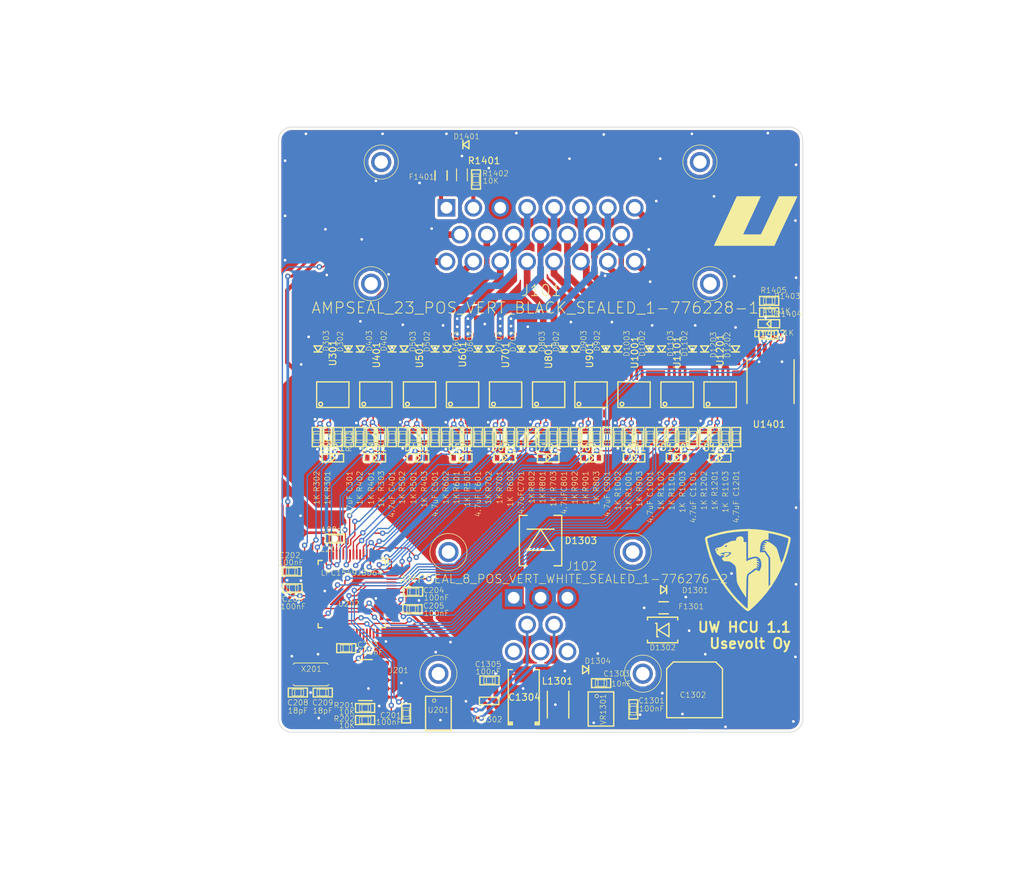
<source format=kicad_pcb>
(kicad_pcb (version 20171130) (host pcbnew "(5.0.0-rc2-dev-130-g0bdae22af-dirty)")
  (layers (0 F.Cu signal) (31 B.Cu signal) (34 B.Paste user) (35 F.Paste user) (36 B.SilkS user) (37 F.SilkS user) (38 B.Mask user) (39 F.Mask user) (44 Edge.Cuts user))
  (net 0 "")
  (net 1 GND)
  (net 2 +3V3)
  (net 3 +5V)
  (net 4 VDD)
  (net 5 /lpc1549/RESET)
  (net 6 /lpc1549/CAN_RX)
  (net 7 /lpc1549/CAN_TX)
  (net 8 /lpc1549/CANH)
  (net 9 /lpc1549/CANL)
  (net 10 "Net-(C208-Pad1)")
  (net 11 "Net-(C209-Pad1)")
  (net 12 "Net-(C1301-Pad1)")
  (net 13 "Net-(C1303-Pad1)")
  (net 14 "Net-(C1303-Pad2)")
  (net 15 /Sheet5A8D785F/OUT1)
  (net 16 /Sheet5A8D785F/OUT2)
  (net 17 /Sheet5A8D8BD1/OUT1)
  (net 18 /Sheet5A8D8BD1/OUT2)
  (net 19 /Sheet5A8D900E/OUT1)
  (net 20 /Sheet5A8D900E/OUT2)
  (net 21 /Sheet5A8D95F2/OUT1)
  (net 22 /Sheet5A8D95F2/OUT2)
  (net 23 /Sheet5A8D9C63/OUT1)
  (net 24 /Sheet5A8D9C63/OUT2)
  (net 25 /Sheet5A8DA46D/OUT1)
  (net 26 /Sheet5A8DA46D/OUT2)
  (net 27 /Sheet5A8DB2AC/OUT1)
  (net 28 /Sheet5A8DB2AC/OUT2)
  (net 29 /Sheet5A8DBBEE/OUT1)
  (net 30 /Sheet5A8DBBEE/OUT2)
  (net 31 /Sheet5A8DEA05/OUT1)
  (net 32 /Sheet5A8DEA05/OUT2)
  (net 33 /Sheet5A8DF700/OUT1)
  (net 34 /Sheet5A8DF700/OUT2)
  (net 35 "Net-(D1301-PadP$2)")
  (net 36 "Net-(J201-PadP$2)")
  (net 37 "Net-(J201-PadP$4)")
  (net 38 /Sheet5A8D785F/IN1)
  (net 39 /Sheet5A8D785F/IN2)
  (net 40 /Sheet5A8D8BD1/IN1)
  (net 41 /Sheet5A8D8BD1/IN2)
  (net 42 /Sheet5A8D900E/IN1)
  (net 43 /Sheet5A8D900E/IN2)
  (net 44 /Sheet5A8D95F2/IN1)
  (net 45 /Sheet5A8D95F2/IN2)
  (net 46 /Sheet5A8D9C63/IN1)
  (net 47 /Sheet5A8D9C63/IN2)
  (net 48 /Sheet5A8DA46D/IN1)
  (net 49 /Sheet5A8DA46D/IN2)
  (net 50 /Sheet5A8DB2AC/IN1)
  (net 51 /Sheet5A8DB2AC/IN2)
  (net 52 /Sheet5A8DBBEE/IN1)
  (net 53 /Sheet5A8DBBEE/IN2)
  (net 54 /Sheet5A8DEA05/IN1)
  (net 55 /Sheet5A8DEA05/IN2)
  (net 56 /Sheet5A8DF700/IN1)
  (net 57 /Sheet5A8DF700/IN2)
  (net 58 /Sheet5AC56778/PRESS_SENSE)
  (net 59 /Sheet5AC56778/PRESS_VDD)
  (net 60 /Sheet5AC56778/PRESS_IN)
  (net 61 /lpc1549/OUT1_SENSE)
  (net 62 /lpc1549/OUT2_SENSE)
  (net 63 /lpc1549/OUT3_SENSE)
  (net 64 /lpc1549/OUT4_SENSE)
  (net 65 /lpc1549/OUT5_SENSE)
  (net 66 /lpc1549/OUT6_SENSE)
  (net 67 /lpc1549/OUT7_SENSE)
  (net 68 /lpc1549/OUT8_SENSE)
  (net 69 /lpc1549/OUT9_SENSE)
  (net 70 /lpc1549/OUT10_SENSE)
  (net 71 /Sheet5ABCCFA6/OUT1)
  (net 72 /Sheet5ABCCFA6/IN1)
  (net 73 /lpc1549/OUT11_SENSE)
  (module usevolt:SOT-23_3-PIN (layer F.Cu) (at 160.354139 134.346 180)
    (fp_text reference VR1302 (at 0.354139 -2.754 180) (layer F.SilkS) (effects (font (size 0.8128 0.8128) (thickness 0.0762))))
    (fp_text value REG_MCP1700 hide)
    (pad 1 smd rect (at -1 1.3 180) (size 0.7 1.35) (layers F.Cu F.Paste F.Mask) (net 1 GND))
    (pad 2 smd rect (at 1 1.3 180) (size 0.7 1.35) (layers F.Cu F.Paste F.Mask) (net 2 +3V3))
    (pad 3 smd rect (at 0 -1.3 180) (size 0.7 1.35) (layers F.Cu F.Paste F.Mask) (net 3 +5V))
  )
  (module usevolt:uw_logo (layer F.Cu) (at 198.8 114.8)
    (fp_text reference G*** hide)
    (fp_text value LOGO hide)
  )
  (module usevolt:uv_logo (layer F.Cu) (at 200 63)
    (fp_text reference G*** hide)
    (fp_text value LOGO hide)
  )
  (module kemet:0603 (layer F.Cu) (at 148 136.2 90)
    (fp_text reference C201 (at -0.3 -2.3 180) (layer F.SilkS) (effects (font (size 0.8128 0.8128) (thickness 0.0762))))
    (fp_text value 100nF (at -1.3 -2.6 180) (layer F.SilkS) (effects (font (size 0.8128 0.8128) (thickness 0.0762))))
    (pad 1 smd rect (at -0.8382 0 90) (size 0.762 0.9398) (layers F.Cu F.Paste F.Mask) (net 3 +5V))
    (pad 2 smd rect (at 0.8382 0 90) (size 0.762 0.9398) (layers F.Cu F.Paste F.Mask) (net 1 GND))
  )
  (module kemet:0603 (layer F.Cu) (at 131 115.1 180)
    (fp_text reference C202 (at 0.3 2.4 180) (layer F.SilkS) (effects (font (size 0.8128 0.8128) (thickness 0.0762))))
    (fp_text value 100nF (at 0.1524 1.3462 180) (layer F.SilkS) (effects (font (size 0.8128 0.8128) (thickness 0.0762))))
    (pad 1 smd rect (at -0.8382 0 180) (size 0.762 0.9398) (layers F.Cu F.Paste F.Mask) (net 2 +3V3))
    (pad 2 smd rect (at 0.8382 0 180) (size 0.762 0.9398) (layers F.Cu F.Paste F.Mask) (net 1 GND))
  )
  (module kemet:0603 (layer F.Cu) (at 139.1 126.5)
    (fp_text reference C203 (at 3.2 -0.5) (layer F.SilkS) (effects (font (size 0.8128 0.8128) (thickness 0.0762))))
    (fp_text value 100nF (at 3.6 0.6) (layer F.SilkS) (effects (font (size 0.8128 0.8128) (thickness 0.0762))))
    (pad 2 smd rect (at 0.8382 0) (size 0.762 0.9398) (layers F.Cu F.Paste F.Mask) (net 1 GND))
    (pad 1 smd rect (at -0.8382 0) (size 0.762 0.9398) (layers F.Cu F.Paste F.Mask) (net 2 +3V3))
  )
  (module kemet:0603 (layer F.Cu) (at 149.0382 118.1)
    (fp_text reference C204 (at 3.0618 -0.2) (layer F.SilkS) (effects (font (size 0.8128 0.8128) (thickness 0.0762))))
    (fp_text value 100nF (at 3.4618 0.9) (layer F.SilkS) (effects (font (size 0.8128 0.8128) (thickness 0.0762))))
    (pad 1 smd rect (at -0.8382 0) (size 0.762 0.9398) (layers F.Cu F.Paste F.Mask) (net 2 +3V3))
    (pad 2 smd rect (at 0.8382 0) (size 0.762 0.9398) (layers F.Cu F.Paste F.Mask) (net 1 GND))
  )
  (module kemet:0603 (layer F.Cu) (at 148.9382 120.7)
    (fp_text reference C205 (at 3.1618 -0.5) (layer F.SilkS) (effects (font (size 0.8128 0.8128) (thickness 0.0762))))
    (fp_text value 100nF (at 3.5618 0.6) (layer F.SilkS) (effects (font (size 0.8128 0.8128) (thickness 0.0762))))
    (pad 2 smd rect (at 0.8382 0) (size 0.762 0.9398) (layers F.Cu F.Paste F.Mask) (net 1 GND))
    (pad 1 smd rect (at -0.8382 0) (size 0.762 0.9398) (layers F.Cu F.Paste F.Mask) (net 2 +3V3))
  )
  (module kemet:0603 (layer F.Cu) (at 131.1 117.6 180)
    (fp_text reference C206 (at 0 -1.5748 180) (layer F.SilkS) (effects (font (size 0.8128 0.8128) (thickness 0.0762))))
    (fp_text value 100nF (at -0.1 -2.7 180) (layer F.SilkS) (effects (font (size 0.8128 0.8128) (thickness 0.0762))))
    (pad 1 smd rect (at -0.8382 0 180) (size 0.762 0.9398) (layers F.Cu F.Paste F.Mask) (net 2 +3V3))
    (pad 2 smd rect (at 0.8382 0 180) (size 0.762 0.9398) (layers F.Cu F.Paste F.Mask) (net 1 GND))
  )
  (module kemet:0603 (layer F.Cu) (at 137.4 110.2 180)
    (fp_text reference C207 (at 0.6604 -1.5748 180) (layer F.SilkS) (effects (font (size 0.8128 0.8128) (thickness 0.0762))))
    (fp_text value 100nF (at 0.1524 1.3462 180) (layer F.SilkS) (effects (font (size 0.8128 0.8128) (thickness 0.0762))))
    (pad 2 smd rect (at 0.8382 0 180) (size 0.762 0.9398) (layers F.Cu F.Paste F.Mask) (net 1 GND))
    (pad 1 smd rect (at -0.8382 0 180) (size 0.762 0.9398) (layers F.Cu F.Paste F.Mask) (net 2 +3V3))
  )
  (module kemet:0603 (layer F.Cu) (at 131.9 133.1)
    (fp_text reference C208 (at 0 1.5) (layer F.SilkS) (effects (font (size 0.8128 0.8128) (thickness 0.0762))))
    (fp_text value 18pF (at 0 2.7) (layer F.SilkS) (effects (font (size 0.8128 0.8128) (thickness 0.0762))))
    (pad 2 smd rect (at 0.8382 0) (size 0.762 0.9398) (layers F.Cu F.Paste F.Mask) (net 1 GND))
    (pad 1 smd rect (at -0.8382 0) (size 0.762 0.9398) (layers F.Cu F.Paste F.Mask) (net 10 "Net-(C208-Pad1)"))
  )
  (module kemet:0603 (layer F.Cu) (at 135.6 133.1 180)
    (fp_text reference C209 (at 0 -1.5 180) (layer F.SilkS) (effects (font (size 0.8128 0.8128) (thickness 0.0762))))
    (fp_text value 18pF (at 0 -2.7 180) (layer F.SilkS) (effects (font (size 0.8128 0.8128) (thickness 0.0762))))
    (pad 2 smd rect (at 0.8382 0 180) (size 0.762 0.9398) (layers F.Cu F.Paste F.Mask) (net 1 GND))
    (pad 1 smd rect (at -0.8382 0 180) (size 0.762 0.9398) (layers F.Cu F.Paste F.Mask) (net 11 "Net-(C209-Pad1)"))
  )
  (module kemet:0603 (layer F.Cu) (at 139.5 95.1 90)
    (fp_text reference C301 (at -6.6 0.1 90) (layer F.SilkS) (effects (font (size 0.8128 0.8128) (thickness 0.0762))))
    (fp_text value 4.7uF (at -10.3 0.1 90) (layer F.SilkS) (effects (font (size 0.8128 0.8128) (thickness 0.0762))))
    (pad 2 smd rect (at 0.8382 0 90) (size 0.762 0.9398) (layers F.Cu F.Paste F.Mask) (net 61 /lpc1549/OUT1_SENSE))
    (pad 1 smd rect (at -0.8382 0 90) (size 0.762 0.9398) (layers F.Cu F.Paste F.Mask) (net 1 GND))
  )
  (module kemet:0603 (layer F.Cu) (at 145.9 95.1 90)
    (fp_text reference C401 (at -6.6 0 90) (layer F.SilkS) (effects (font (size 0.8128 0.8128) (thickness 0.0762))))
    (fp_text value 4.7uF (at -10.3 0 90) (layer F.SilkS) (effects (font (size 0.8128 0.8128) (thickness 0.0762))))
    (pad 2 smd rect (at 0.8382 0 90) (size 0.762 0.9398) (layers F.Cu F.Paste F.Mask) (net 62 /lpc1549/OUT2_SENSE))
    (pad 1 smd rect (at -0.8382 0 90) (size 0.762 0.9398) (layers F.Cu F.Paste F.Mask) (net 1 GND))
  )
  (module kemet:0603 (layer F.Cu) (at 152.3 95.1 90)
    (fp_text reference C501 (at -6.6 0 90) (layer F.SilkS) (effects (font (size 0.8128 0.8128) (thickness 0.0762))))
    (fp_text value 4.7uF (at -10.2 0 90) (layer F.SilkS) (effects (font (size 0.8128 0.8128) (thickness 0.0762))))
    (pad 1 smd rect (at -0.8382 0 90) (size 0.762 0.9398) (layers F.Cu F.Paste F.Mask) (net 1 GND))
    (pad 2 smd rect (at 0.8382 0 90) (size 0.762 0.9398) (layers F.Cu F.Paste F.Mask) (net 63 /lpc1549/OUT3_SENSE))
  )
  (module kemet:0603 (layer F.Cu) (at 158.7 95.1 90)
    (fp_text reference C601 (at -6.6 0 90) (layer F.SilkS) (effects (font (size 0.8128 0.8128) (thickness 0.0762))))
    (fp_text value 4.7uF (at -10.2 0 90) (layer F.SilkS) (effects (font (size 0.8128 0.8128) (thickness 0.0762))))
    (pad 2 smd rect (at 0.8382 0 90) (size 0.762 0.9398) (layers F.Cu F.Paste F.Mask) (net 64 /lpc1549/OUT4_SENSE))
    (pad 1 smd rect (at -0.8382 0 90) (size 0.762 0.9398) (layers F.Cu F.Paste F.Mask) (net 1 GND))
  )
  (module kemet:0603 (layer F.Cu) (at 165.1 95.1 90)
    (fp_text reference C701 (at -6.6 0 90) (layer F.SilkS) (effects (font (size 0.8128 0.8128) (thickness 0.0762))))
    (fp_text value 4.7uF (at -9.8 0 90) (layer F.SilkS) (effects (font (size 0.8128 0.8128) (thickness 0.0762))))
    (pad 1 smd rect (at -0.8382 0 90) (size 0.762 0.9398) (layers F.Cu F.Paste F.Mask) (net 1 GND))
    (pad 2 smd rect (at 0.8382 0 90) (size 0.762 0.9398) (layers F.Cu F.Paste F.Mask) (net 65 /lpc1549/OUT5_SENSE))
  )
  (module kemet:0603 (layer F.Cu) (at 171.5 95.1 90)
    (fp_text reference C801 (at -6.6 0 90) (layer F.SilkS) (effects (font (size 0.8128 0.8128) (thickness 0.0762))))
    (fp_text value 4.7uF (at -9.8 0 90) (layer F.SilkS) (effects (font (size 0.8128 0.8128) (thickness 0.0762))))
    (pad 2 smd rect (at 0.8382 0 90) (size 0.762 0.9398) (layers F.Cu F.Paste F.Mask) (net 66 /lpc1549/OUT6_SENSE))
    (pad 1 smd rect (at -0.8382 0 90) (size 0.762 0.9398) (layers F.Cu F.Paste F.Mask) (net 1 GND))
  )
  (module kemet:0603 (layer F.Cu) (at 177.9 95.1 90)
    (fp_text reference C901 (at -6.6 0 90) (layer F.SilkS) (effects (font (size 0.8128 0.8128) (thickness 0.0762))))
    (fp_text value 4.7uF (at -10.2 0 90) (layer F.SilkS) (effects (font (size 0.8128 0.8128) (thickness 0.0762))))
    (pad 1 smd rect (at -0.8382 0 90) (size 0.762 0.9398) (layers F.Cu F.Paste F.Mask) (net 1 GND))
    (pad 2 smd rect (at 0.8382 0 90) (size 0.762 0.9398) (layers F.Cu F.Paste F.Mask) (net 67 /lpc1549/OUT7_SENSE))
  )
  (module kemet:0603 (layer F.Cu) (at 184.3 95.1 90)
    (fp_text reference C1001 (at -7 0 90) (layer F.SilkS) (effects (font (size 0.8128 0.8128) (thickness 0.0762))))
    (fp_text value 4.7uF (at -11.1 0 90) (layer F.SilkS) (effects (font (size 0.8128 0.8128) (thickness 0.0762))))
    (pad 2 smd rect (at 0.8382 0 90) (size 0.762 0.9398) (layers F.Cu F.Paste F.Mask) (net 68 /lpc1549/OUT8_SENSE))
    (pad 1 smd rect (at -0.8382 0 90) (size 0.762 0.9398) (layers F.Cu F.Paste F.Mask) (net 1 GND))
  )
  (module kemet:0603 (layer F.Cu) (at 190.7 95.1 90)
    (fp_text reference C1101 (at -7 0 90) (layer F.SilkS) (effects (font (size 0.8128 0.8128) (thickness 0.0762))))
    (fp_text value 4.7uF (at -11.1 0 90) (layer F.SilkS) (effects (font (size 0.8128 0.8128) (thickness 0.0762))))
    (pad 2 smd rect (at 0.8382 0 90) (size 0.762 0.9398) (layers F.Cu F.Paste F.Mask) (net 69 /lpc1549/OUT9_SENSE))
    (pad 1 smd rect (at -0.8382 0 90) (size 0.762 0.9398) (layers F.Cu F.Paste F.Mask) (net 1 GND))
  )
  (module kemet:0603 (layer F.Cu) (at 197.1 95.1 90)
    (fp_text reference C1201 (at -6.9 0 90) (layer F.SilkS) (effects (font (size 0.8128 0.8128) (thickness 0.0762))))
    (fp_text value 4.7uF (at -11.1 0 90) (layer F.SilkS) (effects (font (size 0.8128 0.8128) (thickness 0.0762))))
    (pad 1 smd rect (at -0.8382 0 90) (size 0.762 0.9398) (layers F.Cu F.Paste F.Mask) (net 1 GND))
    (pad 2 smd rect (at 0.8382 0 90) (size 0.762 0.9398) (layers F.Cu F.Paste F.Mask) (net 70 /lpc1549/OUT10_SENSE))
  )
  (module kemet:0603 (layer F.Cu) (at 181.8 135.6 270)
    (fp_text reference C1301 (at -1.3 -2.7) (layer F.SilkS) (effects (font (size 0.8128 0.8128) (thickness 0.0762))))
    (fp_text value 100nF (at -0.1 -2.7) (layer F.SilkS) (effects (font (size 0.8128 0.8128) (thickness 0.0762))))
    (pad 1 smd rect (at -0.8382 0 270) (size 0.762 0.9398) (layers F.Cu F.Paste F.Mask) (net 12 "Net-(C1301-Pad1)"))
    (pad 2 smd rect (at 0.8382 0 270) (size 0.762 0.9398) (layers F.Cu F.Paste F.Mask) (net 1 GND))
  )
  (module usevolt:CAP_EEE-FK1H470P (layer F.Cu) (at 190.9 132.7 180)
    (fp_text reference C1302 (at 0.23114 -0.75438 180) (layer F.SilkS) (effects (font (size 0.8128 0.8128) (thickness 0.0762))))
    (fp_text value CAP_EEE-FK1H470P hide)
    (pad + smd rect (at 0 3.54838 180) (size 0.99822 3.99796) (layers F.Cu F.Paste F.Mask) (net 12 "Net-(C1301-Pad1)"))
    (pad - smd rect (at 0 -3.54838 180) (size 0.99822 3.99796) (layers F.Cu F.Paste F.Mask) (net 1 GND))
  )
  (module kemet:0603 (layer F.Cu) (at 177 131.7)
    (fp_text reference C1303 (at 2.3 -1.4) (layer F.SilkS) (effects (font (size 0.8128 0.8128) (thickness 0.0762))))
    (fp_text value 10nF (at 3 0.1) (layer F.SilkS) (effects (font (size 0.8128 0.8128) (thickness 0.0762))))
    (pad 1 smd rect (at -0.8382 0) (size 0.762 0.9398) (layers F.Cu F.Paste F.Mask) (net 13 "Net-(C1303-Pad1)"))
    (pad 2 smd rect (at 0.8382 0) (size 0.762 0.9398) (layers F.Cu F.Paste F.Mask) (net 14 "Net-(C1303-Pad2)"))
  )
  (module kemet:7343 (layer F.Cu) (at 165.5 133.8 90)
    (fp_text reference C1304 (at 0 0.1 180) (layer F.SilkS))
    (fp_text value T491D226K035AT hide)
    (pad + smd rect (at -3.4 0 90) (size 2.4 2.7) (layers F.Cu F.Paste F.Mask) (net 3 +5V))
    (pad - smd rect (at 3.4 0 90) (size 2.4 2.7) (layers F.Cu F.Paste F.Mask) (net 1 GND))
  )
  (module kemet:0603 (layer F.Cu) (at 160.4 131.3)
    (fp_text reference C1305 (at -0.2 -2.4) (layer F.SilkS) (effects (font (size 0.8128 0.8128) (thickness 0.0762))))
    (fp_text value 100nF (at -0.2 -1.3) (layer F.SilkS) (effects (font (size 0.8128 0.8128) (thickness 0.0762))))
    (pad 1 smd rect (at -0.8382 0) (size 0.762 0.9398) (layers F.Cu F.Paste F.Mask) (net 2 +3V3))
    (pad 2 smd rect (at 0.8382 0) (size 0.762 0.9398) (layers F.Cu F.Paste F.Mask) (net 1 GND))
  )
  (module usevolt:DO219AB (layer F.Cu) (at 139.4 82 270)
    (fp_text reference D302 (at -1.1 1.2 270) (layer F.SilkS) (effects (font (size 0.8128 0.8128) (thickness 0.0762))))
    (fp_text value DIODE_RS07J-GS18 hide)
    (pad P$2 smd rect (at 1.7653 0 270) (size 1.29794 1.39954) (layers F.Cu F.Paste F.Mask) (net 15 /Sheet5A8D785F/OUT1))
    (pad P$1 smd rect (at -1.7653 0 270) (size 1.29794 1.39954) (layers F.Cu F.Paste F.Mask) (net 1 GND))
  )
  (module usevolt:DO219AB (layer F.Cu) (at 134.9 82 270)
    (fp_text reference D303 (at -1.2 -1.2 270) (layer F.SilkS) (effects (font (size 0.8128 0.8128) (thickness 0.0762))))
    (fp_text value DIODE_RS07J-GS18 hide)
    (pad P$1 smd rect (at -1.7653 0 270) (size 1.29794 1.39954) (layers F.Cu F.Paste F.Mask) (net 1 GND))
    (pad P$2 smd rect (at 1.7653 0 270) (size 1.29794 1.39954) (layers F.Cu F.Paste F.Mask) (net 16 /Sheet5A8D785F/OUT2))
  )
  (module usevolt:DO219AB (layer F.Cu) (at 145.9 82 270)
    (fp_text reference D402 (at -1.2 1.2 270) (layer F.SilkS) (effects (font (size 0.8128 0.8128) (thickness 0.0762))))
    (fp_text value DIODE_RS07J-GS18 hide)
    (pad P$2 smd rect (at 1.7653 0 270) (size 1.29794 1.39954) (layers F.Cu F.Paste F.Mask) (net 17 /Sheet5A8D8BD1/OUT1))
    (pad P$1 smd rect (at -1.7653 0 270) (size 1.29794 1.39954) (layers F.Cu F.Paste F.Mask) (net 1 GND))
  )
  (module usevolt:DO219AB (layer F.Cu) (at 141.2 82 270)
    (fp_text reference D403 (at -1.2 -1.3 270) (layer F.SilkS) (effects (font (size 0.8128 0.8128) (thickness 0.0762))))
    (fp_text value DIODE_RS07J-GS18 hide)
    (pad P$1 smd rect (at -1.7653 0 270) (size 1.29794 1.39954) (layers F.Cu F.Paste F.Mask) (net 1 GND))
    (pad P$2 smd rect (at 1.7653 0 270) (size 1.29794 1.39954) (layers F.Cu F.Paste F.Mask) (net 18 /Sheet5A8D8BD1/OUT2))
  )
  (module usevolt:DO219AB (layer F.Cu) (at 152.3 82 270)
    (fp_text reference D502 (at -1.1 1.2 270) (layer F.SilkS) (effects (font (size 0.8128 0.8128) (thickness 0.0762))))
    (fp_text value DIODE_RS07J-GS18 hide)
    (pad P$2 smd rect (at 1.7653 0 270) (size 1.29794 1.39954) (layers F.Cu F.Paste F.Mask) (net 19 /Sheet5A8D900E/OUT1))
    (pad P$1 smd rect (at -1.7653 0 270) (size 1.29794 1.39954) (layers F.Cu F.Paste F.Mask) (net 1 GND))
  )
  (module usevolt:DO219AB (layer F.Cu) (at 147.7 82 270)
    (fp_text reference D503 (at -1.1 -1.3 270) (layer F.SilkS) (effects (font (size 0.8128 0.8128) (thickness 0.0762))))
    (fp_text value DIODE_RS07J-GS18 hide)
    (pad P$1 smd rect (at -1.7653 0 270) (size 1.29794 1.39954) (layers F.Cu F.Paste F.Mask) (net 1 GND))
    (pad P$2 smd rect (at 1.7653 0 270) (size 1.29794 1.39954) (layers F.Cu F.Paste F.Mask) (net 20 /Sheet5A8D900E/OUT2))
  )
  (module usevolt:DO219AB (layer F.Cu) (at 158.7 82 270)
    (fp_text reference D602 (at -1.1 1.2 270) (layer F.SilkS) (effects (font (size 0.8128 0.8128) (thickness 0.0762))))
    (fp_text value DIODE_RS07J-GS18 hide)
    (pad P$2 smd rect (at 1.7653 0 270) (size 1.29794 1.39954) (layers F.Cu F.Paste F.Mask) (net 21 /Sheet5A8D95F2/OUT1))
    (pad P$1 smd rect (at -1.7653 0 270) (size 1.29794 1.39954) (layers F.Cu F.Paste F.Mask) (net 1 GND))
  )
  (module usevolt:DO219AB (layer F.Cu) (at 154.1 82 270)
    (fp_text reference D603 (at -1.1 -1.3 270) (layer F.SilkS) (effects (font (size 0.8128 0.8128) (thickness 0.0762))))
    (fp_text value DIODE_RS07J-GS18 hide)
    (pad P$1 smd rect (at -1.7653 0 270) (size 1.29794 1.39954) (layers F.Cu F.Paste F.Mask) (net 1 GND))
    (pad P$2 smd rect (at 1.7653 0 270) (size 1.29794 1.39954) (layers F.Cu F.Paste F.Mask) (net 22 /Sheet5A8D95F2/OUT2))
  )
  (module usevolt:DO219AB (layer F.Cu) (at 165.1 82 270)
    (fp_text reference D702 (at -1.1 1.2 90) (layer F.SilkS) (effects (font (size 0.8128 0.8128) (thickness 0.0762))))
    (fp_text value DIODE_RS07J-GS18 hide)
    (pad P$1 smd rect (at -1.7653 0 270) (size 1.29794 1.39954) (layers F.Cu F.Paste F.Mask) (net 1 GND))
    (pad P$2 smd rect (at 1.7653 0 270) (size 1.29794 1.39954) (layers F.Cu F.Paste F.Mask) (net 23 /Sheet5A8D9C63/OUT1))
  )
  (module usevolt:DO219AB (layer F.Cu) (at 160.5 82 270)
    (fp_text reference D703 (at -1.1 -1.3 90) (layer F.SilkS) (effects (font (size 0.8128 0.8128) (thickness 0.0762))))
    (fp_text value DIODE_RS07J-GS18 hide)
    (pad P$1 smd rect (at -1.7653 0 270) (size 1.29794 1.39954) (layers F.Cu F.Paste F.Mask) (net 1 GND))
    (pad P$2 smd rect (at 1.7653 0 270) (size 1.29794 1.39954) (layers F.Cu F.Paste F.Mask) (net 24 /Sheet5A8D9C63/OUT2))
  )
  (module usevolt:DO219AB (layer F.Cu) (at 171.4 82 270)
    (fp_text reference D802 (at -1.1 1.1 90) (layer F.SilkS) (effects (font (size 0.8128 0.8128) (thickness 0.0762))))
    (fp_text value DIODE_RS07J-GS18 hide)
    (pad P$2 smd rect (at 1.7653 0 270) (size 1.29794 1.39954) (layers F.Cu F.Paste F.Mask) (net 25 /Sheet5A8DA46D/OUT1))
    (pad P$1 smd rect (at -1.7653 0 270) (size 1.29794 1.39954) (layers F.Cu F.Paste F.Mask) (net 1 GND))
  )
  (module usevolt:DO219AB (layer F.Cu) (at 166.9 82 270)
    (fp_text reference D803 (at -1.1 -1.3 90) (layer F.SilkS) (effects (font (size 0.8128 0.8128) (thickness 0.0762))))
    (fp_text value DIODE_RS07J-GS18 hide)
    (pad P$1 smd rect (at -1.7653 0 270) (size 1.29794 1.39954) (layers F.Cu F.Paste F.Mask) (net 1 GND))
    (pad P$2 smd rect (at 1.7653 0 270) (size 1.29794 1.39954) (layers F.Cu F.Paste F.Mask) (net 26 /Sheet5A8DA46D/OUT2))
  )
  (module usevolt:DO219AB (layer F.Cu) (at 177.7 82 270)
    (fp_text reference D902 (at -1.2 1.3 90) (layer F.SilkS) (effects (font (size 0.8128 0.8128) (thickness 0.0762))))
    (fp_text value DIODE_RS07J-GS18 hide)
    (pad P$2 smd rect (at 1.7653 0 270) (size 1.29794 1.39954) (layers F.Cu F.Paste F.Mask) (net 27 /Sheet5A8DB2AC/OUT1))
    (pad P$1 smd rect (at -1.7653 0 270) (size 1.29794 1.39954) (layers F.Cu F.Paste F.Mask) (net 1 GND))
  )
  (module usevolt:DO219AB (layer F.Cu) (at 173.2 82 270)
    (fp_text reference D903 (at -1.2 -1.2 90) (layer F.SilkS) (effects (font (size 0.8128 0.8128) (thickness 0.0762))))
    (fp_text value DIODE_RS07J-GS18 hide)
    (pad P$1 smd rect (at -1.7653 0 270) (size 1.29794 1.39954) (layers F.Cu F.Paste F.Mask) (net 1 GND))
    (pad P$2 smd rect (at 1.7653 0 270) (size 1.29794 1.39954) (layers F.Cu F.Paste F.Mask) (net 28 /Sheet5A8DB2AC/OUT2))
  )
  (module usevolt:DO219AB (layer F.Cu) (at 184.2 82 270)
    (fp_text reference D1002 (at -0.8 1.1 90) (layer F.SilkS) (effects (font (size 0.8128 0.8128) (thickness 0.0762))))
    (fp_text value DIODE_RS07J-GS18 hide)
    (pad P$1 smd rect (at -1.7653 0 270) (size 1.29794 1.39954) (layers F.Cu F.Paste F.Mask) (net 1 GND))
    (pad P$2 smd rect (at 1.7653 0 270) (size 1.29794 1.39954) (layers F.Cu F.Paste F.Mask) (net 29 /Sheet5A8DBBEE/OUT1))
  )
  (module usevolt:DO219AB (layer F.Cu) (at 179.5 82 270)
    (fp_text reference D1003 (at -0.8 -1.3 90) (layer F.SilkS) (effects (font (size 0.8128 0.8128) (thickness 0.0762))))
    (fp_text value DIODE_RS07J-GS18 hide)
    (pad P$1 smd rect (at -1.7653 0 270) (size 1.29794 1.39954) (layers F.Cu F.Paste F.Mask) (net 1 GND))
    (pad P$2 smd rect (at 1.7653 0 270) (size 1.29794 1.39954) (layers F.Cu F.Paste F.Mask) (net 30 /Sheet5A8DBBEE/OUT2))
  )
  (module usevolt:DO219AB (layer F.Cu) (at 190.6 82 270)
    (fp_text reference D1102 (at -0.8 1.2 90) (layer F.SilkS) (effects (font (size 0.8128 0.8128) (thickness 0.0762))))
    (fp_text value DIODE_RS07J-GS18 hide)
    (pad P$2 smd rect (at 1.7653 0 270) (size 1.29794 1.39954) (layers F.Cu F.Paste F.Mask) (net 31 /Sheet5A8DEA05/OUT1))
    (pad P$1 smd rect (at -1.7653 0 270) (size 1.29794 1.39954) (layers F.Cu F.Paste F.Mask) (net 1 GND))
  )
  (module usevolt:DO219AB (layer F.Cu) (at 186 82 270)
    (fp_text reference D1103 (at -0.8 -1.3 90) (layer F.SilkS) (effects (font (size 0.8128 0.8128) (thickness 0.0762))))
    (fp_text value DIODE_RS07J-GS18 hide)
    (pad P$1 smd rect (at -1.7653 0 270) (size 1.29794 1.39954) (layers F.Cu F.Paste F.Mask) (net 1 GND))
    (pad P$2 smd rect (at 1.7653 0 270) (size 1.29794 1.39954) (layers F.Cu F.Paste F.Mask) (net 32 /Sheet5A8DEA05/OUT2))
  )
  (module usevolt:DO219AB (layer F.Cu) (at 197 82 270)
    (fp_text reference D1202 (at -0.6 1.2 90) (layer F.SilkS) (effects (font (size 0.8128 0.8128) (thickness 0.0762))))
    (fp_text value DIODE_RS07J-GS18 hide)
    (pad P$2 smd rect (at 1.7653 0 270) (size 1.29794 1.39954) (layers F.Cu F.Paste F.Mask) (net 33 /Sheet5A8DF700/OUT1))
    (pad P$1 smd rect (at -1.7653 0 270) (size 1.29794 1.39954) (layers F.Cu F.Paste F.Mask) (net 1 GND))
  )
  (module usevolt:DO219AB (layer F.Cu) (at 192.4 82 270)
    (fp_text reference D1203 (at -0.6 -1.3 90) (layer F.SilkS) (effects (font (size 0.8128 0.8128) (thickness 0.0762))))
    (fp_text value DIODE_RS07J-GS18 hide)
    (pad P$2 smd rect (at 1.7653 0 270) (size 1.29794 1.39954) (layers F.Cu F.Paste F.Mask) (net 34 /Sheet5A8DF700/OUT2))
    (pad P$1 smd rect (at -1.7653 0 270) (size 1.29794 1.39954) (layers F.Cu F.Paste F.Mask) (net 1 GND))
  )
  (module usevolt:DO219AB (layer F.Cu) (at 186.3 117.8)
    (fp_text reference D1301 (at 4.7 0.1) (layer F.SilkS) (effects (font (size 0.8128 0.8128) (thickness 0.0762))))
    (fp_text value DIODE_RS07J-GS18 hide)
    (pad P$2 smd rect (at 1.7653 0) (size 1.29794 1.39954) (layers F.Cu F.Paste F.Mask) (net 35 "Net-(D1301-PadP$2)"))
    (pad P$1 smd rect (at -1.7653 0) (size 1.29794 1.39954) (layers F.Cu F.Paste F.Mask) (net 4 VDD))
  )
  (module usevolt:DO-214AA (layer F.Cu) (at 186.1 123.8 180)
    (fp_text reference D1302 (at -0.06604 -2.60604 180) (layer F.SilkS) (effects (font (size 0.8128 0.8128) (thickness 0.0762))))
    (fp_text value DIODE_TVS_SMBJ33A-TRDO-214AA hide)
    (pad P$1 smd rect (at -2.5 0 180) (size 1.9 2.17932) (layers F.Cu F.Paste F.Mask) (net 1 GND))
    (pad P$2 smd rect (at 2.5 0 180) (size 1.9 2.17932) (layers F.Cu F.Paste F.Mask) (net 12 "Net-(C1301-Pad1)"))
  )
  (module usevolt:DO-214AB (layer F.Cu) (at 168 110.5 90)
    (fp_text reference D1303 (at 0 6 180) (layer F.SilkS))
    (fp_text value DIODE_TVS_TPSMD28A hide)
    (pad 1 smd rect (at -3.3 0 90) (size 2.4 3.3) (layers F.Cu F.Paste F.Mask) (net 1 GND))
    (pad 2 smd rect (at 3.3 0 90) (size 2.4 3.3) (layers F.Cu F.Paste F.Mask) (net 4 VDD))
  )
  (module usevolt:DO219AB (layer F.Cu) (at 174.7 129.7)
    (fp_text reference D1304 (at 1.8 -1.3) (layer F.SilkS) (effects (font (size 0.8128 0.8128) (thickness 0.0762))))
    (fp_text value DIODE_RS07J-GS18 hide)
    (pad P$1 smd rect (at -1.7653 0) (size 1.29794 1.39954) (layers F.Cu F.Paste F.Mask) (net 1 GND))
    (pad P$2 smd rect (at 1.7653 0) (size 1.29794 1.39954) (layers F.Cu F.Paste F.Mask) (net 14 "Net-(C1303-Pad2)"))
  )
  (module usevolt:FUSE_MC36211 (layer F.Cu) (at 186.3 120.5 180)
    (fp_text reference F1301 (at -4.1 0.2 180) (layer F.SilkS) (effects (font (size 0.8128 0.8128) (thickness 0.0762))))
    (fp_text value FUSE_MC36211_350MA hide)
    (pad P$2 smd rect (at 1.4986 0 270) (size 1.89992 0.99822) (layers F.Cu F.Paste F.Mask) (net 12 "Net-(C1301-Pad1)"))
    (pad P$1 smd rect (at -1.4986 0 270) (size 1.89992 0.99822) (layers F.Cu F.Paste F.Mask) (net 35 "Net-(D1301-PadP$2)"))
  )
  (module usevolt:ARM_10_PIN_JTAG_SWD_CONNECTOR (layer F.Cu) (at 141.944857 131.248334 180)
    (fp_text reference J201 (at -4.955143 1.448334 180) (layer F.SilkS) (effects (font (size 0.8128 0.8128) (thickness 0.0762))))
    (fp_text value ARM_JTAG_SWD_HEADER_10_PINSMD hide)
    (pad P$1 smd rect (at -2.54 -2.54 180) (size 1.905 0.635) (layers F.Cu F.Paste F.Mask) (net 2 +3V3))
    (pad P$2 smd rect (at 2.54 -2.54 180) (size 1.905 0.635) (layers F.Cu F.Paste F.Mask) (net 36 "Net-(J201-PadP$2)"))
    (pad P$3 smd rect (at -2.54 -1.27 180) (size 1.905 0.635) (layers F.Cu F.Paste F.Mask) (net 1 GND))
    (pad P$4 smd rect (at 2.54 -1.27 180) (size 1.905 0.635) (layers F.Cu F.Paste F.Mask) (net 37 "Net-(J201-PadP$4)"))
    (pad P$5 smd rect (at -2.54 0 180) (size 1.905 0.635) (layers F.Cu F.Paste F.Mask) (net 1 GND))
    (pad P$6 smd rect (at 2.54 0 180) (size 1.905 0.635) (layers F.Cu F.Paste F.Mask))
    (pad P$7 smd rect (at 2.54 1.27 180) (size 1.905 0.635) (layers F.Cu F.Paste F.Mask))
    (pad P$8 smd rect (at -2.54 2.54 180) (size 1.905 0.635) (layers F.Cu F.Paste F.Mask))
    (pad P$9 smd rect (at 2.54 2.54 180) (size 1.905 0.635) (layers F.Cu F.Paste F.Mask) (net 5 /lpc1549/RESET))
  )
  (module usevolt:IND_744045210 (layer F.Cu) (at 170.6 134.9 270)
    (fp_text reference L1301 (at -3.5 0.1) (layer F.SilkS))
    (fp_text value IND_744045210 hide)
    (pad 1 smd rect (at -2 0 270) (size 1.6 2.6) (layers F.Cu F.Paste F.Mask) (net 14 "Net-(C1303-Pad2)"))
    (pad 2 smd rect (at 2 0 270) (size 1.6 2.6) (layers F.Cu F.Paste F.Mask) (net 3 +5V))
  )
  (module yageo:0603 (layer F.Cu) (at 141.9 135.4)
    (fp_text reference R201 (at -3.1 -0.4) (layer F.SilkS) (effects (font (size 0.8128 0.8128) (thickness 0.0762))))
    (fp_text value 10K (at -2.7 0.6) (layer F.SilkS) (effects (font (size 0.8128 0.8128) (thickness 0.0762))))
    (pad 2 smd rect (at 0.8382 0) (size 0.762 0.9398) (layers F.Cu F.Paste F.Mask) (net 2 +3V3))
    (pad 1 smd rect (at -0.8382 0) (size 0.762 0.9398) (layers F.Cu F.Paste F.Mask) (net 36 "Net-(J201-PadP$2)"))
  )
  (module yageo:0603 (layer F.Cu) (at 141.9 137.2)
    (fp_text reference R202 (at -3.1 -0.2) (layer F.SilkS) (effects (font (size 0.8128 0.8128) (thickness 0.0762))))
    (fp_text value 10K (at -2.7 0.8) (layer F.SilkS) (effects (font (size 0.8128 0.8128) (thickness 0.0762))))
    (pad 2 smd rect (at 0.8382 0) (size 0.762 0.9398) (layers F.Cu F.Paste F.Mask) (net 2 +3V3))
    (pad 1 smd rect (at -0.8382 0) (size 0.762 0.9398) (layers F.Cu F.Paste F.Mask) (net 37 "Net-(J201-PadP$4)"))
  )
  (module yageo:0603 (layer F.Cu) (at 136.3 95.1 90)
    (fp_text reference R301 (at -6.6 0 90) (layer F.SilkS) (effects (font (size 0.8128 0.8128) (thickness 0.0762))))
    (fp_text value 1K (at -9.3 0 90) (layer F.SilkS) (effects (font (size 0.8128 0.8128) (thickness 0.0762))))
    (pad 2 smd rect (at 0.8382 0 90) (size 0.762 0.9398) (layers F.Cu F.Paste F.Mask) (net 38 /Sheet5A8D785F/IN1))
    (pad 1 smd rect (at -0.8382 0 90) (size 0.762 0.9398) (layers F.Cu F.Paste F.Mask) (net 1 GND))
  )
  (module yageo:0603 (layer F.Cu) (at 134.7 95.1 90)
    (fp_text reference R302 (at -6.6 0 90) (layer F.SilkS) (effects (font (size 0.8128 0.8128) (thickness 0.0762))))
    (fp_text value 1K (at -9.3 0 90) (layer F.SilkS) (effects (font (size 0.8128 0.8128) (thickness 0.0762))))
    (pad 1 smd rect (at -0.8382 0 90) (size 0.762 0.9398) (layers F.Cu F.Paste F.Mask) (net 1 GND))
    (pad 2 smd rect (at 0.8382 0 90) (size 0.762 0.9398) (layers F.Cu F.Paste F.Mask) (net 39 /Sheet5A8D785F/IN2))
  )
  (module yageo:0603 (layer F.Cu) (at 144.3 95.1 270)
    (fp_text reference R303 (at 6.5618 0 270) (layer F.SilkS) (effects (font (size 0.8128 0.8128) (thickness 0.0762))))
    (fp_text value 1K (at 9.6618 0 270) (layer F.SilkS) (effects (font (size 0.8128 0.8128) (thickness 0.0762))))
    (pad 1 smd rect (at -0.8382 0 270) (size 0.762 0.9398) (layers F.Cu F.Paste F.Mask) (net 62 /lpc1549/OUT2_SENSE))
    (pad 2 smd rect (at 0.8382 0 270) (size 0.762 0.9398) (layers F.Cu F.Paste F.Mask) (net 1 GND))
  )
  (module yageo:0603 (layer F.Cu) (at 142.7 95.1 90)
    (fp_text reference R401 (at -6.6 0.1 90) (layer F.SilkS) (effects (font (size 0.8128 0.8128) (thickness 0.0762))))
    (fp_text value 1K (at -9.3 0.1 90) (layer F.SilkS) (effects (font (size 0.8128 0.8128) (thickness 0.0762))))
    (pad 1 smd rect (at -0.8382 0 90) (size 0.762 0.9398) (layers F.Cu F.Paste F.Mask) (net 1 GND))
    (pad 2 smd rect (at 0.8382 0 90) (size 0.762 0.9398) (layers F.Cu F.Paste F.Mask) (net 40 /Sheet5A8D8BD1/IN1))
  )
  (module yageo:0603 (layer F.Cu) (at 141.1 95.1 90)
    (fp_text reference R402 (at -6.6 0 90) (layer F.SilkS) (effects (font (size 0.8128 0.8128) (thickness 0.0762))))
    (fp_text value 1K (at -9.3 0 90) (layer F.SilkS) (effects (font (size 0.8128 0.8128) (thickness 0.0762))))
    (pad 2 smd rect (at 0.8382 0 90) (size 0.762 0.9398) (layers F.Cu F.Paste F.Mask) (net 41 /Sheet5A8D8BD1/IN2))
    (pad 1 smd rect (at -0.8382 0 90) (size 0.762 0.9398) (layers F.Cu F.Paste F.Mask) (net 1 GND))
  )
  (module yageo:0603 (layer F.Cu) (at 150.7 95.1 270)
    (fp_text reference R403 (at 6.6 0 270) (layer F.SilkS) (effects (font (size 0.8128 0.8128) (thickness 0.0762))))
    (fp_text value 1K (at 9.7 0 270) (layer F.SilkS) (effects (font (size 0.8128 0.8128) (thickness 0.0762))))
    (pad 2 smd rect (at 0.8382 0 270) (size 0.762 0.9398) (layers F.Cu F.Paste F.Mask) (net 1 GND))
    (pad 1 smd rect (at -0.8382 0 270) (size 0.762 0.9398) (layers F.Cu F.Paste F.Mask) (net 63 /lpc1549/OUT3_SENSE))
  )
  (module yageo:0603 (layer F.Cu) (at 149.1 95.1 90)
    (fp_text reference R501 (at -6.6 0 90) (layer F.SilkS) (effects (font (size 0.8128 0.8128) (thickness 0.0762))))
    (fp_text value 1K (at -9.2 0 90) (layer F.SilkS) (effects (font (size 0.8128 0.8128) (thickness 0.0762))))
    (pad 2 smd rect (at 0.8382 0 90) (size 0.762 0.9398) (layers F.Cu F.Paste F.Mask) (net 42 /Sheet5A8D900E/IN1))
    (pad 1 smd rect (at -0.8382 0 90) (size 0.762 0.9398) (layers F.Cu F.Paste F.Mask) (net 1 GND))
  )
  (module yageo:0603 (layer F.Cu) (at 147.5 95.1 90)
    (fp_text reference R502 (at -6.6 -0.1 90) (layer F.SilkS) (effects (font (size 0.8128 0.8128) (thickness 0.0762))))
    (fp_text value 1K (at -9.2 -0.1 90) (layer F.SilkS) (effects (font (size 0.8128 0.8128) (thickness 0.0762))))
    (pad 1 smd rect (at -0.8382 0 90) (size 0.762 0.9398) (layers F.Cu F.Paste F.Mask) (net 1 GND))
    (pad 2 smd rect (at 0.8382 0 90) (size 0.762 0.9398) (layers F.Cu F.Paste F.Mask) (net 43 /Sheet5A8D900E/IN2))
  )
  (module yageo:0603 (layer F.Cu) (at 157.1 95.1 270)
    (fp_text reference R503 (at 6.6 0 270) (layer F.SilkS) (effects (font (size 0.8128 0.8128) (thickness 0.0762))))
    (fp_text value 1K (at 9.6 0 270) (layer F.SilkS) (effects (font (size 0.8128 0.8128) (thickness 0.0762))))
    (pad 1 smd rect (at -0.8382 0 270) (size 0.762 0.9398) (layers F.Cu F.Paste F.Mask) (net 64 /lpc1549/OUT4_SENSE))
    (pad 2 smd rect (at 0.8382 0 270) (size 0.762 0.9398) (layers F.Cu F.Paste F.Mask) (net 1 GND))
  )
  (module yageo:0603 (layer F.Cu) (at 155.5 95.1 90)
    (fp_text reference R601 (at -6.6 0 90) (layer F.SilkS) (effects (font (size 0.8128 0.8128) (thickness 0.0762))))
    (fp_text value 1K (at -9.2 0 90) (layer F.SilkS) (effects (font (size 0.8128 0.8128) (thickness 0.0762))))
    (pad 2 smd rect (at 0.8382 0 90) (size 0.762 0.9398) (layers F.Cu F.Paste F.Mask) (net 44 /Sheet5A8D95F2/IN1))
    (pad 1 smd rect (at -0.8382 0 90) (size 0.762 0.9398) (layers F.Cu F.Paste F.Mask) (net 1 GND))
  )
  (module yageo:0603 (layer F.Cu) (at 153.9 95.1 90)
    (fp_text reference R602 (at -6.6 0 90) (layer F.SilkS) (effects (font (size 0.8128 0.8128) (thickness 0.0762))))
    (fp_text value 1K (at -9.2 0 90) (layer F.SilkS) (effects (font (size 0.8128 0.8128) (thickness 0.0762))))
    (pad 2 smd rect (at 0.8382 0 90) (size 0.762 0.9398) (layers F.Cu F.Paste F.Mask) (net 45 /Sheet5A8D95F2/IN2))
    (pad 1 smd rect (at -0.8382 0 90) (size 0.762 0.9398) (layers F.Cu F.Paste F.Mask) (net 1 GND))
  )
  (module yageo:0603 (layer F.Cu) (at 163.5 95.1 270)
    (fp_text reference R603 (at 6.6 0 270) (layer F.SilkS) (effects (font (size 0.8128 0.8128) (thickness 0.0762))))
    (fp_text value 1K (at 9.6 0 270) (layer F.SilkS) (effects (font (size 0.8128 0.8128) (thickness 0.0762))))
    (pad 1 smd rect (at -0.8382 0 270) (size 0.762 0.9398) (layers F.Cu F.Paste F.Mask) (net 65 /lpc1549/OUT5_SENSE))
    (pad 2 smd rect (at 0.8382 0 270) (size 0.762 0.9398) (layers F.Cu F.Paste F.Mask) (net 1 GND))
  )
  (module yageo:0603 (layer F.Cu) (at 161.9 95.1 90)
    (fp_text reference R701 (at -6.6 0 90) (layer F.SilkS) (effects (font (size 0.8128 0.8128) (thickness 0.0762))))
    (fp_text value 1K (at -9.2 0 90) (layer F.SilkS) (effects (font (size 0.8128 0.8128) (thickness 0.0762))))
    (pad 2 smd rect (at 0.8382 0 90) (size 0.762 0.9398) (layers F.Cu F.Paste F.Mask) (net 46 /Sheet5A8D9C63/IN1))
    (pad 1 smd rect (at -0.8382 0 90) (size 0.762 0.9398) (layers F.Cu F.Paste F.Mask) (net 1 GND))
  )
  (module yageo:0603 (layer F.Cu) (at 160.3 95.1 90)
    (fp_text reference R702 (at -6.6 0 90) (layer F.SilkS) (effects (font (size 0.8128 0.8128) (thickness 0.0762))))
    (fp_text value 1K (at -9.2 -0.1 90) (layer F.SilkS) (effects (font (size 0.8128 0.8128) (thickness 0.0762))))
    (pad 2 smd rect (at 0.8382 0 90) (size 0.762 0.9398) (layers F.Cu F.Paste F.Mask) (net 47 /Sheet5A8D9C63/IN2))
    (pad 1 smd rect (at -0.8382 0 90) (size 0.762 0.9398) (layers F.Cu F.Paste F.Mask) (net 1 GND))
  )
  (module yageo:0603 (layer F.Cu) (at 169.9 95.1 270)
    (fp_text reference R703 (at 6.6 0 270) (layer F.SilkS) (effects (font (size 0.8128 0.8128) (thickness 0.0762))))
    (fp_text value 1K (at 9.6 0 270) (layer F.SilkS) (effects (font (size 0.8128 0.8128) (thickness 0.0762))))
    (pad 1 smd rect (at -0.8382 0 270) (size 0.762 0.9398) (layers F.Cu F.Paste F.Mask) (net 66 /lpc1549/OUT6_SENSE))
    (pad 2 smd rect (at 0.8382 0 270) (size 0.762 0.9398) (layers F.Cu F.Paste F.Mask) (net 1 GND))
  )
  (module yageo:0603 (layer F.Cu) (at 168.3 95.1 90)
    (fp_text reference R801 (at -6.6 0 90) (layer F.SilkS) (effects (font (size 0.8128 0.8128) (thickness 0.0762))))
    (fp_text value 1K (at -9.1 0 90) (layer F.SilkS) (effects (font (size 0.8128 0.8128) (thickness 0.0762))))
    (pad 2 smd rect (at 0.8382 0 90) (size 0.762 0.9398) (layers F.Cu F.Paste F.Mask) (net 48 /Sheet5A8DA46D/IN1))
    (pad 1 smd rect (at -0.8382 0 90) (size 0.762 0.9398) (layers F.Cu F.Paste F.Mask) (net 1 GND))
  )
  (module yageo:0603 (layer F.Cu) (at 166.7 95.1 90)
    (fp_text reference R802 (at -6.6 0 90) (layer F.SilkS) (effects (font (size 0.8128 0.8128) (thickness 0.0762))))
    (fp_text value 1K (at -9.1 0 90) (layer F.SilkS) (effects (font (size 0.8128 0.8128) (thickness 0.0762))))
    (pad 2 smd rect (at 0.8382 0 90) (size 0.762 0.9398) (layers F.Cu F.Paste F.Mask) (net 49 /Sheet5A8DA46D/IN2))
    (pad 1 smd rect (at -0.8382 0 90) (size 0.762 0.9398) (layers F.Cu F.Paste F.Mask) (net 1 GND))
  )
  (module yageo:0603 (layer F.Cu) (at 176.3 95.1 270)
    (fp_text reference R803 (at 6.6 0 270) (layer F.SilkS) (effects (font (size 0.8128 0.8128) (thickness 0.0762))))
    (fp_text value 1K (at 9.4 0 270) (layer F.SilkS) (effects (font (size 0.8128 0.8128) (thickness 0.0762))))
    (pad 2 smd rect (at 0.8382 0 270) (size 0.762 0.9398) (layers F.Cu F.Paste F.Mask) (net 1 GND))
    (pad 1 smd rect (at -0.8382 0 270) (size 0.762 0.9398) (layers F.Cu F.Paste F.Mask) (net 67 /lpc1549/OUT7_SENSE))
  )
  (module yageo:0603 (layer F.Cu) (at 174.7 95.1 90)
    (fp_text reference R901 (at -6.6 0 90) (layer F.SilkS) (effects (font (size 0.8128 0.8128) (thickness 0.0762))))
    (fp_text value 1K (at -9.2 0 90) (layer F.SilkS) (effects (font (size 0.8128 0.8128) (thickness 0.0762))))
    (pad 1 smd rect (at -0.8382 0 90) (size 0.762 0.9398) (layers F.Cu F.Paste F.Mask) (net 1 GND))
    (pad 2 smd rect (at 0.8382 0 90) (size 0.762 0.9398) (layers F.Cu F.Paste F.Mask) (net 50 /Sheet5A8DB2AC/IN1))
  )
  (module yageo:0603 (layer F.Cu) (at 173.1 95.1 90)
    (fp_text reference R902 (at -6.6 0 90) (layer F.SilkS) (effects (font (size 0.8128 0.8128) (thickness 0.0762))))
    (fp_text value 1K (at -9.2 0 90) (layer F.SilkS) (effects (font (size 0.8128 0.8128) (thickness 0.0762))))
    (pad 2 smd rect (at 0.8382 0 90) (size 0.762 0.9398) (layers F.Cu F.Paste F.Mask) (net 51 /Sheet5A8DB2AC/IN2))
    (pad 1 smd rect (at -0.8382 0 90) (size 0.762 0.9398) (layers F.Cu F.Paste F.Mask) (net 1 GND))
  )
  (module yageo:0603 (layer F.Cu) (at 182.7 95.1 270)
    (fp_text reference R903 (at 6.6 0 270) (layer F.SilkS) (effects (font (size 0.8128 0.8128) (thickness 0.0762))))
    (fp_text value 1K (at 9.6 0 270) (layer F.SilkS) (effects (font (size 0.8128 0.8128) (thickness 0.0762))))
    (pad 1 smd rect (at -0.8382 0 270) (size 0.762 0.9398) (layers F.Cu F.Paste F.Mask) (net 68 /lpc1549/OUT8_SENSE))
    (pad 2 smd rect (at 0.8382 0 270) (size 0.762 0.9398) (layers F.Cu F.Paste F.Mask) (net 1 GND))
  )
  (module yageo:0603 (layer F.Cu) (at 181.1 95.1 90)
    (fp_text reference R1001 (at -7 0 90) (layer F.SilkS) (effects (font (size 0.8128 0.8128) (thickness 0.0762))))
    (fp_text value 1K (at -10.1 0 90) (layer F.SilkS) (effects (font (size 0.8128 0.8128) (thickness 0.0762))))
    (pad 1 smd rect (at -0.8382 0 90) (size 0.762 0.9398) (layers F.Cu F.Paste F.Mask) (net 1 GND))
    (pad 2 smd rect (at 0.8382 0 90) (size 0.762 0.9398) (layers F.Cu F.Paste F.Mask) (net 52 /Sheet5A8DBBEE/IN1))
  )
  (module yageo:0603 (layer F.Cu) (at 179.5 95.1 90)
    (fp_text reference R1002 (at -7 0 90) (layer F.SilkS) (effects (font (size 0.8128 0.8128) (thickness 0.0762))))
    (fp_text value 1K (at -10.1 0 90) (layer F.SilkS) (effects (font (size 0.8128 0.8128) (thickness 0.0762))))
    (pad 2 smd rect (at 0.8382 0 90) (size 0.762 0.9398) (layers F.Cu F.Paste F.Mask) (net 53 /Sheet5A8DBBEE/IN2))
    (pad 1 smd rect (at -0.8382 0 90) (size 0.762 0.9398) (layers F.Cu F.Paste F.Mask) (net 1 GND))
  )
  (module yageo:0603 (layer F.Cu) (at 189.1 95.1 270)
    (fp_text reference R1003 (at 7 0 270) (layer F.SilkS) (effects (font (size 0.8128 0.8128) (thickness 0.0762))))
    (fp_text value 1K (at 10.5 0 270) (layer F.SilkS) (effects (font (size 0.8128 0.8128) (thickness 0.0762))))
    (pad 1 smd rect (at -0.8382 0 270) (size 0.762 0.9398) (layers F.Cu F.Paste F.Mask) (net 69 /lpc1549/OUT9_SENSE))
    (pad 2 smd rect (at 0.8382 0 270) (size 0.762 0.9398) (layers F.Cu F.Paste F.Mask) (net 1 GND))
  )
  (module yageo:0603 (layer F.Cu) (at 187.5 95.1 90)
    (fp_text reference R1101 (at -7 0 90) (layer F.SilkS) (effects (font (size 0.8128 0.8128) (thickness 0.0762))))
    (fp_text value 1K (at -10.1 0 90) (layer F.SilkS) (effects (font (size 0.8128 0.8128) (thickness 0.0762))))
    (pad 1 smd rect (at -0.8382 0 90) (size 0.762 0.9398) (layers F.Cu F.Paste F.Mask) (net 1 GND))
    (pad 2 smd rect (at 0.8382 0 90) (size 0.762 0.9398) (layers F.Cu F.Paste F.Mask) (net 54 /Sheet5A8DEA05/IN1))
  )
  (module yageo:0603 (layer F.Cu) (at 185.9 95.1 90)
    (fp_text reference R1102 (at -7 0 90) (layer F.SilkS) (effects (font (size 0.8128 0.8128) (thickness 0.0762))))
    (fp_text value 1K (at -10.1 0 90) (layer F.SilkS) (effects (font (size 0.8128 0.8128) (thickness 0.0762))))
    (pad 1 smd rect (at -0.8382 0 90) (size 0.762 0.9398) (layers F.Cu F.Paste F.Mask) (net 1 GND))
    (pad 2 smd rect (at 0.8382 0 90) (size 0.762 0.9398) (layers F.Cu F.Paste F.Mask) (net 55 /Sheet5A8DEA05/IN2))
  )
  (module yageo:0603 (layer F.Cu) (at 195.5 95.1 270)
    (fp_text reference R1103 (at 7 0 270) (layer F.SilkS) (effects (font (size 0.8128 0.8128) (thickness 0.0762))))
    (fp_text value 1K (at 10.5 0 270) (layer F.SilkS) (effects (font (size 0.8128 0.8128) (thickness 0.0762))))
    (pad 1 smd rect (at -0.8382 0 270) (size 0.762 0.9398) (layers F.Cu F.Paste F.Mask) (net 70 /lpc1549/OUT10_SENSE))
    (pad 2 smd rect (at 0.8382 0 270) (size 0.762 0.9398) (layers F.Cu F.Paste F.Mask) (net 1 GND))
  )
  (module yageo:0603 (layer F.Cu) (at 193.9 95.1 90)
    (fp_text reference R1201 (at -6.9 0 90) (layer F.SilkS) (effects (font (size 0.8128 0.8128) (thickness 0.0762))))
    (fp_text value 1K (at -10.1 0 90) (layer F.SilkS) (effects (font (size 0.8128 0.8128) (thickness 0.0762))))
    (pad 1 smd rect (at -0.8382 0 90) (size 0.762 0.9398) (layers F.Cu F.Paste F.Mask) (net 1 GND))
    (pad 2 smd rect (at 0.8382 0 90) (size 0.762 0.9398) (layers F.Cu F.Paste F.Mask) (net 56 /Sheet5A8DF700/IN1))
  )
  (module yageo:0603 (layer F.Cu) (at 192.3 95.1 90)
    (fp_text reference R1202 (at -7 0 90) (layer F.SilkS) (effects (font (size 0.8128 0.8128) (thickness 0.0762))))
    (fp_text value 1K (at -10.1 0 90) (layer F.SilkS) (effects (font (size 0.8128 0.8128) (thickness 0.0762))))
    (pad 2 smd rect (at 0.8382 0 90) (size 0.762 0.9398) (layers F.Cu F.Paste F.Mask) (net 57 /Sheet5A8DF700/IN2))
    (pad 1 smd rect (at -0.8382 0 90) (size 0.762 0.9398) (layers F.Cu F.Paste F.Mask) (net 1 GND))
  )
  (module usevolt:SOIC8 (layer F.Cu) (at 152.801957 136.203266)
    (fp_text reference U201 (at -0.001957 -0.503266 -180) (layer F.SilkS) (effects (font (size 0.8128 0.8128) (thickness 0.0762))))
    (fp_text value MCP2551_SOIC8 hide)
    (pad 1 smd rect (at -2.921 -1.905 270) (size 0.6 1.524) (layers F.Cu F.Paste F.Mask) (net 7 /lpc1549/CAN_TX))
    (pad 2 smd rect (at -2.921 -0.6 270) (size 0.635 1.524) (layers F.Cu F.Paste F.Mask) (net 1 GND))
    (pad 3 smd rect (at -2.921 0.635 270) (size 0.6 1.524) (layers F.Cu F.Paste F.Mask) (net 3 +5V))
    (pad 4 smd rect (at -2.921 1.905 270) (size 0.6 1.524) (layers F.Cu F.Paste F.Mask) (net 6 /lpc1549/CAN_RX))
    (pad 5 smd rect (at 2.921 1.905 270) (size 0.6 1.524) (layers F.Cu F.Paste F.Mask))
    (pad 6 smd rect (at 2.921 0.635 270) (size 0.6 1.524) (layers F.Cu F.Paste F.Mask) (net 9 /lpc1549/CANL))
    (pad 7 smd rect (at 2.921 -0.635 270) (size 0.6 1.524) (layers F.Cu F.Paste F.Mask) (net 8 /lpc1549/CANH))
    (pad 8 smd rect (at 2.921 -1.905 270) (size 0.6 1.524) (layers F.Cu F.Paste F.Mask) (net 1 GND))
  )
  (module usevolt:QFP64 (layer F.Cu) (at 139.91382 118.45382 180)
    (fp_text reference U202 (at 0.4318 -1.44618 180) (layer F.SilkS) (effects (font (size 0.8128 0.8128) (thickness 0.0762))))
    (fp_text value LPC1549JBD64 (at 0.01382 3.15382 180) (layer F.SilkS) (effects (font (size 0.8128 0.8128) (thickness 0.0762))))
    (pad P$1 smd rect (at -3.81 5.89788 180) (size 0.39878 1.4986) (layers F.Cu F.Paste F.Mask) (net 67 /lpc1549/OUT7_SENSE))
    (pad P$2 smd rect (at -3.24866 5.89788 180) (size 0.2794 1.4986) (layers F.Cu F.Paste F.Mask) (net 46 /Sheet5A8D9C63/IN1))
    (pad P$3 smd rect (at -2.74828 5.89788 180) (size 0.2794 1.4986) (layers F.Cu F.Paste F.Mask) (net 66 /lpc1549/OUT6_SENSE))
    (pad P$4 smd rect (at -2.2479 5.89788 180) (size 0.2794 1.4986) (layers F.Cu F.Paste F.Mask) (net 65 /lpc1549/OUT5_SENSE))
    (pad P$5 smd rect (at -1.74752 5.89788 180) (size 0.2794 1.4986) (layers F.Cu F.Paste F.Mask) (net 47 /Sheet5A8D9C63/IN2))
    (pad P$6 smd rect (at -1.24968 5.89788 180) (size 0.2794 1.4986) (layers F.Cu F.Paste F.Mask) (net 44 /Sheet5A8D95F2/IN1))
    (pad P$7 smd rect (at -0.7493 5.89788 180) (size 0.2794 1.4986) (layers F.Cu F.Paste F.Mask) (net 45 /Sheet5A8D95F2/IN2))
    (pad P$8 smd rect (at -0.24892 5.89788 180) (size 0.2794 1.4986) (layers F.Cu F.Paste F.Mask) (net 64 /lpc1549/OUT4_SENSE))
    (pad P$9 smd rect (at 0.24892 5.89788 180) (size 0.2794 1.4986) (layers F.Cu F.Paste F.Mask) (net 42 /Sheet5A8D900E/IN1))
    (pad P$10 smd rect (at 0.7493 5.89788 180) (size 0.2794 1.4986) (layers F.Cu F.Paste F.Mask) (net 43 /Sheet5A8D900E/IN2))
    (pad P$11 smd rect (at 1.24968 5.89788 180) (size 0.2794 1.4986) (layers F.Cu F.Paste F.Mask) (net 63 /lpc1549/OUT3_SENSE))
    (pad P$12 smd rect (at 1.74752 5.89788 180) (size 0.2794 1.4986) (layers F.Cu F.Paste F.Mask) (net 40 /Sheet5A8D8BD1/IN1))
    (pad P$13 smd rect (at 2.2479 5.89788 180) (size 0.2794 1.4986) (layers F.Cu F.Paste F.Mask) (net 2 +3V3))
    (pad P$14 smd rect (at 2.74828 5.89788 180) (size 0.2794 1.4986) (layers F.Cu F.Paste F.Mask) (net 1 GND))
    (pad P$15 smd rect (at 3.24866 5.89788 180) (size 0.2794 1.4986) (layers F.Cu F.Paste F.Mask) (net 41 /Sheet5A8D8BD1/IN2))
    (pad P$16 smd rect (at 3.81 5.89788 180) (size 0.39878 1.4986) (layers F.Cu F.Paste F.Mask) (net 62 /lpc1549/OUT2_SENSE))
    (pad P$17 smd rect (at 5.89788 3.81 270) (size 0.39878 1.4986) (layers F.Cu F.Paste F.Mask) (net 39 /Sheet5A8D785F/IN2))
    (pad P$18 smd rect (at 5.89788 3.24866 270) (size 0.2794 1.4986) (layers F.Cu F.Paste F.Mask) (net 2 +3V3))
    (pad P$19 smd rect (at 5.89788 2.74828 270) (size 0.2794 1.4986) (layers F.Cu F.Paste F.Mask) (net 38 /Sheet5A8D785F/IN1))
    (pad P$20 smd rect (at 5.89788 2.2479 270) (size 0.2794 1.4986) (layers F.Cu F.Paste F.Mask) (net 2 +3V3))
    (pad P$21 smd rect (at 5.89788 1.74752 270) (size 0.2794 1.4986) (layers F.Cu F.Paste F.Mask) (net 1 GND))
    (pad P$22 smd rect (at 5.89788 1.24968 270) (size 0.2794 1.4986) (layers F.Cu F.Paste F.Mask) (net 2 +3V3))
    (pad P$23 smd rect (at 5.89788 0.7493 270) (size 0.2794 1.4986) (layers F.Cu F.Paste F.Mask) (net 61 /lpc1549/OUT1_SENSE))
    (pad P$24 smd rect (at 5.89788 0.24892 270) (size 0.2794 1.4986) (layers F.Cu F.Paste F.Mask))
    (pad P$25 smd rect (at 5.89788 -0.24892 270) (size 0.2794 1.4986) (layers F.Cu F.Paste F.Mask) (net 58 /Sheet5AC56778/PRESS_SENSE))
    (pad P$26 smd rect (at 5.89788 -0.7493 270) (size 0.2794 1.4986) (layers F.Cu F.Paste F.Mask) (net 1 GND))
    (pad P$27 smd rect (at 5.89788 -1.24968 270) (size 0.2794 1.4986) (layers F.Cu F.Paste F.Mask) (net 1 GND))
    (pad P$28 smd rect (at 5.89788 -1.74752 270) (size 0.2794 1.4986) (layers F.Cu F.Paste F.Mask) (net 72 /Sheet5ABCCFA6/IN1))
    (pad P$29 smd rect (at 5.89788 -2.2479 270) (size 0.2794 1.4986) (layers F.Cu F.Paste F.Mask) (net 73 /lpc1549/OUT11_SENSE))
    (pad P$30 smd rect (at 5.89788 -2.74828 270) (size 0.2794 1.4986) (layers F.Cu F.Paste F.Mask) (net 57 /Sheet5A8DF700/IN2))
    (pad P$31 smd rect (at 5.89788 -3.24866 270) (size 0.2794 1.4986) (layers F.Cu F.Paste F.Mask) (net 68 /lpc1549/OUT8_SENSE))
    (pad P$32 smd rect (at 5.89788 -3.81 270) (size 0.39878 1.4986) (layers F.Cu F.Paste F.Mask) (net 69 /lpc1549/OUT9_SENSE))
    (pad P$33 smd rect (at 3.81 -5.89788 180) (size 0.39878 1.4986) (layers F.Cu F.Paste F.Mask) (net 56 /Sheet5A8DF700/IN1))
    (pad P$34 smd rect (at 3.24866 -5.89788 180) (size 0.2794 1.4986) (layers F.Cu F.Paste F.Mask) (net 70 /lpc1549/OUT10_SENSE))
    (pad P$35 smd rect (at 2.74828 -5.89788 180) (size 0.2794 1.4986) (layers F.Cu F.Paste F.Mask) (net 10 "Net-(C208-Pad1)"))
    (pad P$36 smd rect (at 2.2479 -5.89788 180) (size 0.2794 1.4986) (layers F.Cu F.Paste F.Mask) (net 11 "Net-(C209-Pad1)"))
    (pad P$37 smd rect (at 1.74752 -5.89788 180) (size 0.2794 1.4986) (layers F.Cu F.Paste F.Mask) (net 2 +3V3))
    (pad P$38 smd rect (at 1.24968 -5.89788 180) (size 0.2794 1.4986) (layers F.Cu F.Paste F.Mask))
    (pad P$39 smd rect (at 0.7493 -5.89788 180) (size 0.2794 1.4986) (layers F.Cu F.Paste F.Mask))
    (pad P$40 smd rect (at 0.24892 -5.89788 180) (size 0.2794 1.4986) (layers F.Cu F.Paste F.Mask) (net 37 "Net-(J201-PadP$4)"))
    (pad P$41 smd rect (at -0.24892 -5.89788 180) (size 0.2794 1.4986) (layers F.Cu F.Paste F.Mask) (net 1 GND))
    (pad P$42 smd rect (at -0.7493 -5.89788 180) (size 0.2794 1.4986) (layers F.Cu F.Paste F.Mask))
    (pad P$43 smd rect (at -1.24968 -5.89788 180) (size 0.2794 1.4986) (layers F.Cu F.Paste F.Mask))
    (pad P$44 smd rect (at -1.74752 -5.89788 180) (size 0.2794 1.4986) (layers F.Cu F.Paste F.Mask) (net 36 "Net-(J201-PadP$2)"))
    (pad P$45 smd rect (at -2.2479 -5.89788 180) (size 0.2794 1.4986) (layers F.Cu F.Paste F.Mask) (net 5 /lpc1549/RESET))
    (pad P$46 smd rect (at -2.74828 -5.89788 180) (size 0.2794 1.4986) (layers F.Cu F.Paste F.Mask) (net 54 /Sheet5A8DEA05/IN1))
    (pad P$47 smd rect (at -3.24866 -5.89788 180) (size 0.2794 1.4986) (layers F.Cu F.Paste F.Mask))
    (pad P$48 smd rect (at -3.81 -5.89788 180) (size 0.39878 1.4986) (layers F.Cu F.Paste F.Mask))
    (pad P$49 smd rect (at -5.89788 -3.81 270) (size 0.39878 1.4986) (layers F.Cu F.Paste F.Mask))
    (pad P$50 smd rect (at -5.89788 -3.24866 270) (size 0.2794 1.4986) (layers F.Cu F.Paste F.Mask))
    (pad P$51 smd rect (at -5.89788 -2.74828 270) (size 0.2794 1.4986) (layers F.Cu F.Paste F.Mask) (net 55 /Sheet5A8DEA05/IN2))
    (pad P$52 smd rect (at -5.89788 -2.2479 270) (size 0.2794 1.4986) (layers F.Cu F.Paste F.Mask) (net 2 +3V3))
    (pad P$53 smd rect (at -5.89788 -1.74752 270) (size 0.2794 1.4986) (layers F.Cu F.Paste F.Mask) (net 53 /Sheet5A8DBBEE/IN2))
    (pad P$54 smd rect (at -5.89788 -1.24968 270) (size 0.2794 1.4986) (layers F.Cu F.Paste F.Mask))
    (pad P$55 smd rect (at -5.89788 -0.7493 270) (size 0.2794 1.4986) (layers F.Cu F.Paste F.Mask) (net 1 GND))
    (pad P$56 smd rect (at -5.89788 -0.24892 270) (size 0.2794 1.4986) (layers F.Cu F.Paste F.Mask) (net 1 GND))
    (pad P$57 smd rect (at -5.89788 0.24892 270) (size 0.2794 1.4986) (layers F.Cu F.Paste F.Mask) (net 2 +3V3))
    (pad P$58 smd rect (at -5.89788 0.7493 270) (size 0.2794 1.4986) (layers F.Cu F.Paste F.Mask) (net 52 /Sheet5A8DBBEE/IN1))
    (pad P$59 smd rect (at -5.89788 1.24968 270) (size 0.2794 1.4986) (layers F.Cu F.Paste F.Mask) (net 6 /lpc1549/CAN_RX))
    (pad P$60 smd rect (at -5.89788 1.74752 270) (size 0.2794 1.4986) (layers F.Cu F.Paste F.Mask) (net 7 /lpc1549/CAN_TX))
    (pad P$61 smd rect (at -5.89788 2.2479 270) (size 0.2794 1.4986) (layers F.Cu F.Paste F.Mask) (net 50 /Sheet5A8DB2AC/IN1))
    (pad P$62 smd rect (at -5.89788 2.74828 270) (size 0.2794 1.4986) (layers F.Cu F.Paste F.Mask) (net 51 /Sheet5A8DB2AC/IN2))
    (pad P$63 smd rect (at -5.89788 3.24866 270) (size 0.2794 1.4986) (layers F.Cu F.Paste F.Mask) (net 48 /Sheet5A8DA46D/IN1))
    (pad P$64 smd rect (at -5.89788 3.81 270) (size 0.39878 1.4986) (layers F.Cu F.Paste F.Mask) (net 49 /Sheet5A8DA46D/IN2))
  )
  (module usevolt:PowerSSO-12 (layer F.Cu) (at 137.1 88.8)
    (fp_text reference U301 (at 0 -6.2 90) (layer F.SilkS))
    (fp_text value VND5050AJTR-E hide)
    (pad 13 smd rect (at 0 0) (size 3.6 1.9) (layers F.Cu F.Paste F.Mask) (net 4 VDD))
    (pad 12 smd rect (at -2 -2.8) (size 0.4 1.2) (layers F.Cu F.Paste F.Mask) (net 4 VDD))
    (pad 11 smd rect (at -1.2 -2.8) (size 0.4 1.2) (layers F.Cu F.Paste F.Mask) (net 16 /Sheet5A8D785F/OUT2))
    (pad 10 smd rect (at -0.4 -2.8) (size 0.4 1.2) (layers F.Cu F.Paste F.Mask) (net 16 /Sheet5A8D785F/OUT2))
    (pad 9 smd rect (at 0.4 -2.8) (size 0.4 1.2) (layers F.Cu F.Paste F.Mask) (net 15 /Sheet5A8D785F/OUT1))
    (pad 8 smd rect (at 1.2 -2.8) (size 0.4 1.2) (layers F.Cu F.Paste F.Mask) (net 15 /Sheet5A8D785F/OUT1))
    (pad 7 smd rect (at 2 -2.8) (size 0.4 1.2) (layers F.Cu F.Paste F.Mask) (net 4 VDD))
    (pad 6 smd rect (at 2 2.8) (size 0.4 1.2) (layers F.Cu F.Paste F.Mask))
    (pad 5 smd rect (at 1.2 2.8) (size 0.4 1.2) (layers F.Cu F.Paste F.Mask) (net 61 /lpc1549/OUT1_SENSE))
    (pad 4 smd rect (at 0.4 2.8) (size 0.4 1.2) (layers F.Cu F.Paste F.Mask) (net 61 /lpc1549/OUT1_SENSE))
    (pad 3 smd rect (at -0.4 2.8) (size 0.4 1.2) (layers F.Cu F.Paste F.Mask) (net 38 /Sheet5A8D785F/IN1))
    (pad 2 smd rect (at -1.2 2.8) (size 0.4 1.2) (layers F.Cu F.Paste F.Mask) (net 39 /Sheet5A8D785F/IN2))
    (pad 1 smd rect (at -2 2.8) (size 0.4 1.2) (layers F.Cu F.Paste F.Mask) (net 1 GND))
  )
  (module usevolt:PowerSSO-12 (layer F.Cu) (at 143.5 88.8)
    (fp_text reference U401 (at 0.1 -5.9 90) (layer F.SilkS))
    (fp_text value VND5050AJTR-E hide)
    (pad 13 smd rect (at 0 0) (size 3.6 1.9) (layers F.Cu F.Paste F.Mask) (net 4 VDD))
    (pad 12 smd rect (at -2 -2.8) (size 0.4 1.2) (layers F.Cu F.Paste F.Mask) (net 4 VDD))
    (pad 11 smd rect (at -1.2 -2.8) (size 0.4 1.2) (layers F.Cu F.Paste F.Mask) (net 18 /Sheet5A8D8BD1/OUT2))
    (pad 10 smd rect (at -0.4 -2.8) (size 0.4 1.2) (layers F.Cu F.Paste F.Mask) (net 18 /Sheet5A8D8BD1/OUT2))
    (pad 9 smd rect (at 0.4 -2.8) (size 0.4 1.2) (layers F.Cu F.Paste F.Mask) (net 17 /Sheet5A8D8BD1/OUT1))
    (pad 8 smd rect (at 1.2 -2.8) (size 0.4 1.2) (layers F.Cu F.Paste F.Mask) (net 17 /Sheet5A8D8BD1/OUT1))
    (pad 7 smd rect (at 2 -2.8) (size 0.4 1.2) (layers F.Cu F.Paste F.Mask) (net 4 VDD))
    (pad 6 smd rect (at 2 2.8) (size 0.4 1.2) (layers F.Cu F.Paste F.Mask))
    (pad 5 smd rect (at 1.2 2.8) (size 0.4 1.2) (layers F.Cu F.Paste F.Mask) (net 62 /lpc1549/OUT2_SENSE))
    (pad 4 smd rect (at 0.4 2.8) (size 0.4 1.2) (layers F.Cu F.Paste F.Mask) (net 62 /lpc1549/OUT2_SENSE))
    (pad 3 smd rect (at -0.4 2.8) (size 0.4 1.2) (layers F.Cu F.Paste F.Mask) (net 40 /Sheet5A8D8BD1/IN1))
    (pad 2 smd rect (at -1.2 2.8) (size 0.4 1.2) (layers F.Cu F.Paste F.Mask) (net 41 /Sheet5A8D8BD1/IN2))
    (pad 1 smd rect (at -2 2.8) (size 0.4 1.2) (layers F.Cu F.Paste F.Mask) (net 1 GND))
  )
  (module usevolt:PowerSSO-12 (layer F.Cu) (at 150 88.8)
    (fp_text reference U501 (at 0 -5.9 90) (layer F.SilkS))
    (fp_text value VND5050AJTR-E hide)
    (pad 1 smd rect (at -2 2.8) (size 0.4 1.2) (layers F.Cu F.Paste F.Mask) (net 1 GND))
    (pad 2 smd rect (at -1.2 2.8) (size 0.4 1.2) (layers F.Cu F.Paste F.Mask) (net 43 /Sheet5A8D900E/IN2))
    (pad 3 smd rect (at -0.4 2.8) (size 0.4 1.2) (layers F.Cu F.Paste F.Mask) (net 42 /Sheet5A8D900E/IN1))
    (pad 4 smd rect (at 0.4 2.8) (size 0.4 1.2) (layers F.Cu F.Paste F.Mask) (net 63 /lpc1549/OUT3_SENSE))
    (pad 5 smd rect (at 1.2 2.8) (size 0.4 1.2) (layers F.Cu F.Paste F.Mask) (net 63 /lpc1549/OUT3_SENSE))
    (pad 6 smd rect (at 2 2.8) (size 0.4 1.2) (layers F.Cu F.Paste F.Mask))
    (pad 7 smd rect (at 2 -2.8) (size 0.4 1.2) (layers F.Cu F.Paste F.Mask) (net 4 VDD))
    (pad 8 smd rect (at 1.2 -2.8) (size 0.4 1.2) (layers F.Cu F.Paste F.Mask) (net 19 /Sheet5A8D900E/OUT1))
    (pad 9 smd rect (at 0.4 -2.8) (size 0.4 1.2) (layers F.Cu F.Paste F.Mask) (net 19 /Sheet5A8D900E/OUT1))
    (pad 10 smd rect (at -0.4 -2.8) (size 0.4 1.2) (layers F.Cu F.Paste F.Mask) (net 20 /Sheet5A8D900E/OUT2))
    (pad 11 smd rect (at -1.2 -2.8) (size 0.4 1.2) (layers F.Cu F.Paste F.Mask) (net 20 /Sheet5A8D900E/OUT2))
    (pad 12 smd rect (at -2 -2.8) (size 0.4 1.2) (layers F.Cu F.Paste F.Mask) (net 4 VDD))
    (pad 13 smd rect (at 0 0) (size 3.6 1.9) (layers F.Cu F.Paste F.Mask) (net 4 VDD))
  )
  (module usevolt:PowerSSO-12 (layer F.Cu) (at 156.4 88.8)
    (fp_text reference U601 (at 0 -6 90) (layer F.SilkS))
    (fp_text value VND5050AJTR-E hide)
    (pad 1 smd rect (at -2 2.8) (size 0.4 1.2) (layers F.Cu F.Paste F.Mask) (net 1 GND))
    (pad 2 smd rect (at -1.2 2.8) (size 0.4 1.2) (layers F.Cu F.Paste F.Mask) (net 45 /Sheet5A8D95F2/IN2))
    (pad 3 smd rect (at -0.4 2.8) (size 0.4 1.2) (layers F.Cu F.Paste F.Mask) (net 44 /Sheet5A8D95F2/IN1))
    (pad 4 smd rect (at 0.4 2.8) (size 0.4 1.2) (layers F.Cu F.Paste F.Mask) (net 64 /lpc1549/OUT4_SENSE))
    (pad 5 smd rect (at 1.2 2.8) (size 0.4 1.2) (layers F.Cu F.Paste F.Mask) (net 64 /lpc1549/OUT4_SENSE))
    (pad 6 smd rect (at 2 2.8) (size 0.4 1.2) (layers F.Cu F.Paste F.Mask))
    (pad 7 smd rect (at 2 -2.8) (size 0.4 1.2) (layers F.Cu F.Paste F.Mask) (net 4 VDD))
    (pad 8 smd rect (at 1.2 -2.8) (size 0.4 1.2) (layers F.Cu F.Paste F.Mask) (net 21 /Sheet5A8D95F2/OUT1))
    (pad 9 smd rect (at 0.4 -2.8) (size 0.4 1.2) (layers F.Cu F.Paste F.Mask) (net 21 /Sheet5A8D95F2/OUT1))
    (pad 10 smd rect (at -0.4 -2.8) (size 0.4 1.2) (layers F.Cu F.Paste F.Mask) (net 22 /Sheet5A8D95F2/OUT2))
    (pad 11 smd rect (at -1.2 -2.8) (size 0.4 1.2) (layers F.Cu F.Paste F.Mask) (net 22 /Sheet5A8D95F2/OUT2))
    (pad 12 smd rect (at -2 -2.8) (size 0.4 1.2) (layers F.Cu F.Paste F.Mask) (net 4 VDD))
    (pad 13 smd rect (at 0 0) (size 3.6 1.9) (layers F.Cu F.Paste F.Mask) (net 4 VDD))
  )
  (module usevolt:PowerSSO-12 (layer F.Cu) (at 162.8 88.8)
    (fp_text reference U701 (at 0 -5.9 90) (layer F.SilkS))
    (fp_text value VND5050AJTR-E hide)
    (pad 1 smd rect (at -2 2.8) (size 0.4 1.2) (layers F.Cu F.Paste F.Mask) (net 1 GND))
    (pad 2 smd rect (at -1.2 2.8) (size 0.4 1.2) (layers F.Cu F.Paste F.Mask) (net 47 /Sheet5A8D9C63/IN2))
    (pad 3 smd rect (at -0.4 2.8) (size 0.4 1.2) (layers F.Cu F.Paste F.Mask) (net 46 /Sheet5A8D9C63/IN1))
    (pad 4 smd rect (at 0.4 2.8) (size 0.4 1.2) (layers F.Cu F.Paste F.Mask) (net 65 /lpc1549/OUT5_SENSE))
    (pad 5 smd rect (at 1.2 2.8) (size 0.4 1.2) (layers F.Cu F.Paste F.Mask) (net 65 /lpc1549/OUT5_SENSE))
    (pad 6 smd rect (at 2 2.8) (size 0.4 1.2) (layers F.Cu F.Paste F.Mask))
    (pad 7 smd rect (at 2 -2.8) (size 0.4 1.2) (layers F.Cu F.Paste F.Mask) (net 4 VDD))
    (pad 8 smd rect (at 1.2 -2.8) (size 0.4 1.2) (layers F.Cu F.Paste F.Mask) (net 23 /Sheet5A8D9C63/OUT1))
    (pad 9 smd rect (at 0.4 -2.8) (size 0.4 1.2) (layers F.Cu F.Paste F.Mask) (net 23 /Sheet5A8D9C63/OUT1))
    (pad 10 smd rect (at -0.4 -2.8) (size 0.4 1.2) (layers F.Cu F.Paste F.Mask) (net 24 /Sheet5A8D9C63/OUT2))
    (pad 11 smd rect (at -1.2 -2.8) (size 0.4 1.2) (layers F.Cu F.Paste F.Mask) (net 24 /Sheet5A8D9C63/OUT2))
    (pad 12 smd rect (at -2 -2.8) (size 0.4 1.2) (layers F.Cu F.Paste F.Mask) (net 4 VDD))
    (pad 13 smd rect (at 0 0) (size 3.6 1.9) (layers F.Cu F.Paste F.Mask) (net 4 VDD))
  )
  (module usevolt:PowerSSO-12 (layer F.Cu) (at 169.2 88.8)
    (fp_text reference U801 (at 0 -5.8 90) (layer F.SilkS))
    (fp_text value VND5050AJTR-E hide)
    (pad 1 smd rect (at -2 2.8) (size 0.4 1.2) (layers F.Cu F.Paste F.Mask) (net 1 GND))
    (pad 2 smd rect (at -1.2 2.8) (size 0.4 1.2) (layers F.Cu F.Paste F.Mask) (net 49 /Sheet5A8DA46D/IN2))
    (pad 3 smd rect (at -0.4 2.8) (size 0.4 1.2) (layers F.Cu F.Paste F.Mask) (net 48 /Sheet5A8DA46D/IN1))
    (pad 4 smd rect (at 0.4 2.8) (size 0.4 1.2) (layers F.Cu F.Paste F.Mask) (net 66 /lpc1549/OUT6_SENSE))
    (pad 5 smd rect (at 1.2 2.8) (size 0.4 1.2) (layers F.Cu F.Paste F.Mask) (net 66 /lpc1549/OUT6_SENSE))
    (pad 6 smd rect (at 2 2.8) (size 0.4 1.2) (layers F.Cu F.Paste F.Mask))
    (pad 7 smd rect (at 2 -2.8) (size 0.4 1.2) (layers F.Cu F.Paste F.Mask) (net 4 VDD))
    (pad 8 smd rect (at 1.2 -2.8) (size 0.4 1.2) (layers F.Cu F.Paste F.Mask) (net 25 /Sheet5A8DA46D/OUT1))
    (pad 9 smd rect (at 0.4 -2.8) (size 0.4 1.2) (layers F.Cu F.Paste F.Mask) (net 25 /Sheet5A8DA46D/OUT1))
    (pad 10 smd rect (at -0.4 -2.8) (size 0.4 1.2) (layers F.Cu F.Paste F.Mask) (net 26 /Sheet5A8DA46D/OUT2))
    (pad 11 smd rect (at -1.2 -2.8) (size 0.4 1.2) (layers F.Cu F.Paste F.Mask) (net 26 /Sheet5A8DA46D/OUT2))
    (pad 12 smd rect (at -2 -2.8) (size 0.4 1.2) (layers F.Cu F.Paste F.Mask) (net 4 VDD))
    (pad 13 smd rect (at 0 0) (size 3.6 1.9) (layers F.Cu F.Paste F.Mask) (net 4 VDD))
  )
  (module usevolt:PowerSSO-12 (layer F.Cu) (at 175.5 88.8)
    (fp_text reference U901 (at -0.2 -5.9 90) (layer F.SilkS))
    (fp_text value VND5050AJTR-E hide)
    (pad 13 smd rect (at 0 0) (size 3.6 1.9) (layers F.Cu F.Paste F.Mask) (net 4 VDD))
    (pad 12 smd rect (at -2 -2.8) (size 0.4 1.2) (layers F.Cu F.Paste F.Mask) (net 4 VDD))
    (pad 11 smd rect (at -1.2 -2.8) (size 0.4 1.2) (layers F.Cu F.Paste F.Mask) (net 28 /Sheet5A8DB2AC/OUT2))
    (pad 10 smd rect (at -0.4 -2.8) (size 0.4 1.2) (layers F.Cu F.Paste F.Mask) (net 28 /Sheet5A8DB2AC/OUT2))
    (pad 9 smd rect (at 0.4 -2.8) (size 0.4 1.2) (layers F.Cu F.Paste F.Mask) (net 27 /Sheet5A8DB2AC/OUT1))
    (pad 8 smd rect (at 1.2 -2.8) (size 0.4 1.2) (layers F.Cu F.Paste F.Mask) (net 27 /Sheet5A8DB2AC/OUT1))
    (pad 7 smd rect (at 2 -2.8) (size 0.4 1.2) (layers F.Cu F.Paste F.Mask) (net 4 VDD))
    (pad 6 smd rect (at 2 2.8) (size 0.4 1.2) (layers F.Cu F.Paste F.Mask))
    (pad 5 smd rect (at 1.2 2.8) (size 0.4 1.2) (layers F.Cu F.Paste F.Mask) (net 67 /lpc1549/OUT7_SENSE))
    (pad 4 smd rect (at 0.4 2.8) (size 0.4 1.2) (layers F.Cu F.Paste F.Mask) (net 67 /lpc1549/OUT7_SENSE))
    (pad 3 smd rect (at -0.4 2.8) (size 0.4 1.2) (layers F.Cu F.Paste F.Mask) (net 50 /Sheet5A8DB2AC/IN1))
    (pad 2 smd rect (at -1.2 2.8) (size 0.4 1.2) (layers F.Cu F.Paste F.Mask) (net 51 /Sheet5A8DB2AC/IN2))
    (pad 1 smd rect (at -2 2.8) (size 0.4 1.2) (layers F.Cu F.Paste F.Mask) (net 1 GND))
  )
  (module usevolt:PowerSSO-12 (layer F.Cu) (at 181.9 88.8)
    (fp_text reference U1001 (at 0.1 -6.3 90) (layer F.SilkS))
    (fp_text value VND5050AJTR-E hide)
    (pad 13 smd rect (at 0 0) (size 3.6 1.9) (layers F.Cu F.Paste F.Mask) (net 4 VDD))
    (pad 12 smd rect (at -2 -2.8) (size 0.4 1.2) (layers F.Cu F.Paste F.Mask) (net 4 VDD))
    (pad 11 smd rect (at -1.2 -2.8) (size 0.4 1.2) (layers F.Cu F.Paste F.Mask) (net 30 /Sheet5A8DBBEE/OUT2))
    (pad 10 smd rect (at -0.4 -2.8) (size 0.4 1.2) (layers F.Cu F.Paste F.Mask) (net 30 /Sheet5A8DBBEE/OUT2))
    (pad 9 smd rect (at 0.4 -2.8) (size 0.4 1.2) (layers F.Cu F.Paste F.Mask) (net 29 /Sheet5A8DBBEE/OUT1))
    (pad 8 smd rect (at 1.2 -2.8) (size 0.4 1.2) (layers F.Cu F.Paste F.Mask) (net 29 /Sheet5A8DBBEE/OUT1))
    (pad 7 smd rect (at 2 -2.8) (size 0.4 1.2) (layers F.Cu F.Paste F.Mask) (net 4 VDD))
    (pad 6 smd rect (at 2 2.8) (size 0.4 1.2) (layers F.Cu F.Paste F.Mask))
    (pad 5 smd rect (at 1.2 2.8) (size 0.4 1.2) (layers F.Cu F.Paste F.Mask) (net 68 /lpc1549/OUT8_SENSE))
    (pad 4 smd rect (at 0.4 2.8) (size 0.4 1.2) (layers F.Cu F.Paste F.Mask) (net 68 /lpc1549/OUT8_SENSE))
    (pad 3 smd rect (at -0.4 2.8) (size 0.4 1.2) (layers F.Cu F.Paste F.Mask) (net 52 /Sheet5A8DBBEE/IN1))
    (pad 2 smd rect (at -1.2 2.8) (size 0.4 1.2) (layers F.Cu F.Paste F.Mask) (net 53 /Sheet5A8DBBEE/IN2))
    (pad 1 smd rect (at -2 2.8) (size 0.4 1.2) (layers F.Cu F.Paste F.Mask) (net 1 GND))
  )
  (module usevolt:PowerSSO-12 (layer F.Cu) (at 188.3 88.8)
    (fp_text reference U1101 (at 0 -6.3 90) (layer F.SilkS))
    (fp_text value VND5050AJTR-E hide)
    (pad 1 smd rect (at -2 2.8) (size 0.4 1.2) (layers F.Cu F.Paste F.Mask) (net 1 GND))
    (pad 2 smd rect (at -1.2 2.8) (size 0.4 1.2) (layers F.Cu F.Paste F.Mask) (net 55 /Sheet5A8DEA05/IN2))
    (pad 3 smd rect (at -0.4 2.8) (size 0.4 1.2) (layers F.Cu F.Paste F.Mask) (net 54 /Sheet5A8DEA05/IN1))
    (pad 4 smd rect (at 0.4 2.8) (size 0.4 1.2) (layers F.Cu F.Paste F.Mask) (net 69 /lpc1549/OUT9_SENSE))
    (pad 5 smd rect (at 1.2 2.8) (size 0.4 1.2) (layers F.Cu F.Paste F.Mask) (net 69 /lpc1549/OUT9_SENSE))
    (pad 6 smd rect (at 2 2.8) (size 0.4 1.2) (layers F.Cu F.Paste F.Mask))
    (pad 7 smd rect (at 2 -2.8) (size 0.4 1.2) (layers F.Cu F.Paste F.Mask) (net 4 VDD))
    (pad 8 smd rect (at 1.2 -2.8) (size 0.4 1.2) (layers F.Cu F.Paste F.Mask) (net 31 /Sheet5A8DEA05/OUT1))
    (pad 9 smd rect (at 0.4 -2.8) (size 0.4 1.2) (layers F.Cu F.Paste F.Mask) (net 31 /Sheet5A8DEA05/OUT1))
    (pad 10 smd rect (at -0.4 -2.8) (size 0.4 1.2) (layers F.Cu F.Paste F.Mask) (net 32 /Sheet5A8DEA05/OUT2))
    (pad 11 smd rect (at -1.2 -2.8) (size 0.4 1.2) (layers F.Cu F.Paste F.Mask) (net 32 /Sheet5A8DEA05/OUT2))
    (pad 12 smd rect (at -2 -2.8) (size 0.4 1.2) (layers F.Cu F.Paste F.Mask) (net 4 VDD))
    (pad 13 smd rect (at 0 0) (size 3.6 1.9) (layers F.Cu F.Paste F.Mask) (net 4 VDD))
  )
  (module usevolt:PowerSSO-12 (layer F.Cu) (at 194.7 88.8)
    (fp_text reference U1201 (at 0 -6.6 90) (layer F.SilkS))
    (fp_text value VND5050AJTR-E hide)
    (pad 13 smd rect (at 0 0) (size 3.6 1.9) (layers F.Cu F.Paste F.Mask) (net 4 VDD))
    (pad 12 smd rect (at -2 -2.8) (size 0.4 1.2) (layers F.Cu F.Paste F.Mask) (net 4 VDD))
    (pad 11 smd rect (at -1.2 -2.8) (size 0.4 1.2) (layers F.Cu F.Paste F.Mask) (net 34 /Sheet5A8DF700/OUT2))
    (pad 10 smd rect (at -0.4 -2.8) (size 0.4 1.2) (layers F.Cu F.Paste F.Mask) (net 34 /Sheet5A8DF700/OUT2))
    (pad 9 smd rect (at 0.4 -2.8) (size 0.4 1.2) (layers F.Cu F.Paste F.Mask) (net 33 /Sheet5A8DF700/OUT1))
    (pad 8 smd rect (at 1.2 -2.8) (size 0.4 1.2) (layers F.Cu F.Paste F.Mask) (net 33 /Sheet5A8DF700/OUT1))
    (pad 7 smd rect (at 2 -2.8) (size 0.4 1.2) (layers F.Cu F.Paste F.Mask) (net 4 VDD))
    (pad 6 smd rect (at 2 2.8) (size 0.4 1.2) (layers F.Cu F.Paste F.Mask))
    (pad 5 smd rect (at 1.2 2.8) (size 0.4 1.2) (layers F.Cu F.Paste F.Mask) (net 70 /lpc1549/OUT10_SENSE))
    (pad 4 smd rect (at 0.4 2.8) (size 0.4 1.2) (layers F.Cu F.Paste F.Mask) (net 70 /lpc1549/OUT10_SENSE))
    (pad 3 smd rect (at -0.4 2.8) (size 0.4 1.2) (layers F.Cu F.Paste F.Mask) (net 56 /Sheet5A8DF700/IN1))
    (pad 2 smd rect (at -1.2 2.8) (size 0.4 1.2) (layers F.Cu F.Paste F.Mask) (net 57 /Sheet5A8DF700/IN2))
    (pad 1 smd rect (at -2 2.8) (size 0.4 1.2) (layers F.Cu F.Paste F.Mask) (net 1 GND))
  )
  (module usevolt:SOIC8 (layer F.Cu) (at 176.978509 135.543266)
    (fp_text reference VR1301 (at 0.321491 0.056734 -270) (layer F.SilkS) (effects (font (size 0.8128 0.8128) (thickness 0.0762))))
    (fp_text value LM2671SOIC8 hide)
    (pad 8 smd rect (at 2.921 -1.905 270) (size 0.6 1.524) (layers F.Cu F.Paste F.Mask) (net 14 "Net-(C1303-Pad2)"))
    (pad 7 smd rect (at 2.921 -0.635 270) (size 0.6 1.524) (layers F.Cu F.Paste F.Mask) (net 12 "Net-(C1301-Pad1)"))
    (pad 6 smd rect (at 2.921 0.635 270) (size 0.6 1.524) (layers F.Cu F.Paste F.Mask) (net 1 GND))
    (pad 5 smd rect (at 2.921 1.905 270) (size 0.6 1.524) (layers F.Cu F.Paste F.Mask))
    (pad 4 smd rect (at -2.921 1.905 270) (size 0.6 1.524) (layers F.Cu F.Paste F.Mask) (net 3 +5V))
    (pad 3 smd rect (at -2.921 0.635 270) (size 0.6 1.524) (layers F.Cu F.Paste F.Mask))
    (pad 2 smd rect (at -2.921 -0.6 270) (size 0.635 1.524) (layers F.Cu F.Paste F.Mask))
    (pad 1 smd rect (at -2.921 -1.905 270) (size 0.6 1.524) (layers F.Cu F.Paste F.Mask) (net 13 "Net-(C1303-Pad1)"))
  )
  (module usevolt:XTAL_7A-20.000MAJ (layer F.Cu) (at 133.8 130.4)
    (fp_text reference X201 (at 0.1 -0.8) (layer F.SilkS) (effects (font (size 0.8128 0.8128) (thickness 0.0762))))
    (fp_text value XTAL_7A-12.000MAAJ-T hide)
    (pad P$1 smd rect (at -2.54 0 90) (size 2 1.3) (layers F.Cu F.Paste F.Mask) (net 10 "Net-(C208-Pad1)"))
    (pad P$2 smd rect (at 2.54 0 90) (size 2 1.3) (layers F.Cu F.Paste F.Mask) (net 11 "Net-(C209-Pad1)"))
  )
  (module usevolt:AMPSEAL_8_POS_776275-1 (layer F.Cu) (at 168 123)
    (fp_text reference J102 (at 6.1 -8.7) (layer F.SilkS) (effects (font (size 1.27 1.27) (thickness 0.1016))))
    (fp_text value AMPSEAL_8_POS_VERT_WHITE_SEALED_1-776276-2 (at 3.5 -6.8) (layer F.SilkS) (effects (font (size 1.27 1.27) (thickness 0.1016))))
    (pad 1 thru_hole rect (at -3.99796 -3.99796) (size 2.62382 2.62382) (drill 1.74752) (layers *.Cu *.Mask) (net 4 VDD))
    (pad 2 thru_hole circle (at 0 -3.99796) (size 2.62382 2.62382) (drill 1.74752) (layers *.Cu *.Mask) (net 1 GND))
    (pad 3 thru_hole circle (at 3.99796 -3.99796) (size 2.62382 2.62382) (drill 1.74752) (layers *.Cu *.Mask) (net 4 VDD))
    (pad 4 thru_hole circle (at -1.99898 0) (size 2.62382 2.62382) (drill 1.74752) (layers *.Cu *.Mask) (net 8 /lpc1549/CANH))
    (pad 5 thru_hole circle (at 1.99898 0) (size 2.62382 2.62382) (drill 1.74752) (layers *.Cu *.Mask) (net 9 /lpc1549/CANL))
    (pad 6 thru_hole circle (at -3.99796 3.99796) (size 2.62382 2.62382) (drill 1.74752) (layers *.Cu *.Mask))
    (pad 7 thru_hole circle (at 0 3.99796) (size 2.62382 2.62382) (drill 1.74752) (layers *.Cu *.Mask))
    (pad 8 thru_hole circle (at 3.99796 3.99796) (size 2.62382 2.62382) (drill 1.74752) (layers *.Cu *.Mask))
    (pad 9 thru_hole circle (at -13.69822 -10.79754) (size 2.99974 2.99974) (drill 1.99898) (layers *.Cu *.Mask))
    (pad 10 thru_hole circle (at 13.69822 -10.79754) (size 2.99974 2.99974) (drill 1.99898) (layers *.Cu *.Mask))
    (pad 11 thru_hole circle (at 15.19936 7.29996) (size 2.99974 2.99974) (drill 1.99898) (layers *.Cu *.Mask))
    (pad 12 thru_hole circle (at -15.19936 7.29996) (size 2.99974 2.99974) (drill 1.99898) (layers *.Cu *.Mask))
  )
  (module usevolt:DO219AB (layer F.Cu) (at 156.9 51.6 180)
    (fp_text reference D1401 (at -0.1 1.2 180) (layer F.SilkS) (effects (font (size 0.8128 0.8128) (thickness 0.0762))))
    (fp_text value DIODE_RS07J-GS18 hide)
    (pad P$1 smd rect (at -1.7653 0 180) (size 1.29794 1.39954) (layers F.Cu F.Paste F.Mask) (net 58 /Sheet5AC56778/PRESS_SENSE))
    (pad P$2 smd rect (at 1.7653 0 180) (size 1.29794 1.39954) (layers F.Cu F.Paste F.Mask) (net 2 +3V3))
  )
  (module usevolt:FUSE_MC36211 (layer F.Cu) (at 153.2 56.2 90)
    (fp_text reference F1401 (at -0.2 -2.9 180) (layer F.SilkS) (effects (font (size 0.8128 0.8128) (thickness 0.0762))))
    (fp_text value FUSE_MC36211_350MA hide)
    (pad P$2 smd rect (at 1.4986 0 180) (size 1.89992 0.99822) (layers F.Cu F.Paste F.Mask) (net 4 VDD))
    (pad P$1 smd rect (at -1.4986 0 180) (size 1.89992 0.99822) (layers F.Cu F.Paste F.Mask) (net 59 /Sheet5AC56778/PRESS_VDD))
  )
  (module usevolt:1206 (layer F.Cu) (at 156.3 56.1 90)
    (fp_text reference R1401 (at 2.1 3.3 180) (layer F.SilkS))
    (fp_text value R_75OHM hide)
    (pad 2 smd rect (at 1.6 0 90) (size 1 1.6) (layers F.Cu F.Paste F.Mask) (net 1 GND))
    (pad 1 smd rect (at -1.6 0 90) (size 1 1.6) (layers F.Cu F.Paste F.Mask) (net 60 /Sheet5AC56778/PRESS_IN))
  )
  (module yageo:0603 (layer F.Cu) (at 158.4 56.8 270)
    (fp_text reference R1402 (at -0.9 -2.9) (layer F.SilkS) (effects (font (size 0.8128 0.8128) (thickness 0.0762))))
    (fp_text value 10K (at 0.2 -2.2) (layer F.SilkS) (effects (font (size 0.8128 0.8128) (thickness 0.0762))))
    (pad 1 smd rect (at -0.8382 0 270) (size 0.762 0.9398) (layers F.Cu F.Paste F.Mask) (net 58 /Sheet5AC56778/PRESS_SENSE))
    (pad 2 smd rect (at 0.8382 0 270) (size 0.762 0.9398) (layers F.Cu F.Paste F.Mask) (net 60 /Sheet5AC56778/PRESS_IN))
  )
  (module usevolt:AMPSEAL_23_POS_776200-1 (layer F.Cu) (at 168 65)
    (fp_text reference J101 (at 0.1 8.3) (layer F.SilkS) (effects (font (size 1.6764 1.6764) (thickness 0.127))))
    (fp_text value AMPSEAL_23_POS_VERT_BLACK_SEALED_1-776228-1 (at -0.8 10.9) (layer F.SilkS) (effects (font (size 1.6764 1.6764) (thickness 0.127))))
    (pad 1 thru_hole rect (at -13.99794 -3.99796) (size 2.62382 2.62382) (drill 1.74752) (layers *.Cu *.Mask) (net 59 /Sheet5AC56778/PRESS_VDD))
    (pad 2 thru_hole circle (at -9.99998 -3.99796) (size 2.62382 2.62382) (drill 1.74752) (layers *.Cu *.Mask) (net 60 /Sheet5AC56778/PRESS_IN))
    (pad 3 thru_hole circle (at -5.99948 -3.99796) (size 2.62382 2.62382) (drill 1.74752) (layers *.Cu *.Mask) (net 71 /Sheet5ABCCFA6/OUT1))
    (pad 4 thru_hole circle (at -1.99898 -3.99796) (size 2.62382 2.62382) (drill 1.74752) (layers *.Cu *.Mask) (net 22 /Sheet5A8D95F2/OUT2))
    (pad 5 thru_hole circle (at 1.99898 -3.99796) (size 2.62382 2.62382) (drill 1.74752) (layers *.Cu *.Mask) (net 21 /Sheet5A8D95F2/OUT1))
    (pad 6 thru_hole circle (at 5.99948 -3.99796) (size 2.62382 2.62382) (drill 1.74752) (layers *.Cu *.Mask) (net 24 /Sheet5A8D9C63/OUT2))
    (pad 7 thru_hole circle (at 9.99998 -3.99796) (size 2.62382 2.62382) (drill 1.74752) (layers *.Cu *.Mask) (net 23 /Sheet5A8D9C63/OUT1))
    (pad 8 thru_hole circle (at 13.99794 -3.99796) (size 2.62382 2.62382) (drill 1.74752) (layers *.Cu *.Mask) (net 33 /Sheet5A8DF700/OUT1))
    (pad 9 thru_hole circle (at -11.99896 0) (size 2.62382 2.62382) (drill 1.74752) (layers *.Cu *.Mask) (net 16 /Sheet5A8D785F/OUT2))
    (pad 10 thru_hole circle (at -7.99846 0) (size 2.62382 2.62382) (drill 1.74752) (layers *.Cu *.Mask) (net 17 /Sheet5A8D8BD1/OUT1))
    (pad 11 thru_hole circle (at -3.99796 0) (size 2.62382 2.62382) (drill 1.74752) (layers *.Cu *.Mask) (net 19 /Sheet5A8D900E/OUT1))
    (pad 12 thru_hole circle (at 0 0) (size 2.62382 2.62382) (drill 1.74752) (layers *.Cu *.Mask) (net 25 /Sheet5A8DA46D/OUT1))
    (pad 13 thru_hole circle (at 3.99796 0) (size 2.62382 2.62382) (drill 1.74752) (layers *.Cu *.Mask) (net 27 /Sheet5A8DB2AC/OUT1))
    (pad 14 thru_hole circle (at 7.99846 0) (size 2.62382 2.62382) (drill 1.74752) (layers *.Cu *.Mask) (net 29 /Sheet5A8DBBEE/OUT1))
    (pad 15 thru_hole circle (at 11.99896 0) (size 2.62382 2.62382) (drill 1.74752) (layers *.Cu *.Mask) (net 31 /Sheet5A8DEA05/OUT1))
    (pad 16 thru_hole circle (at -13.99794 3.99796) (size 2.62382 2.62382) (drill 1.74752) (layers *.Cu *.Mask) (net 15 /Sheet5A8D785F/OUT1))
    (pad 17 thru_hole circle (at -9.99998 3.99796) (size 2.62382 2.62382) (drill 1.74752) (layers *.Cu *.Mask) (net 18 /Sheet5A8D8BD1/OUT2))
    (pad 18 thru_hole circle (at -5.99948 3.99796) (size 2.62382 2.62382) (drill 1.74752) (layers *.Cu *.Mask) (net 20 /Sheet5A8D900E/OUT2))
    (pad 19 thru_hole circle (at -1.99898 3.99796) (size 2.62382 2.62382) (drill 1.74752) (layers *.Cu *.Mask) (net 26 /Sheet5A8DA46D/OUT2))
    (pad 20 thru_hole circle (at 1.99898 3.99796) (size 2.62382 2.62382) (drill 1.74752) (layers *.Cu *.Mask) (net 28 /Sheet5A8DB2AC/OUT2))
    (pad 21 thru_hole circle (at 5.99948 3.99796) (size 2.62382 2.62382) (drill 1.74752) (layers *.Cu *.Mask) (net 30 /Sheet5A8DBBEE/OUT2))
    (pad 22 thru_hole circle (at 9.99998 3.99796) (size 2.62382 2.62382) (drill 1.74752) (layers *.Cu *.Mask) (net 32 /Sheet5A8DEA05/OUT2))
    (pad 23 thru_hole circle (at 13.99794 3.99796) (size 2.62382 2.62382) (drill 1.74752) (layers *.Cu *.Mask) (net 34 /Sheet5A8DF700/OUT2))
    (pad 24 thru_hole circle (at -23.6982 -10.79754) (size 2.99974 2.99974) (drill 1.99898) (layers *.Cu *.Mask))
    (pad 25 thru_hole circle (at 23.6982 -10.79754) (size 2.99974 2.99974) (drill 1.99898) (layers *.Cu *.Mask))
    (pad 26 thru_hole circle (at -25.19934 7.29996) (size 2.99974 2.99974) (drill 1.99898) (layers *.Cu *.Mask))
    (pad 27 thru_hole circle (at 25.19934 7.29996) (size 2.99974 2.99974) (drill 1.99898) (layers *.Cu *.Mask))
  )
  (module yageo:0603 (layer F.Cu) (at 202 76.55)
    (fp_text reference R1403 (at 2.7 -2.4) (layer F.SilkS) (effects (font (size 0.8128 0.8128) (thickness 0.0762))))
    (fp_text value 1K (at 2.4 -0.2) (layer F.SilkS) (effects (font (size 0.8128 0.8128) (thickness 0.0762))))
    (pad 2 smd rect (at 0.8382 0) (size 0.762 0.9398) (layers F.Cu F.Paste F.Mask) (net 72 /Sheet5ABCCFA6/IN1))
    (pad 1 smd rect (at -0.8382 0) (size 0.762 0.9398) (layers F.Cu F.Paste F.Mask) (net 1 GND))
  )
  (module yageo:0603 (layer F.Cu) (at 201.9 79.9)
    (fp_text reference R1404 (at 3 -3.1) (layer F.SilkS) (effects (font (size 0.8128 0.8128) (thickness 0.0762))))
    (fp_text value 1K (at 3 -0.3) (layer F.SilkS) (effects (font (size 0.8128 0.8128) (thickness 0.0762))))
    (pad 1 smd rect (at -0.8382 0) (size 0.762 0.9398) (layers F.Cu F.Paste F.Mask) (net 73 /lpc1549/OUT11_SENSE))
    (pad 2 smd rect (at 0.8382 0) (size 0.762 0.9398) (layers F.Cu F.Paste F.Mask) (net 1 GND))
  )
  (module usevolt:HPAK (layer F.Cu) (at 202.2 88.7 180)
    (fp_text reference U1401 (at 0.2 -4.5 180) (layer F.SilkS))
    (fp_text value VN5E010AH)
    (pad 4 smd rect (at 0 -0.07 180) (size 6.3 6.1) (layers F.Cu F.Paste F.Mask) (net 4 VDD))
    (pad 7 smd rect (at 2.55 6.5 180) (size 0.6 2) (layers F.Cu F.Paste F.Mask) (net 71 /Sheet5ABCCFA6/OUT1))
    (pad 6 smd rect (at 1.7 6.5 180) (size 0.6 2) (layers F.Cu F.Paste F.Mask) (net 1 GND))
    (pad 5 smd rect (at 0.85 6.5 180) (size 0.6 2) (layers F.Cu F.Paste F.Mask) (net 73 /lpc1549/OUT11_SENSE))
    (pad 3 smd rect (at -0.85 6.5 180) (size 0.6 2) (layers F.Cu F.Paste F.Mask) (net 72 /Sheet5ABCCFA6/IN1))
    (pad 2 smd rect (at -1.7 6.5 180) (size 0.6 2) (layers F.Cu F.Paste F.Mask) (net 1 GND))
    (pad 1 smd rect (at -2.55 6.5 180) (size 0.6 2) (layers F.Cu F.Paste F.Mask) (net 71 /Sheet5ABCCFA6/OUT1))
  )
  (module yageo:0603 (layer F.Cu) (at 137.9 95.1 270)
    (fp_text reference R203 (at 0.6604 -1.5748 270) (layer F.SilkS) (effects (font (size 0.8128 0.8128) (thickness 0.0762))))
    (fp_text value 1K (at 0.1524 1.3462 270) (layer F.SilkS) (effects (font (size 0.8128 0.8128) (thickness 0.0762))))
    (pad 1 smd rect (at -0.8382 0 270) (size 0.762 0.9398) (layers F.Cu F.Paste F.Mask) (net 61 /lpc1549/OUT1_SENSE))
    (pad 2 smd rect (at 0.8382 0 270) (size 0.762 0.9398) (layers F.Cu F.Paste F.Mask) (net 1 GND))
  )
  (module usevolt:SOD-323 (layer F.Cu) (at 137.1 98.2 180)
    (fp_text reference D201 (at 0.1 1.5 180) (layer F.SilkS))
    (fp_text value ZENER_MM3Z3V6T1G hide)
    (pad 1 smd rect (at -1.115 0 180) (size 0.63 0.83) (layers F.Cu F.Paste F.Mask) (net 61 /lpc1549/OUT1_SENSE))
    (pad 2 smd rect (at 1.115 0 180) (size 0.63 0.83) (layers F.Cu F.Paste F.Mask) (net 1 GND))
  )
  (module usevolt:SOD-323 (layer F.Cu) (at 143.35 98.2 180)
    (fp_text reference D301 (at 0.1 1.5 180) (layer F.SilkS))
    (fp_text value ZENER_MM3Z3V6T1G hide)
    (pad 2 smd rect (at 1.115 0 180) (size 0.63 0.83) (layers F.Cu F.Paste F.Mask) (net 1 GND))
    (pad 1 smd rect (at -1.115 0 180) (size 0.63 0.83) (layers F.Cu F.Paste F.Mask) (net 62 /lpc1549/OUT2_SENSE))
  )
  (module usevolt:SOD-323 (layer F.Cu) (at 149.75 98.2 180)
    (fp_text reference D401 (at 0.1 1.5 180) (layer F.SilkS))
    (fp_text value ZENER_MM3Z3V6T1G hide)
    (pad 2 smd rect (at 1.115 0 180) (size 0.63 0.83) (layers F.Cu F.Paste F.Mask) (net 1 GND))
    (pad 1 smd rect (at -1.115 0 180) (size 0.63 0.83) (layers F.Cu F.Paste F.Mask) (net 63 /lpc1549/OUT3_SENSE))
  )
  (module usevolt:SOD-323 (layer F.Cu) (at 156.2 98.2 180)
    (fp_text reference D501 (at 0.1 1.5 180) (layer F.SilkS))
    (fp_text value ZENER_MM3Z3V6T1G hide)
    (pad 1 smd rect (at -1.115 0 180) (size 0.63 0.83) (layers F.Cu F.Paste F.Mask) (net 64 /lpc1549/OUT4_SENSE))
    (pad 2 smd rect (at 1.115 0 180) (size 0.63 0.83) (layers F.Cu F.Paste F.Mask) (net 1 GND))
  )
  (module usevolt:SOD-323 (layer F.Cu) (at 162.65 98.2 180)
    (fp_text reference D601 (at 0.1 1.5 180) (layer F.SilkS))
    (fp_text value ZENER_MM3Z3V6T1G hide)
    (pad 2 smd rect (at 1.115 0 180) (size 0.63 0.83) (layers F.Cu F.Paste F.Mask) (net 1 GND))
    (pad 1 smd rect (at -1.115 0 180) (size 0.63 0.83) (layers F.Cu F.Paste F.Mask) (net 65 /lpc1549/OUT5_SENSE))
  )
  (module usevolt:SOD-323 (layer F.Cu) (at 169.135 98.2 180)
    (fp_text reference D701 (at 0.1 1.5 180) (layer F.SilkS))
    (fp_text value ZENER_MM3Z3V6T1G hide)
    (pad 1 smd rect (at -1.115 0 180) (size 0.63 0.83) (layers F.Cu F.Paste F.Mask) (net 66 /lpc1549/OUT6_SENSE))
    (pad 2 smd rect (at 1.115 0 180) (size 0.63 0.83) (layers F.Cu F.Paste F.Mask) (net 1 GND))
  )
  (module usevolt:SOD-323 (layer F.Cu) (at 175.55 98.2 180)
    (fp_text reference D801 (at 0.1 1.5 180) (layer F.SilkS))
    (fp_text value ZENER_MM3Z3V6T1G hide)
    (pad 1 smd rect (at -1.115 0 180) (size 0.63 0.83) (layers F.Cu F.Paste F.Mask) (net 67 /lpc1549/OUT7_SENSE))
    (pad 2 smd rect (at 1.115 0 180) (size 0.63 0.83) (layers F.Cu F.Paste F.Mask) (net 1 GND))
  )
  (module usevolt:SOD-323 (layer F.Cu) (at 181.9 98.2 180)
    (fp_text reference D901 (at 0.1 1.5 180) (layer F.SilkS))
    (fp_text value ZENER_MM3Z3V6T1G hide)
    (pad 1 smd rect (at -1.115 0 180) (size 0.63 0.83) (layers F.Cu F.Paste F.Mask) (net 68 /lpc1549/OUT8_SENSE))
    (pad 2 smd rect (at 1.115 0 180) (size 0.63 0.83) (layers F.Cu F.Paste F.Mask) (net 1 GND))
  )
  (module usevolt:SOD-323 (layer F.Cu) (at 188.3 98.15 180)
    (fp_text reference D1001 (at 0.1 1.5 180) (layer F.SilkS))
    (fp_text value ZENER_MM3Z3V6T1G hide)
    (pad 2 smd rect (at 1.115 0 180) (size 0.63 0.83) (layers F.Cu F.Paste F.Mask) (net 1 GND))
    (pad 1 smd rect (at -1.115 0 180) (size 0.63 0.83) (layers F.Cu F.Paste F.Mask) (net 69 /lpc1549/OUT9_SENSE))
  )
  (module usevolt:SOD-323 (layer F.Cu) (at 194.7 98.2 180)
    (fp_text reference D1101 (at 0.1 1.5 180) (layer F.SilkS))
    (fp_text value ZENER_MM3Z3V6T1G hide)
    (pad 2 smd rect (at 1.115 0 180) (size 0.63 0.83) (layers F.Cu F.Paste F.Mask) (net 1 GND))
    (pad 1 smd rect (at -1.115 0 180) (size 0.63 0.83) (layers F.Cu F.Paste F.Mask) (net 70 /lpc1549/OUT10_SENSE))
  )
  (module usevolt:SOD-323 (layer F.Cu) (at 201.95 78.25)
    (fp_text reference D1402 (at 0.1 1.5) (layer F.SilkS))
    (fp_text value ZENER_MM3Z3V6T1G hide)
    (pad 1 smd rect (at -1.115 0) (size 0.63 0.83) (layers F.Cu F.Paste F.Mask) (net 73 /lpc1549/OUT11_SENSE))
    (pad 2 smd rect (at 1.115 0) (size 0.63 0.83) (layers F.Cu F.Paste F.Mask) (net 1 GND))
  )
  (module yageo:0603 (layer F.Cu) (at 202 74.85)
    (fp_text reference R1405 (at 0.6604 -1.5748) (layer F.SilkS) (effects (font (size 0.8128 0.8128) (thickness 0.0762))))
    (fp_text value 10K (at 0.1524 1.3462) (layer F.SilkS) (effects (font (size 0.8128 0.8128) (thickness 0.0762))))
    (pad 1 smd rect (at -0.8382 0) (size 0.762 0.9398) (layers F.Cu F.Paste F.Mask) (net 1 GND))
    (pad 2 smd rect (at 0.8382 0) (size 0.762 0.9398) (layers F.Cu F.Paste F.Mask) (net 71 /Sheet5ABCCFA6/OUT1))
  )
  (gr_arc (start 131 137.000232) (end 131 139.000232) (angle 90) (layer Edge.Cuts) (width 0.1))
  (gr_arc (start 205 137) (end 207 137) (angle 90) (layer Edge.Cuts) (width 0.1))
  (gr_arc (start 205 51) (end 205 49) (angle 90) (layer Edge.Cuts) (width 0.1))
  (gr_arc (start 131 51) (end 129 51) (angle 90) (layer Edge.Cuts) (width 0.1))
  (gr_text "UW HCU 1.1\nUsevolt Oy" (at 205.4 124.6) (layer F.SilkS) (effects (font (size 1.5 1.5) (thickness 0.3)) (justify right)))
  (gr_line (start 131 49) (end 205 49) (layer Edge.Cuts) (width 0.1))
  (gr_line (start 131 139) (end 205 139) (layer Edge.Cuts) (width 0.1))
  (gr_line (start 207 137) (end 207 51) (layer Edge.Cuts) (width 0.1))
  (gr_line (start 129 51) (end 129 137.000232) (layer Edge.Cuts) (width 0.1))
  (segment (start 201.481104 77.335828) (end 202.1919 78.25) (width 0.2) (layer F.Cu) (net 1))
  (segment (start 201.1618 76.55) (end 201.1618 77.016524) (width 0.2) (layer F.Cu) (net 1))
  (segment (start 201.1618 77.016524) (end 201.481104 77.335828) (width 0.2) (layer F.Cu) (net 1))
  (via (at 201.481104 77.335828) (size 0.8) (drill 0.4) (layers F.Cu B.Cu) (net 1))
  (segment (start 203.065 78.25) (end 203.065 79.5732) (width 0.2) (layer F.Cu) (net 1))
  (segment (start 203.065 79.5732) (end 202.7382 79.9) (width 0.2) (layer F.Cu) (net 1))
  (segment (start 202.1919 78.25) (end 202.55 78.25) (width 0.2) (layer F.Cu) (net 1))
  (segment (start 202.55 78.25) (end 203.065 78.25) (width 0.2) (layer F.Cu) (net 1))
  (segment (start 201.1618 74.85) (end 201.1618 76.55) (width 0.2) (layer F.Cu) (net 1))
  (segment (start 193.585 98.2) (end 193.07 98.2) (width 0.2) (layer F.Cu) (net 1))
  (segment (start 192.3 97.365685) (end 192.3 96.8) (width 0.2) (layer F.Cu) (net 1))
  (segment (start 193.07 98.2) (end 192.3 97.43) (width 0.2) (layer F.Cu) (net 1))
  (segment (start 192.3 97.43) (end 192.3 97.365685) (width 0.2) (layer F.Cu) (net 1))
  (segment (start 135.985 98.2) (end 135.47 98.2) (width 0.2) (layer F.Cu) (net 1))
  (segment (start 134.8 97.53) (end 134.8 97.466913) (width 0.2) (layer F.Cu) (net 1))
  (segment (start 135.47 98.2) (end 134.8 97.53) (width 0.2) (layer F.Cu) (net 1))
  (segment (start 134.8 97.466913) (end 134.8 96.901228) (width 0.2) (layer F.Cu) (net 1))
  (segment (start 142.185 98.2) (end 142.185 97.785) (width 0.2) (layer F.Cu) (net 1))
  (segment (start 142.185 97.785) (end 141.2 96.8) (width 0.2) (layer F.Cu) (net 1))
  (segment (start 148.685 98.2) (end 148.17 98.2) (width 0.2) (layer F.Cu) (net 1))
  (segment (start 148.17 98.2) (end 147.5 97.53) (width 0.2) (layer F.Cu) (net 1))
  (segment (start 147.5 97.53) (end 147.5 97.365685) (width 0.2) (layer F.Cu) (net 1))
  (segment (start 147.5 97.365685) (end 147.5 96.8) (width 0.2) (layer F.Cu) (net 1))
  (segment (start 155.085 98.2) (end 155.085 98.086228) (width 0.2) (layer F.Cu) (net 1))
  (segment (start 155.085 98.086228) (end 153.9 96.901228) (width 0.2) (layer F.Cu) (net 1))
  (segment (start 161.585 98.186228) (end 160.3 96.901228) (width 0.2) (layer F.Cu) (net 1))
  (segment (start 161.585 98.2) (end 161.585 98.186228) (width 0.2) (layer F.Cu) (net 1))
  (segment (start 167.985 98.2) (end 167.985 98.185) (width 0.2) (layer F.Cu) (net 1))
  (segment (start 167.985 98.185) (end 166.7 96.9) (width 0.2) (layer F.Cu) (net 1))
  (segment (start 174.485 98.2) (end 174.4 98.2) (width 0.2) (layer F.Cu) (net 1))
  (segment (start 174.4 98.2) (end 173.1 96.9) (width 0.2) (layer F.Cu) (net 1))
  (segment (start 180.785 98.2) (end 180.785 98.085) (width 0.2) (layer F.Cu) (net 1))
  (segment (start 180.785 98.085) (end 179.5 96.8) (width 0.2) (layer F.Cu) (net 1))
  (segment (start 187.185 98.2) (end 187.185 98.185) (width 0.2) (layer F.Cu) (net 1))
  (segment (start 187.185 98.185) (end 185.9 96.9) (width 0.2) (layer F.Cu) (net 1))
  (via (at 152.4 127.1) (size 0.8) (drill 0.4) (layers F.Cu B.Cu) (net 1))
  (via (at 132.3 106.8) (size 0.8) (drill 0.4) (layers F.Cu B.Cu) (net 1))
  (via (at 135.9 118) (size 0.8) (drill 0.4) (layers F.Cu B.Cu) (net 1))
  (via (at 141.4 115.2) (size 0.8) (drill 0.4) (layers F.Cu B.Cu) (net 1))
  (via (at 138.7 119.7) (size 0.8) (drill 0.4) (layers F.Cu B.Cu) (net 1))
  (via (at 131 127.7) (size 0.8) (drill 0.4) (layers F.Cu B.Cu) (net 1))
  (via (at 134.9 127.4) (size 0.8) (drill 0.4) (layers F.Cu B.Cu) (net 1))
  (via (at 135 136.9) (size 0.8) (drill 0.4) (layers F.Cu B.Cu) (net 1))
  (via (at 144 135.1) (size 0.8) (drill 0.4) (layers F.Cu B.Cu) (net 1))
  (via (at 153.1 137.2) (size 0.8) (drill 0.4) (layers F.Cu B.Cu) (net 1))
  (via (at 147.3 131.7) (size 0.8) (drill 0.4) (layers F.Cu B.Cu) (net 1))
  (via (at 145 125.5) (size 0.8) (drill 0.4) (layers F.Cu B.Cu) (net 1))
  (via (at 154.6 125.6) (size 0.8) (drill 0.4) (layers F.Cu B.Cu) (net 1))
  (via (at 170.2 134.9) (size 0.8) (drill 0.4) (layers F.Cu B.Cu) (net 1))
  (via (at 175.9 137.6) (size 0.8) (drill 0.4) (layers F.Cu B.Cu) (net 1))
  (via (at 195.5 138.2) (size 0.8) (drill 0.4) (layers F.Cu B.Cu) (net 1))
  (via (at 205.6 137.4) (size 0.8) (drill 0.4) (layers F.Cu B.Cu) (net 1))
  (via (at 205.9 127.8) (size 0.8) (drill 0.4) (layers F.Cu B.Cu) (net 1))
  (via (at 192.5 127.4) (size 0.8) (drill 0.4) (layers F.Cu B.Cu) (net 1))
  (via (at 186.1 133.2) (size 0.8) (drill 0.4) (layers F.Cu B.Cu) (net 1))
  (via (at 176.5 127.3) (size 0.8) (drill 0.4) (layers F.Cu B.Cu) (net 1))
  (via (at 183.4 120.5) (size 0.8) (drill 0.4) (layers F.Cu B.Cu) (net 1))
  (via (at 189.6 118.9) (size 0.8) (drill 0.4) (layers F.Cu B.Cu) (net 1))
  (via (at 196.4 115.4) (size 0.8) (drill 0.4) (layers F.Cu B.Cu) (net 1))
  (via (at 206 117) (size 0.8) (drill 0.4) (layers F.Cu B.Cu) (net 1))
  (via (at 206 105.6) (size 0.8) (drill 0.4) (layers F.Cu B.Cu) (net 1))
  (via (at 132.4 84.3) (size 0.8) (drill 0.4) (layers F.Cu B.Cu) (net 1))
  (via (at 141.2 77.9) (size 0.8) (drill 0.4) (layers F.Cu B.Cu) (net 1))
  (via (at 159.7 78.3) (size 0.8) (drill 0.4) (layers F.Cu B.Cu) (net 1))
  (via (at 153.5 78.5) (size 0.8) (drill 0.4) (layers F.Cu B.Cu) (net 1))
  (via (at 147.5 78.4) (size 0.8) (drill 0.4) (layers F.Cu B.Cu) (net 1))
  (via (at 166.1 78.7) (size 0.8) (drill 0.4) (layers F.Cu B.Cu) (net 1))
  (via (at 172.5 78) (size 0.8) (drill 0.4) (layers F.Cu B.Cu) (net 1))
  (via (at 178.6 78) (size 0.8) (drill 0.4) (layers F.Cu B.Cu) (net 1))
  (via (at 177.6 71.1) (size 0.8) (drill 0.4) (layers F.Cu B.Cu) (net 1))
  (via (at 191 78.5) (size 0.8) (drill 0.4) (layers F.Cu B.Cu) (net 1))
  (via (at 184.6 78.5) (size 0.8) (drill 0.4) (layers F.Cu B.Cu) (net 1))
  (via (at 184.3 72) (size 0.8) (drill 0.4) (layers F.Cu B.Cu) (net 1))
  (via (at 184.1 67.2) (size 0.8) (drill 0.4) (layers F.Cu B.Cu) (net 1))
  (via (at 185.2 60) (size 0.8) (drill 0.4) (layers F.Cu B.Cu) (net 1))
  (via (at 196.8 71.2) (size 0.8) (drill 0.4) (layers F.Cu B.Cu) (net 1))
  (via (at 205.9 62.9) (size 0.8) (drill 0.4) (layers F.Cu B.Cu) (net 1))
  (via (at 206 71.4) (size 0.8) (drill 0.4) (layers F.Cu B.Cu) (net 1))
  (via (at 193.8 59.3) (size 0.8) (drill 0.4) (layers F.Cu B.Cu) (net 1))
  (via (at 206 54.6) (size 0.8) (drill 0.4) (layers F.Cu B.Cu) (net 1))
  (via (at 201.8 49.9) (size 0.8) (drill 0.4) (layers F.Cu B.Cu) (net 1))
  (via (at 190.5 50) (size 0.8) (drill 0.4) (layers F.Cu B.Cu) (net 1))
  (via (at 185.8 53.7) (size 0.8) (drill 0.4) (layers F.Cu B.Cu) (net 1))
  (via (at 177.4 50.1) (size 0.8) (drill 0.4) (layers F.Cu B.Cu) (net 1))
  (via (at 172.3 53.7) (size 0.8) (drill 0.4) (layers F.Cu B.Cu) (net 1))
  (via (at 164.4 49.9) (size 0.8) (drill 0.4) (layers F.Cu B.Cu) (net 1))
  (via (at 160.3 55.1) (size 0.8) (drill 0.4) (layers F.Cu B.Cu) (net 1))
  (via (at 151.8 64.1) (size 0.8) (drill 0.4) (layers F.Cu B.Cu) (net 1))
  (via (at 145.4 70.9) (size 0.8) (drill 0.4) (layers F.Cu B.Cu) (net 1))
  (via (at 136.2 71) (size 0.8) (drill 0.4) (layers F.Cu B.Cu) (net 1))
  (via (at 141.4 65.7) (size 0.8) (drill 0.4) (layers F.Cu B.Cu) (net 1))
  (via (at 150 57.3) (size 0.8) (drill 0.4) (layers F.Cu B.Cu) (net 1))
  (via (at 143.5 57) (size 0.8) (drill 0.4) (layers F.Cu B.Cu) (net 1))
  (via (at 136 64.2) (size 0.8) (drill 0.4) (layers F.Cu B.Cu) (net 1))
  (via (at 130 68.8) (size 0.8) (drill 0.4) (layers F.Cu B.Cu) (net 1))
  (via (at 130 62.2) (size 0.8) (drill 0.4) (layers F.Cu B.Cu) (net 1))
  (via (at 130 54) (size 0.8) (drill 0.4) (layers F.Cu B.Cu) (net 1))
  (via (at 133.1 50) (size 0.8) (drill 0.4) (layers F.Cu B.Cu) (net 1))
  (via (at 144.5 50) (size 0.8) (drill 0.4) (layers F.Cu B.Cu) (net 1))
  (via (at 154 50) (size 0.8) (drill 0.4) (layers F.Cu B.Cu) (net 1))
  (segment (start 136.3317 111.1) (end 136.2 111.1) (width 0.2) (layer F.Cu) (net 1))
  (segment (start 136.5618 110.8699) (end 136.3317 111.1) (width 0.2) (layer F.Cu) (net 1))
  (via (at 136.2 111.1) (size 0.8) (drill 0.4) (layers F.Cu B.Cu) (net 1))
  (segment (start 132.300998 119.399002) (end 132.535522 119.399002) (width 0.2) (layer F.Cu) (net 1))
  (segment (start 132.535522 119.399002) (end 132.731404 119.20312) (width 0.2) (layer F.Cu) (net 1))
  (segment (start 132.731404 119.20312) (end 133.06664 119.20312) (width 0.2) (layer F.Cu) (net 1))
  (segment (start 133.06664 119.20312) (end 134.01594 119.20312) (width 0.2) (layer F.Cu) (net 1))
  (segment (start 132 119.7) (end 132.300998 119.399002) (width 0.2) (layer F.Cu) (net 1))
  (via (at 143.5 119.10099) (size 0.8) (drill 0.4) (layers F.Cu B.Cu) (net 1))
  (segment (start 143.89825 118.70274) (end 143.5 119.10099) (width 0.2) (layer F.Cu) (net 1))
  (segment (start 143.60213 119.20312) (end 143.5 119.10099) (width 0.2) (layer F.Cu) (net 1))
  (segment (start 145.8117 119.20312) (end 143.60213 119.20312) (width 0.2) (layer F.Cu) (net 1))
  (segment (start 145.8117 118.70274) (end 143.89825 118.70274) (width 0.2) (layer F.Cu) (net 1))
  (segment (start 192.7 92) (end 191.999011 92.700989) (width 0.2) (layer F.Cu) (net 1))
  (segment (start 191.999011 92.700989) (end 191.800218 92.700989) (width 0.2) (layer F.Cu) (net 1))
  (via (at 191.800218 92.700989) (size 0.8) (drill 0.4) (layers F.Cu B.Cu) (net 1))
  (segment (start 192.7 91.6) (end 192.7 92) (width 0.2) (layer F.Cu) (net 1))
  (segment (start 147.5 95.9382) (end 147.5 96.8) (width 0.2) (layer F.Cu) (net 1))
  (via (at 147.5 96.8) (size 0.8) (drill 0.4) (layers F.Cu B.Cu) (net 1))
  (segment (start 133.1699 109.3301) (end 130.4 106.5602) (width 0.4) (layer F.Cu) (net 2))
  (segment (start 130.4 106.5602) (end 130.4 105.265685) (width 0.4) (layer F.Cu) (net 2))
  (segment (start 130.4 105.265685) (end 130.4 104.7) (width 0.4) (layer F.Cu) (net 2))
  (via (at 130.4 104.7) (size 0.8) (drill 0.4) (layers F.Cu B.Cu) (net 2))
  (segment (start 130.4 98.3) (end 130.4 104.7) (width 0.4) (layer B.Cu) (net 2))
  (segment (start 139.9 122.764286) (end 139.9 119.665685) (width 0.2) (layer B.Cu) (net 6))
  (segment (start 145.8 128.664286) (end 139.9 122.764286) (width 0.2) (layer B.Cu) (net 6))
  (segment (start 139.9 119.665685) (end 139.5 119.265685) (width 0.2) (layer B.Cu) (net 6))
  (segment (start 145.8 135) (end 145.8 128.664286) (width 0.2) (layer B.Cu) (net 6))
  (segment (start 139.5 119.265685) (end 139.5 118.7) (width 0.2) (layer B.Cu) (net 6))
  (segment (start 145.8117 117.20414) (end 142.09586 117.20414) (width 0.2) (layer F.Cu) (net 6))
  (segment (start 140.6 118.7) (end 140.065685 118.7) (width 0.2) (layer F.Cu) (net 6))
  (segment (start 142.09586 117.20414) (end 140.6 118.7) (width 0.2) (layer F.Cu) (net 6))
  (segment (start 140.065685 118.7) (end 139.5 118.7) (width 0.2) (layer F.Cu) (net 6))
  (via (at 139.5 118.7) (size 0.8) (drill 0.4) (layers F.Cu B.Cu) (net 6))
  (segment (start 140.3 122.6) (end 140.3 118.465685) (width 0.2) (layer B.Cu) (net 7))
  (segment (start 146.2 128.5) (end 140.3 122.6) (width 0.2) (layer B.Cu) (net 7))
  (segment (start 146.2 133.8) (end 146.2 128.5) (width 0.2) (layer B.Cu) (net 7))
  (segment (start 146.9 134.5) (end 146.2 133.8) (width 0.2) (layer B.Cu) (net 7))
  (segment (start 140.3 118.465685) (end 140.3 117.9) (width 0.2) (layer B.Cu) (net 7))
  (segment (start 145.8117 116.7063) (end 141.9937 116.7063) (width 0.2) (layer F.Cu) (net 7))
  (segment (start 141.9937 116.7063) (end 140.8 117.9) (width 0.2) (layer F.Cu) (net 7))
  (segment (start 140.8 117.9) (end 140.3 117.9) (width 0.2) (layer F.Cu) (net 7))
  (via (at 140.3 117.9) (size 0.8) (drill 0.4) (layers F.Cu B.Cu) (net 7))
  (segment (start 158.4 135.7) (end 159.3 135.7) (width 0.4) (layer B.Cu) (net 8))
  (segment (start 159.3 135.7) (end 166.00102 128.99898) (width 0.4) (layer B.Cu) (net 8))
  (segment (start 166.00102 128.99898) (end 166.00102 123) (width 0.4) (layer B.Cu) (net 8))
  (segment (start 159.2 136.9) (end 167 129.1) (width 0.4) (layer B.Cu) (net 9))
  (segment (start 167 129.1) (end 168.9 129.1) (width 0.4) (layer B.Cu) (net 9))
  (segment (start 168.9 129.1) (end 169.99898 128.00102) (width 0.4) (layer B.Cu) (net 9))
  (segment (start 169.99898 128.00102) (end 169.99898 123) (width 0.4) (layer B.Cu) (net 9))
  (segment (start 195.5 83.7) (end 195.5 79.204342) (width 1) (layer F.Cu) (net 33))
  (segment (start 185.7 64.7041) (end 181.99794 61.00204) (width 1) (layer F.Cu) (net 33))
  (segment (start 195.5 79.204342) (end 185.7 69.404342) (width 1) (layer F.Cu) (net 33))
  (segment (start 185.7 69.404342) (end 185.7 64.7041) (width 1) (layer F.Cu) (net 33))
  (segment (start 134.6 100.135714) (end 136.5 98.235714) (width 0.2) (layer B.Cu) (net 38))
  (segment (start 136.5 93.765685) (end 136.5 93.2) (width 0.2) (layer B.Cu) (net 38))
  (segment (start 136.5 98.235714) (end 136.5 93.765685) (width 0.2) (layer B.Cu) (net 38))
  (segment (start 134.6 110.4) (end 134.6 100.135714) (width 0.2) (layer B.Cu) (net 38))
  (segment (start 135.3 113.8) (end 134.100999 112.600999) (width 0.2) (layer F.Cu) (net 38))
  (segment (start 134.96524 115.70554) (end 135.3 115.37078) (width 0.2) (layer F.Cu) (net 38))
  (segment (start 135.3 115.37078) (end 135.3 113.8) (width 0.2) (layer F.Cu) (net 38))
  (segment (start 134.01594 115.70554) (end 134.96524 115.70554) (width 0.2) (layer F.Cu) (net 38))
  (segment (start 134.100999 110.899001) (end 134.6 110.4) (width 0.2) (layer F.Cu) (net 38))
  (segment (start 134.100999 112.600999) (end 134.100999 110.899001) (width 0.2) (layer F.Cu) (net 38))
  (segment (start 133.299999 110.800001) (end 132.9 111.2) (width 0.2) (layer B.Cu) (net 39))
  (segment (start 135.2 93.1) (end 135.599999 93.499999) (width 0.2) (layer B.Cu) (net 39))
  (segment (start 135.599999 93.499999) (end 135.599999 98.571429) (width 0.2) (layer B.Cu) (net 39))
  (segment (start 135.599999 98.571429) (end 133.299999 100.871429) (width 0.2) (layer B.Cu) (net 39))
  (segment (start 133.299999 100.871429) (end 133.299999 110.800001) (width 0.2) (layer B.Cu) (net 39))
  (segment (start 134.01594 114.64382) (end 133.14382 114.64382) (width 0.2) (layer F.Cu) (net 39))
  (segment (start 132.9 111.765685) (end 132.9 111.2) (width 0.2) (layer F.Cu) (net 39))
  (segment (start 133.14382 114.64382) (end 132.9 114.4) (width 0.2) (layer F.Cu) (net 39))
  (segment (start 132.9 114.4) (end 132.9 111.765685) (width 0.2) (layer F.Cu) (net 39))
  (via (at 132.9 111.2) (size 0.8) (drill 0.4) (layers F.Cu B.Cu) (net 39))
  (segment (start 144.197025 94.097025) (end 144.197025 98.402975) (width 0.2) (layer B.Cu) (net 40))
  (segment (start 143 92.9) (end 144.197025 94.097025) (width 0.2) (layer B.Cu) (net 40))
  (segment (start 144.197025 98.402975) (end 138.6 104) (width 0.2) (layer B.Cu) (net 40))
  (segment (start 138.901989 108.101989) (end 138.901989 108.341798) (width 0.2) (layer B.Cu) (net 40))
  (segment (start 138.901989 108.341798) (end 138.901989 108.907483) (width 0.2) (layer B.Cu) (net 40))
  (segment (start 138.6 104) (end 138.6 107.8) (width 0.2) (layer B.Cu) (net 40))
  (segment (start 138.6 107.8) (end 138.901989 108.101989) (width 0.2) (layer B.Cu) (net 40))
  (segment (start 138.1663 111.569414) (end 138.965709 110.770005) (width 0.2) (layer F.Cu) (net 40))
  (via (at 138.901989 108.907483) (size 0.8) (drill 0.4) (layers F.Cu B.Cu) (net 40))
  (segment (start 138.965709 109.536888) (end 138.901989 109.473168) (width 0.2) (layer F.Cu) (net 40))
  (segment (start 138.901989 109.473168) (end 138.901989 108.907483) (width 0.2) (layer F.Cu) (net 40))
  (segment (start 138.1663 112.55594) (end 138.1663 111.569414) (width 0.2) (layer F.Cu) (net 40))
  (segment (start 138.965709 110.770005) (end 138.965709 109.536888) (width 0.2) (layer F.Cu) (net 40))
  (segment (start 138.200989 113.599011) (end 138.200989 103.832547) (width 0.2) (layer B.Cu) (net 41))
  (segment (start 143.798014 94.978814) (end 142.199999 93.380799) (width 0.2) (layer B.Cu) (net 41))
  (segment (start 138.200989 103.832547) (end 143.798014 98.235522) (width 0.2) (layer B.Cu) (net 41))
  (segment (start 143.798014 98.235522) (end 143.798014 94.978814) (width 0.2) (layer B.Cu) (net 41))
  (segment (start 142.199999 93.380799) (end 141.8 92.9808) (width 0.2) (layer B.Cu) (net 41))
  (segment (start 137.7 114.1) (end 138.200989 113.599011) (width 0.2) (layer B.Cu) (net 41))
  (segment (start 139.1 110.328572) (end 150.697025 98.731547) (width 0.2) (layer B.Cu) (net 42))
  (segment (start 150.697025 98.731547) (end 150.697025 94.197025) (width 0.2) (layer B.Cu) (net 42))
  (segment (start 139.1 114.1) (end 139.1 110.328572) (width 0.2) (layer B.Cu) (net 42))
  (segment (start 149.999999 93.499999) (end 149.6 93.1) (width 0.2) (layer B.Cu) (net 42))
  (segment (start 150.697025 94.197025) (end 149.999999 93.499999) (width 0.2) (layer B.Cu) (net 42))
  (segment (start 141.044804 107.638736) (end 140.941026 107.638736) (width 0.2) (layer B.Cu) (net 43))
  (segment (start 140.941026 107.638736) (end 140.375341 107.638736) (width 0.2) (layer B.Cu) (net 43))
  (segment (start 150.298018 98.385522) (end 141.044804 107.638736) (width 0.2) (layer B.Cu) (net 43))
  (segment (start 150.298018 95.278818) (end 150.298018 98.385522) (width 0.2) (layer B.Cu) (net 43))
  (segment (start 148.1 93.0808) (end 150.298018 95.278818) (width 0.2) (layer B.Cu) (net 43))
  (segment (start 139.16452 112.55594) (end 139.16452 111.699766) (width 0.2) (layer F.Cu) (net 43))
  (segment (start 139.763729 111.100557) (end 139.763729 110.336271) (width 0.2) (layer F.Cu) (net 43))
  (segment (start 139.763729 110.336271) (end 140.375341 109.724659) (width 0.2) (layer F.Cu) (net 43))
  (segment (start 139.16452 111.699766) (end 139.763729 111.100557) (width 0.2) (layer F.Cu) (net 43))
  (segment (start 140.375341 109.724659) (end 140.375341 108.204421) (width 0.2) (layer F.Cu) (net 43))
  (segment (start 140.375341 108.204421) (end 140.375341 107.638736) (width 0.2) (layer F.Cu) (net 43))
  (via (at 140.375341 107.638736) (size 0.8) (drill 0.4) (layers F.Cu B.Cu) (net 43))
  (segment (start 157.097025 94.027125) (end 156.569899 93.499999) (width 0.2) (layer B.Cu) (net 44))
  (segment (start 145.4 108.7) (end 154.5 99.6) (width 0.2) (layer B.Cu) (net 44))
  (segment (start 140.5 114.2) (end 142.100999 112.599001) (width 0.2) (layer B.Cu) (net 44))
  (segment (start 143.865478 108.7) (end 145.4 108.7) (width 0.2) (layer B.Cu) (net 44))
  (segment (start 156.569899 93.499999) (end 156.1699 93.1) (width 0.2) (layer B.Cu) (net 44))
  (segment (start 142.100999 110.464479) (end 143.865478 108.7) (width 0.2) (layer B.Cu) (net 44))
  (segment (start 154.5 99.6) (end 156.197822 99.6) (width 0.2) (layer B.Cu) (net 44))
  (segment (start 142.100999 112.599001) (end 142.100999 110.464479) (width 0.2) (layer B.Cu) (net 44))
  (segment (start 157.097025 98.700797) (end 157.097025 94.027125) (width 0.2) (layer B.Cu) (net 44))
  (segment (start 156.197822 99.6) (end 157.097025 98.700797) (width 0.2) (layer B.Cu) (net 44))
  (segment (start 156.698022 98.535514) (end 156.033536 99.2) (width 0.2) (layer B.Cu) (net 45))
  (segment (start 141.79102 110.097064) (end 141.391021 110.497063) (width 0.2) (layer B.Cu) (net 45))
  (segment (start 155.1 93.1507) (end 156.698022 94.748722) (width 0.2) (layer B.Cu) (net 45))
  (segment (start 156.033536 99.2) (end 152.7 99.2) (width 0.2) (layer B.Cu) (net 45))
  (segment (start 152.7 99.2) (end 141.802936 110.097064) (width 0.2) (layer B.Cu) (net 45))
  (segment (start 156.698022 94.748722) (end 156.698022 98.535514) (width 0.2) (layer B.Cu) (net 45))
  (segment (start 141.802936 110.097064) (end 141.79102 110.097064) (width 0.2) (layer B.Cu) (net 45))
  (segment (start 162.4 93.746485) (end 162.4 93.1808) (width 0.2) (layer B.Cu) (net 46))
  (segment (start 144.735714 110.6) (end 154.234725 101.100989) (width 0.2) (layer B.Cu) (net 46))
  (segment (start 154.234725 101.100989) (end 157.834725 101.100989) (width 0.2) (layer B.Cu) (net 46))
  (segment (start 162.4 96.535714) (end 162.4 93.746485) (width 0.2) (layer B.Cu) (net 46))
  (segment (start 144 110.6) (end 144.735714 110.6) (width 0.2) (layer B.Cu) (net 46))
  (segment (start 157.834725 101.100989) (end 162.4 96.535714) (width 0.2) (layer B.Cu) (net 46))
  (segment (start 157.66945 100.701978) (end 162 96.371428) (width 0.2) (layer B.Cu) (net 47))
  (segment (start 153.998022 100.701978) (end 157.66945 100.701978) (width 0.2) (layer B.Cu) (net 47))
  (segment (start 145.3 109.4) (end 153.998022 100.701978) (width 0.2) (layer B.Cu) (net 47))
  (segment (start 144.5 109.4) (end 145.3 109.4) (width 0.2) (layer B.Cu) (net 47))
  (segment (start 162 96.371428) (end 162 94.57742) (width 0.2) (layer B.Cu) (net 47))
  (segment (start 162 94.57742) (end 161.287327 93.864747) (width 0.2) (layer B.Cu) (net 47))
  (segment (start 161.287327 93.864747) (end 161.287327 93.299062) (width 0.2) (layer B.Cu) (net 47))
  (segment (start 145.064286 114.1) (end 155.365275 103.799011) (width 0.2) (layer B.Cu) (net 48))
  (segment (start 159.400991 103.799009) (end 165.8 97.4) (width 0.2) (layer B.Cu) (net 48))
  (segment (start 168.400001 93.580799) (end 168.8 93.1808) (width 0.2) (layer B.Cu) (net 48))
  (segment (start 144 114.1) (end 145.064286 114.1) (width 0.2) (layer B.Cu) (net 48))
  (segment (start 165.8 97.4) (end 165.8 96.1808) (width 0.2) (layer B.Cu) (net 48))
  (segment (start 155.365275 103.799011) (end 159.400991 103.799009) (width 0.2) (layer B.Cu) (net 48))
  (segment (start 165.8 96.1808) (end 168.400001 93.580799) (width 0.2) (layer B.Cu) (net 48))
  (segment (start 145.8117 115.20516) (end 144.70516 115.20516) (width 0.2) (layer F.Cu) (net 48))
  (segment (start 144.70516 115.20516) (end 144 114.5) (width 0.2) (layer F.Cu) (net 48))
  (segment (start 144 114.5) (end 144 114.1) (width 0.2) (layer F.Cu) (net 48))
  (segment (start 159.2 103.4) (end 155.2 103.4) (width 0.2) (layer B.Cu) (net 49))
  (segment (start 165.4 97.2) (end 159.2 103.4) (width 0.2) (layer B.Cu) (net 49))
  (segment (start 165.4 95.500168) (end 165.4 97.2) (width 0.2) (layer B.Cu) (net 49))
  (segment (start 167.547535 93.352633) (end 165.4 95.500168) (width 0.2) (layer B.Cu) (net 49))
  (segment (start 145.7 112.9) (end 145.1 112.9) (width 0.2) (layer B.Cu) (net 49))
  (segment (start 155.2 103.4) (end 145.7 112.9) (width 0.2) (layer B.Cu) (net 49))
  (segment (start 145.8117 114.64382) (end 145.8117 113.6117) (width 0.2) (layer F.Cu) (net 49))
  (segment (start 145.8117 113.6117) (end 145.1 112.9) (width 0.2) (layer F.Cu) (net 49))
  (via (at 145.1 112.9) (size 0.8) (drill 0.4) (layers F.Cu B.Cu) (net 49))
  (via (at 167.547535 93.352633) (size 0.8) (drill 0.4) (layers F.Cu B.Cu) (net 49))
  (segment (start 175.1 97.035714) (end 175.1 93.565685) (width 0.2) (layer B.Cu) (net 50))
  (segment (start 159.933736 105.001978) (end 165.234725 99.700989) (width 0.2) (layer B.Cu) (net 50))
  (segment (start 155.933736 105.001978) (end 159.933736 105.001978) (width 0.2) (layer B.Cu) (net 50))
  (segment (start 148.5 112.435714) (end 155.933736 105.001978) (width 0.2) (layer B.Cu) (net 50))
  (segment (start 175.1 93.565685) (end 175.1 93) (width 0.2) (layer B.Cu) (net 50))
  (segment (start 148.5 113.3) (end 148.5 112.435714) (width 0.2) (layer B.Cu) (net 50))
  (segment (start 165.234725 99.700989) (end 172.434726 99.700988) (width 0.2) (layer B.Cu) (net 50))
  (segment (start 172.434726 99.700988) (end 175.1 97.035714) (width 0.2) (layer B.Cu) (net 50))
  (segment (start 147.4 113.6) (end 147.4 112.971428) (width 0.2) (layer B.Cu) (net 51))
  (segment (start 155.768461 104.602967) (end 159.768462 104.602966) (width 0.2) (layer B.Cu) (net 51))
  (segment (start 147.4 112.971428) (end 155.768461 104.602967) (width 0.2) (layer B.Cu) (net 51))
  (segment (start 174.020698 93.885278) (end 174.020698 93.319593) (width 0.2) (layer B.Cu) (net 51))
  (segment (start 172.26945 99.301978) (end 174.020698 97.55073) (width 0.2) (layer B.Cu) (net 51))
  (segment (start 159.768462 104.602966) (end 165.06945 99.301978) (width 0.2) (layer B.Cu) (net 51))
  (segment (start 174.020698 97.55073) (end 174.020698 93.885278) (width 0.2) (layer B.Cu) (net 51))
  (segment (start 165.06945 99.301978) (end 172.26945 99.301978) (width 0.2) (layer B.Cu) (net 51))
  (segment (start 182.49901 94.69901) (end 182.49901 98.065276) (width 0.2) (layer B.Cu) (net 52))
  (segment (start 182.49901 98.065276) (end 176.064286 104.5) (width 0.2) (layer B.Cu) (net 52))
  (segment (start 181.5 93.7) (end 182.49901 94.69901) (width 0.2) (layer B.Cu) (net 52))
  (segment (start 151.9 115.6) (end 151.361978 116.138022) (width 0.2) (layer B.Cu) (net 52))
  (segment (start 181.5 93) (end 181.5 93.7) (width 0.2) (layer B.Cu) (net 52))
  (segment (start 176.064286 104.5) (end 167 104.5) (width 0.2) (layer B.Cu) (net 52))
  (segment (start 167 104.5) (end 155.9 115.6) (width 0.2) (layer B.Cu) (net 52))
  (segment (start 155.9 115.6) (end 151.9 115.6) (width 0.2) (layer B.Cu) (net 52))
  (segment (start 151.361978 116.138022) (end 151.361978 116.197032) (width 0.2) (layer B.Cu) (net 52))
  (via (at 151.361978 116.197032) (size 0.8) (drill 0.4) (layers F.Cu B.Cu) (net 52))
  (segment (start 145.8117 117.70452) (end 147.09548 117.70452) (width 0.2) (layer F.Cu) (net 52))
  (segment (start 148.602968 116.197032) (end 150.796293 116.197032) (width 0.2) (layer F.Cu) (net 52))
  (segment (start 147.09548 117.70452) (end 148.602968 116.197032) (width 0.2) (layer F.Cu) (net 52))
  (segment (start 150.796293 116.197032) (end 151.361978 116.197032) (width 0.2) (layer F.Cu) (net 52))
  (segment (start 175.899011 104.100989) (end 166.834724 104.10099) (width 0.2) (layer B.Cu) (net 53))
  (segment (start 182.1 94.8808) (end 182.1 97.9) (width 0.2) (layer B.Cu) (net 53))
  (segment (start 182.1 97.9) (end 175.899011 104.100989) (width 0.2) (layer B.Cu) (net 53))
  (segment (start 147.610499 117.689501) (end 147.610499 118.885085) (width 0.2) (layer B.Cu) (net 53))
  (segment (start 180.2 92.9808) (end 182.1 94.8808) (width 0.2) (layer B.Cu) (net 53))
  (segment (start 166.834724 104.10099) (end 155.734723 115.200991) (width 0.2) (layer B.Cu) (net 53))
  (segment (start 147.610499 118.885085) (end 147.2105 119.285084) (width 0.2) (layer B.Cu) (net 53))
  (segment (start 155.734723 115.200991) (end 150.099009 115.200991) (width 0.2) (layer B.Cu) (net 53))
  (segment (start 150.099009 115.200991) (end 147.610499 117.689501) (width 0.2) (layer B.Cu) (net 53))
  (segment (start 185.1 100.2) (end 177.500989 107.799011) (width 0.2) (layer B.Cu) (net 54))
  (segment (start 187.9 93.798808) (end 185.1 96.598808) (width 0.2) (layer B.Cu) (net 54))
  (segment (start 149.454022 122.7) (end 149.056001 122.301979) (width 0.2) (layer B.Cu) (net 54))
  (segment (start 185.1 96.598808) (end 185.1 100.2) (width 0.2) (layer B.Cu) (net 54))
  (segment (start 187.9 93) (end 187.9 93.798808) (width 0.2) (layer B.Cu) (net 54))
  (segment (start 177.500989 107.799011) (end 169.500989 107.799011) (width 0.2) (layer B.Cu) (net 54))
  (segment (start 169.500989 107.799011) (end 154.6 122.7) (width 0.2) (layer B.Cu) (net 54))
  (segment (start 154.6 122.7) (end 149.454022 122.7) (width 0.2) (layer B.Cu) (net 54))
  (segment (start 149.056001 122.301979) (end 148.490316 122.301979) (width 0.2) (layer B.Cu) (net 54))
  (segment (start 184.7 100) (end 177.3 107.4) (width 0.2) (layer B.Cu) (net 55))
  (segment (start 184.7 96.434522) (end 184.7 100) (width 0.2) (layer B.Cu) (net 55))
  (segment (start 186.8 94.334522) (end 184.7 96.434522) (width 0.2) (layer B.Cu) (net 55))
  (segment (start 186.8 93) (end 186.8 94.334522) (width 0.2) (layer B.Cu) (net 55))
  (segment (start 155.097023 121.602977) (end 148.154794 121.602977) (width 0.2) (layer B.Cu) (net 55))
  (segment (start 177.3 107.4) (end 169.3 107.4) (width 0.2) (layer B.Cu) (net 55))
  (segment (start 169.3 107.4) (end 155.097023 121.602977) (width 0.2) (layer B.Cu) (net 55))
  (segment (start 148.154794 121.602977) (end 147.961691 121.79608) (width 0.2) (layer B.Cu) (net 55))
  (segment (start 147.961691 121.79608) (end 147.598061 121.79608) (width 0.2) (layer B.Cu) (net 55))
  (segment (start 142.262717 121.997032) (end 141.865685 121.997032) (width 0.2) (layer B.Cu) (net 56))
  (segment (start 144.163707 123.898022) (end 142.262717 121.997032) (width 0.2) (layer B.Cu) (net 56))
  (segment (start 169.996814 108.996044) (end 155.094836 123.898022) (width 0.2) (layer B.Cu) (net 56))
  (segment (start 178.888478 108.996044) (end 169.996814 108.996044) (width 0.2) (layer B.Cu) (net 56))
  (segment (start 155.094836 123.898022) (end 144.163707 123.898022) (width 0.2) (layer B.Cu) (net 56))
  (segment (start 194.3 92.9) (end 194.3 93.584522) (width 0.2) (layer B.Cu) (net 56))
  (segment (start 194.3 93.584522) (end 178.888478 108.996044) (width 0.2) (layer B.Cu) (net 56))
  (segment (start 141.865685 121.997032) (end 141.3 121.997032) (width 0.2) (layer B.Cu) (net 56))
  (segment (start 137.10622 122.4) (end 140.331347 122.4) (width 0.2) (layer F.Cu) (net 56))
  (segment (start 136.10382 123.4024) (end 137.10622 122.4) (width 0.2) (layer F.Cu) (net 56))
  (segment (start 140.734315 121.997032) (end 141.3 121.997032) (width 0.2) (layer F.Cu) (net 56))
  (segment (start 140.331347 122.4) (end 140.734315 121.997032) (width 0.2) (layer F.Cu) (net 56))
  (segment (start 136.10382 124.3517) (end 136.10382 123.4024) (width 0.2) (layer F.Cu) (net 56))
  (via (at 141.3 121.997032) (size 0.8) (drill 0.4) (layers F.Cu B.Cu) (net 56))
  (segment (start 189.899002 96.300998) (end 188.864478 96.300998) (width 0.2) (layer B.Cu) (net 57))
  (segment (start 169.666264 108.198022) (end 154.764286 123.1) (width 0.2) (layer B.Cu) (net 57))
  (segment (start 187.5 97.665476) (end 187.5 98.4) (width 0.2) (layer B.Cu) (net 57))
  (segment (start 154.764286 123.1) (end 145.8 123.1) (width 0.2) (layer B.Cu) (net 57))
  (segment (start 188.864478 96.300998) (end 187.5 97.665476) (width 0.2) (layer B.Cu) (net 57))
  (segment (start 193.2 93) (end 189.899002 96.300998) (width 0.2) (layer B.Cu) (net 57))
  (segment (start 142.899999 120.199999) (end 142.5 119.8) (width 0.2) (layer B.Cu) (net 57))
  (segment (start 177.701978 108.198022) (end 169.666264 108.198022) (width 0.2) (layer B.Cu) (net 57))
  (segment (start 187.5 98.4) (end 177.701978 108.198022) (width 0.2) (layer B.Cu) (net 57))
  (segment (start 145.8 123.1) (end 142.899999 120.199999) (width 0.2) (layer B.Cu) (net 57))
  (segment (start 135.2979 121.2021) (end 134.96524 121.2021) (width 0.2) (layer F.Cu) (net 57))
  (segment (start 135.9 120.6) (end 135.2979 121.2021) (width 0.2) (layer F.Cu) (net 57))
  (segment (start 141.7 120.6) (end 135.9 120.6) (width 0.2) (layer F.Cu) (net 57))
  (segment (start 142.5 119.8) (end 141.7 120.6) (width 0.2) (layer F.Cu) (net 57))
  (segment (start 134.96524 121.2021) (end 134.01594 121.2021) (width 0.2) (layer F.Cu) (net 57))
  (segment (start 193.5 91.6) (end 193.5 92.7) (width 0.2) (layer F.Cu) (net 57))
  (segment (start 193.5 92.7) (end 193.2 93) (width 0.2) (layer F.Cu) (net 57))
  (segment (start 192.3 94.2618) (end 192.3 93.9) (width 0.2) (layer F.Cu) (net 57))
  (segment (start 192.3 93.9) (end 193.2 93) (width 0.2) (layer F.Cu) (net 57))
  (via (at 142.5 119.8) (size 0.8) (drill 0.4) (layers F.Cu B.Cu) (net 57))
  (via (at 193.2 93) (size 0.8) (drill 0.4) (layers F.Cu B.Cu) (net 57))
  (segment (start 167.2 92) (end 166.478954 92.721046) (width 0.2) (layer F.Cu) (net 1))
  (via (at 166.478954 92.83686) (size 0.8) (drill 0.4) (layers F.Cu B.Cu) (net 1))
  (segment (start 167.2 91.6) (end 167.2 92) (width 0.2) (layer F.Cu) (net 1))
  (segment (start 166.478954 92.721046) (end 166.478954 92.83686) (width 0.2) (layer F.Cu) (net 1))
  (via (at 147.120556 92.884041) (size 0.8) (drill 0.4) (layers F.Cu B.Cu) (net 1))
  (segment (start 148 92) (end 147.120556 92.879444) (width 0.2) (layer F.Cu) (net 1))
  (segment (start 148 91.6) (end 148 92) (width 0.2) (layer F.Cu) (net 1))
  (segment (start 147.120556 92.879444) (end 147.120556 92.884041) (width 0.2) (layer F.Cu) (net 1))
  (via (at 134.441494 92.449852) (size 0.8) (drill 0.4) (layers F.Cu B.Cu) (net 1))
  (segment (start 135.1 91.6) (end 135.1 92) (width 0.2) (layer F.Cu) (net 1))
  (segment (start 135.1 92) (end 134.650148 92.449852) (width 0.2) (layer F.Cu) (net 1))
  (segment (start 134.650148 92.449852) (end 134.441494 92.449852) (width 0.2) (layer F.Cu) (net 1))
  (segment (start 156.3 54.5) (end 156.3 53.3) (width 0.2) (layer F.Cu) (net 1))
  (via (at 156.3 53.3) (size 0.8) (drill 0.4) (layers F.Cu B.Cu) (net 1))
  (segment (start 203.9 82.2) (end 203.9 83.9) (width 0.2) (layer F.Cu) (net 1))
  (via (at 203.9 83.9) (size 0.8) (drill 0.4) (layers F.Cu B.Cu) (net 1))
  (segment (start 200.5 82.2) (end 200.5 83.9) (width 0.2) (layer F.Cu) (net 1))
  (via (at 200.5 83.9) (size 0.8) (drill 0.4) (layers F.Cu B.Cu) (net 1))
  (segment (start 197 80.2347) (end 197 78.8) (width 0.2) (layer F.Cu) (net 1))
  (via (at 197 78.8) (size 0.8) (drill 0.4) (layers F.Cu B.Cu) (net 1))
  (segment (start 190.6 80.2347) (end 190.6 82) (width 0.2) (layer F.Cu) (net 1))
  (via (at 190.6 82) (size 0.8) (drill 0.4) (layers F.Cu B.Cu) (net 1))
  (segment (start 192.4 80.2347) (end 190.6 80.2347) (width 0.2) (layer F.Cu) (net 1))
  (segment (start 184.2 80.2347) (end 184.2 81.9) (width 0.2) (layer F.Cu) (net 1))
  (via (at 184.2 81.9) (size 0.8) (drill 0.4) (layers F.Cu B.Cu) (net 1))
  (segment (start 186 80.2347) (end 184.2 80.2347) (width 0.2) (layer F.Cu) (net 1))
  (segment (start 177.7 80.2347) (end 177.7 81.9) (width 0.2) (layer F.Cu) (net 1))
  (via (at 177.7 81.9) (size 0.8) (drill 0.4) (layers F.Cu B.Cu) (net 1))
  (segment (start 179.5 80.2347) (end 177.7 80.2347) (width 0.2) (layer F.Cu) (net 1))
  (segment (start 171.4 80.2347) (end 171.4 81.9) (width 0.2) (layer F.Cu) (net 1))
  (via (at 171.4 81.9) (size 0.8) (drill 0.4) (layers F.Cu B.Cu) (net 1))
  (segment (start 173.2 80.2347) (end 171.4 80.2347) (width 0.2) (layer F.Cu) (net 1))
  (segment (start 165.1 80.2347) (end 165.1 81.9) (width 0.2) (layer F.Cu) (net 1))
  (via (at 165.1 81.9) (size 0.8) (drill 0.4) (layers F.Cu B.Cu) (net 1))
  (segment (start 166.9 80.2347) (end 165.1 80.2347) (width 0.2) (layer F.Cu) (net 1))
  (segment (start 158.7 80.2347) (end 158.7 81.9) (width 0.2) (layer F.Cu) (net 1))
  (via (at 158.7 81.9) (size 0.8) (drill 0.4) (layers F.Cu B.Cu) (net 1))
  (segment (start 158.7 80.2347) (end 160.5 80.2347) (width 0.2) (layer F.Cu) (net 1))
  (segment (start 134.9 80.2347) (end 133.5347 80.2347) (width 0.2) (layer F.Cu) (net 1))
  (segment (start 133.5347 80.2347) (end 133.5 80.2) (width 0.2) (layer F.Cu) (net 1))
  (via (at 133.5 80.2) (size 0.8) (drill 0.4) (layers F.Cu B.Cu) (net 1))
  (segment (start 139.4 80.2347) (end 139.4 81.9) (width 0.2) (layer F.Cu) (net 1))
  (via (at 139.4 81.9) (size 0.8) (drill 0.4) (layers F.Cu B.Cu) (net 1))
  (segment (start 141.2 80.2347) (end 139.4 80.2347) (width 0.2) (layer F.Cu) (net 1))
  (segment (start 145.9 80.2347) (end 145.9 81.8) (width 0.2) (layer F.Cu) (net 1))
  (via (at 145.9 81.8) (size 0.8) (drill 0.4) (layers F.Cu B.Cu) (net 1))
  (segment (start 147.7 80.2347) (end 145.9 80.2347) (width 0.2) (layer F.Cu) (net 1))
  (segment (start 152.3 80.2347) (end 152.3 81.9) (width 0.2) (layer F.Cu) (net 1))
  (via (at 152.3 81.9) (size 0.8) (drill 0.4) (layers F.Cu B.Cu) (net 1))
  (segment (start 154.1 80.2347) (end 152.3 80.2347) (width 0.2) (layer F.Cu) (net 1))
  (segment (start 172.9347 129.7) (end 171.8 129.7) (width 0.2) (layer F.Cu) (net 1))
  (via (at 171.6 129.9) (size 0.8) (drill 0.4) (layers F.Cu B.Cu) (net 1))
  (segment (start 171.8 129.7) (end 171.6 129.9) (width 0.2) (layer F.Cu) (net 1))
  (segment (start 137.16554 112.55594) (end 137.16554 111.6) (width 0.2) (layer F.Cu) (net 1))
  (segment (start 136.5618 110.2) (end 136.5618 110.8699) (width 0.2) (layer F.Cu) (net 1))
  (segment (start 136.5618 110.8699) (end 137.16554 111.47364) (width 0.2) (layer F.Cu) (net 1))
  (segment (start 137.16554 111.47364) (end 137.16554 111.6) (width 0.2) (layer F.Cu) (net 1))
  (segment (start 195.5 95.9382) (end 197.1 95.9382) (width 0.2) (layer F.Cu) (net 1))
  (segment (start 193.9 95.9382) (end 195.5 95.9382) (width 0.2) (layer F.Cu) (net 1))
  (segment (start 192.3 95.9382) (end 193.9 95.9382) (width 0.2) (layer F.Cu) (net 1))
  (segment (start 192.3 95.9382) (end 192.3 96.8) (width 0.2) (layer F.Cu) (net 1))
  (via (at 192.3 96.8) (size 0.8) (drill 0.4) (layers F.Cu B.Cu) (net 1))
  (segment (start 186.3 91.6) (end 186.3 92.3) (width 0.2) (layer F.Cu) (net 1))
  (segment (start 186.3 92.3) (end 185.7 92.9) (width 0.2) (layer F.Cu) (net 1))
  (via (at 185.7 92.9) (size 0.8) (drill 0.4) (layers F.Cu B.Cu) (net 1))
  (segment (start 189.1 95.9382) (end 190.7 95.9382) (width 0.2) (layer F.Cu) (net 1))
  (segment (start 187.5 95.9382) (end 189.1 95.9382) (width 0.2) (layer F.Cu) (net 1))
  (segment (start 185.9 95.9382) (end 187.5 95.9382) (width 0.2) (layer F.Cu) (net 1))
  (segment (start 185.9 95.9382) (end 185.9 96.9) (width 0.2) (layer F.Cu) (net 1))
  (via (at 185.9 96.9) (size 0.8) (drill 0.4) (layers F.Cu B.Cu) (net 1))
  (segment (start 179.9 91.6) (end 179.9 92.2) (width 0.2) (layer F.Cu) (net 1))
  (segment (start 179.9 92.2) (end 179.1 93) (width 0.2) (layer F.Cu) (net 1))
  (via (at 179.1 93) (size 0.8) (drill 0.4) (layers F.Cu B.Cu) (net 1))
  (segment (start 184.3 95.9382) (end 182.7 95.9382) (width 0.2) (layer F.Cu) (net 1))
  (segment (start 181.1 95.9382) (end 182.7 95.9382) (width 0.2) (layer F.Cu) (net 1))
  (segment (start 179.5 95.9382) (end 181.1 95.9382) (width 0.2) (layer F.Cu) (net 1))
  (segment (start 179.5 95.9382) (end 179.5 96.8) (width 0.2) (layer F.Cu) (net 1))
  (via (at 179.5 96.8) (size 0.8) (drill 0.4) (layers F.Cu B.Cu) (net 1))
  (segment (start 173.5 91.6) (end 173.5 92.4) (width 0.2) (layer F.Cu) (net 1))
  (segment (start 173.5 92.4) (end 172.9 93) (width 0.2) (layer F.Cu) (net 1))
  (via (at 172.9 93) (size 0.8) (drill 0.4) (layers F.Cu B.Cu) (net 1))
  (segment (start 176.3 95.9382) (end 177.9 95.9382) (width 0.2) (layer F.Cu) (net 1))
  (segment (start 174.7 95.9382) (end 176.3 95.9382) (width 0.2) (layer F.Cu) (net 1))
  (segment (start 173.1 95.9382) (end 174.7 95.9382) (width 0.2) (layer F.Cu) (net 1))
  (segment (start 173.1 95.9382) (end 173.1 96.9) (width 0.2) (layer F.Cu) (net 1))
  (via (at 173.1 96.9) (size 0.8) (drill 0.4) (layers F.Cu B.Cu) (net 1))
  (segment (start 169.9 95.9382) (end 171.5 95.9382) (width 0.2) (layer F.Cu) (net 1))
  (segment (start 168.3 95.9382) (end 169.9 95.9382) (width 0.2) (layer F.Cu) (net 1))
  (segment (start 166.7 95.9382) (end 168.3 95.9382) (width 0.2) (layer F.Cu) (net 1))
  (segment (start 166.7 95.9382) (end 166.7 96.9) (width 0.2) (layer F.Cu) (net 1))
  (via (at 166.7 96.9) (size 0.8) (drill 0.4) (layers F.Cu B.Cu) (net 1))
  (segment (start 160.8 91.6) (end 160.8 92.3) (width 0.2) (layer F.Cu) (net 1))
  (segment (start 160.8 92.3) (end 160.2 92.9) (width 0.2) (layer F.Cu) (net 1))
  (via (at 160.2 92.9) (size 0.8) (drill 0.4) (layers F.Cu B.Cu) (net 1))
  (segment (start 163.5 95.9382) (end 165.1 95.9382) (width 0.2) (layer F.Cu) (net 1))
  (segment (start 161.9 95.9382) (end 163.5 95.9382) (width 0.2) (layer F.Cu) (net 1))
  (segment (start 160.3 95.9382) (end 161.9 95.9382) (width 0.2) (layer F.Cu) (net 1))
  (segment (start 160.3 95.9382) (end 160.3 96.901228) (width 0.2) (layer F.Cu) (net 1))
  (via (at 160.3 96.901228) (size 0.8) (drill 0.4) (layers F.Cu B.Cu) (net 1))
  (segment (start 154.4 91.6) (end 154.4 92.4) (width 0.2) (layer F.Cu) (net 1))
  (segment (start 154.4 92.4) (end 153.9 92.9) (width 0.2) (layer F.Cu) (net 1))
  (via (at 153.9 92.9) (size 0.8) (drill 0.4) (layers F.Cu B.Cu) (net 1))
  (segment (start 157.1 95.9382) (end 158.7 95.9382) (width 0.2) (layer F.Cu) (net 1))
  (segment (start 155.5 95.9382) (end 157.1 95.9382) (width 0.2) (layer F.Cu) (net 1))
  (segment (start 153.9 95.9382) (end 155.5 95.9382) (width 0.2) (layer F.Cu) (net 1))
  (segment (start 153.9 95.9382) (end 153.9 96.901228) (width 0.2) (layer F.Cu) (net 1))
  (via (at 153.9 96.901228) (size 0.8) (drill 0.4) (layers F.Cu B.Cu) (net 1))
  (segment (start 150.7 95.9382) (end 152.3 95.9382) (width 0.2) (layer F.Cu) (net 1))
  (segment (start 149.1 95.9382) (end 150.7 95.9382) (width 0.2) (layer F.Cu) (net 1))
  (segment (start 147.5 95.9382) (end 149.1 95.9382) (width 0.2) (layer F.Cu) (net 1))
  (segment (start 144.3 95.9382) (end 145.9 95.9382) (width 0.2) (layer F.Cu) (net 1))
  (segment (start 141.5 91.6) (end 141.5 92.1) (width 0.2) (layer F.Cu) (net 1))
  (segment (start 141.5 92.1) (end 140.6 93) (width 0.2) (layer F.Cu) (net 1))
  (via (at 140.6 93) (size 0.8) (drill 0.4) (layers F.Cu B.Cu) (net 1))
  (segment (start 141.1 95.9382) (end 141.1 96.7) (width 0.2) (layer F.Cu) (net 1))
  (segment (start 141.1 96.7) (end 141.2 96.8) (width 0.2) (layer F.Cu) (net 1))
  (via (at 141.2 96.8) (size 0.8) (drill 0.4) (layers F.Cu B.Cu) (net 1))
  (segment (start 142.7 95.9382) (end 144.3 95.9382) (width 0.2) (layer F.Cu) (net 1))
  (segment (start 141.1 95.9382) (end 142.7 95.9382) (width 0.2) (layer F.Cu) (net 1))
  (segment (start 137.9 95.9764) (end 139.4618 95.9764) (width 0.2) (layer F.Cu) (net 1))
  (segment (start 139.4618 95.9764) (end 139.5 95.9382) (width 0.2) (layer F.Cu) (net 1))
  (segment (start 136.3 95.9382) (end 137.8618 95.9382) (width 0.2) (layer F.Cu) (net 1))
  (segment (start 137.8618 95.9382) (end 137.9 95.9764) (width 0.2) (layer F.Cu) (net 1))
  (segment (start 134.7 95.9382) (end 136.3 95.9382) (width 0.2) (layer F.Cu) (net 1))
  (segment (start 134.7 95.9382) (end 134.7 96.801228) (width 0.2) (layer F.Cu) (net 1))
  (segment (start 134.7 96.801228) (end 134.8 96.901228) (width 0.2) (layer F.Cu) (net 1))
  (via (at 134.8 96.901228) (size 0.8) (drill 0.4) (layers F.Cu B.Cu) (net 1))
  (segment (start 132.59138 116.7063) (end 132.354952 116.469872) (width 0.2) (layer F.Cu) (net 1))
  (segment (start 134.01594 116.7063) (end 132.59138 116.7063) (width 0.2) (layer F.Cu) (net 1))
  (via (at 132.354952 116.469872) (size 0.8) (drill 0.4) (layers F.Cu B.Cu) (net 1))
  (segment (start 130.3 116.4) (end 130.3 115.2382) (width 0.2) (layer F.Cu) (net 1))
  (segment (start 130.3 115.2382) (end 130.1618 115.1) (width 0.2) (layer F.Cu) (net 1))
  (segment (start 130.2618 117.6) (end 130.2618 116.4382) (width 0.2) (layer F.Cu) (net 1))
  (segment (start 130.2618 116.4382) (end 130.3 116.4) (width 0.2) (layer F.Cu) (net 1))
  (via (at 130.3 116.4) (size 0.8) (drill 0.4) (layers F.Cu B.Cu) (net 1))
  (segment (start 134.01594 119.7035) (end 132.0035 119.7035) (width 0.2) (layer F.Cu) (net 1))
  (via (at 132 119.7) (size 0.8) (drill 0.4) (layers F.Cu B.Cu) (net 1))
  (segment (start 132.0035 119.7035) (end 132 119.7) (width 0.2) (layer F.Cu) (net 1))
  (segment (start 149.9 119.4) (end 149.9 120.5764) (width 0.2) (layer F.Cu) (net 1))
  (segment (start 149.9 120.5764) (end 149.7764 120.7) (width 0.2) (layer F.Cu) (net 1))
  (segment (start 149.8764 118.1) (end 149.8764 119.3764) (width 0.2) (layer F.Cu) (net 1))
  (segment (start 149.8764 119.3764) (end 149.9 119.4) (width 0.2) (layer F.Cu) (net 1))
  (via (at 149.9 119.4) (size 0.8) (drill 0.4) (layers F.Cu B.Cu) (net 1))
  (segment (start 142.4 131.5) (end 142.651666 131.248334) (width 0.2) (layer F.Cu) (net 1))
  (segment (start 142.651666 131.248334) (end 144.484857 131.248334) (width 0.2) (layer F.Cu) (net 1))
  (segment (start 142.4 132.5) (end 142.4 131.5) (width 0.2) (layer F.Cu) (net 1))
  (segment (start 144.484857 132.518334) (end 142.418334 132.518334) (width 0.2) (layer F.Cu) (net 1))
  (segment (start 142.418334 132.518334) (end 142.4 132.5) (width 0.2) (layer F.Cu) (net 1))
  (via (at 142.4 132.5) (size 0.8) (drill 0.4) (layers F.Cu B.Cu) (net 1))
  (segment (start 155.722957 134.298266) (end 156.798266 134.298266) (width 0.2) (layer F.Cu) (net 1))
  (segment (start 156.798266 134.298266) (end 156.9 134.4) (width 0.2) (layer F.Cu) (net 1))
  (via (at 156.9 134.4) (size 0.8) (drill 0.4) (layers F.Cu B.Cu) (net 1))
  (segment (start 139.9382 126.5) (end 140.7 126.5) (width 0.2) (layer F.Cu) (net 1))
  (via (at 140.7 126.5) (size 0.8) (drill 0.4) (layers F.Cu B.Cu) (net 1))
  (segment (start 140.16274 124.3517) (end 140.16274 126.27546) (width 0.2) (layer F.Cu) (net 1))
  (segment (start 140.16274 126.27546) (end 139.9382 126.5) (width 0.2) (layer F.Cu) (net 1))
  (segment (start 133.8 133.1) (end 132.7382 133.1) (width 0.2) (layer F.Cu) (net 1))
  (segment (start 134.7618 133.1) (end 133.8 133.1) (width 0.2) (layer F.Cu) (net 1))
  (via (at 133.8 133.1) (size 0.8) (drill 0.4) (layers F.Cu B.Cu) (net 1))
  (segment (start 148 135.3618) (end 148 134.7) (width 0.2) (layer F.Cu) (net 1))
  (via (at 148 134.7) (size 0.8) (drill 0.4) (layers F.Cu B.Cu) (net 1))
  (segment (start 149.880957 135.603266) (end 148.8 135.603266) (width 0.2) (layer F.Cu) (net 1))
  (segment (start 148 135.3618) (end 148.6699 135.3618) (width 0.2) (layer F.Cu) (net 1))
  (segment (start 148.6699 135.3618) (end 148.8 135.4919) (width 0.2) (layer F.Cu) (net 1))
  (segment (start 148.8 135.4919) (end 148.8 135.603266) (width 0.2) (layer F.Cu) (net 1))
  (segment (start 161.2382 131.3) (end 161.2382 130.3618) (width 0.2) (layer F.Cu) (net 1))
  (segment (start 161.2382 130.3618) (end 161.3 130.3) (width 0.2) (layer F.Cu) (net 1))
  (via (at 161.3 130.3) (size 0.8) (drill 0.4) (layers F.Cu B.Cu) (net 1))
  (segment (start 161.354139 133.046) (end 161.354139 131.415939) (width 0.2) (layer F.Cu) (net 1))
  (segment (start 161.354139 131.415939) (end 161.2382 131.3) (width 0.2) (layer F.Cu) (net 1))
  (segment (start 165.5 130.4) (end 165.5 132.4) (width 0.2) (layer F.Cu) (net 1))
  (segment (start 165.5 132.4) (end 165.4 132.5) (width 0.2) (layer F.Cu) (net 1))
  (via (at 165.4 132.5) (size 0.8) (drill 0.4) (layers F.Cu B.Cu) (net 1))
  (segment (start 181.8 136.4382) (end 182.7618 136.4382) (width 0.2) (layer F.Cu) (net 1))
  (segment (start 182.7618 136.4382) (end 182.8 136.4) (width 0.2) (layer F.Cu) (net 1))
  (via (at 182.8 136.4) (size 0.8) (drill 0.4) (layers F.Cu B.Cu) (net 1))
  (segment (start 179.899509 136.178266) (end 180.9 136.178266) (width 0.2) (layer F.Cu) (net 1))
  (segment (start 181.8 136.4382) (end 181.1301 136.4382) (width 0.2) (layer F.Cu) (net 1))
  (segment (start 181.1301 136.4382) (end 180.9 136.2081) (width 0.2) (layer F.Cu) (net 1))
  (segment (start 180.9 136.2081) (end 180.9 136.178266) (width 0.2) (layer F.Cu) (net 1))
  (segment (start 190.9 136.24838) (end 189.15162 136.24838) (width 0.2) (layer F.Cu) (net 1))
  (segment (start 189.15162 136.24838) (end 189.1 136.3) (width 0.2) (layer F.Cu) (net 1))
  (via (at 189.1 136.3) (size 0.8) (drill 0.4) (layers F.Cu B.Cu) (net 1))
  (segment (start 188.6 123.8) (end 190 123.8) (width 0.2) (layer F.Cu) (net 1))
  (segment (start 190 123.8) (end 190.1 123.9) (width 0.2) (layer F.Cu) (net 1))
  (via (at 190.1 123.9) (size 0.8) (drill 0.4) (layers F.Cu B.Cu) (net 1))
  (segment (start 148.881 121.5699) (end 148.1 120.7889) (width 0.4) (layer F.Cu) (net 2))
  (segment (start 156.4 132.1) (end 156.4 129.029141) (width 0.4) (layer F.Cu) (net 2))
  (segment (start 148.1 120.7889) (end 148.1 120.7) (width 0.4) (layer F.Cu) (net 2))
  (segment (start 156.4 129.029141) (end 148.940759 121.5699) (width 0.4) (layer F.Cu) (net 2))
  (segment (start 148.940759 121.5699) (end 148.881 121.5699) (width 0.4) (layer F.Cu) (net 2))
  (segment (start 137.42923 109.30213) (end 135.566933 109.30213) (width 0.4) (layer F.Cu) (net 2))
  (segment (start 138.2382 110.2) (end 138.2382 110.1111) (width 0.4) (layer F.Cu) (net 2))
  (segment (start 135.566933 109.30213) (end 135.538963 109.3301) (width 0.4) (layer F.Cu) (net 2))
  (segment (start 138.2382 110.1111) (end 137.42923 109.30213) (width 0.4) (layer F.Cu) (net 2))
  (segment (start 135.538963 109.3301) (end 133.1699 109.3301) (width 0.4) (layer F.Cu) (net 2))
  (segment (start 156.4 132.1) (end 154.4 132.1) (width 0.4) (layer F.Cu) (net 2))
  (segment (start 154.4 132.1) (end 153.5 133) (width 0.4) (layer F.Cu) (net 2))
  (segment (start 146.429142 133.788334) (end 145.837357 133.788334) (width 0.4) (layer F.Cu) (net 2))
  (segment (start 145.837357 133.788334) (end 144.484857 133.788334) (width 0.4) (layer F.Cu) (net 2))
  (segment (start 153.5 133) (end 147.217476 133) (width 0.4) (layer F.Cu) (net 2))
  (segment (start 147.217476 133) (end 146.429142 133.788334) (width 0.4) (layer F.Cu) (net 2))
  (segment (start 130.4 98.3) (end 130.4 94.5) (width 0.4) (layer B.Cu) (net 2))
  (segment (start 130.4 94.5) (end 130.4 71.2) (width 0.4) (layer B.Cu) (net 2))
  (segment (start 133.1699 109.3301) (end 131.8382 110.6618) (width 0.4) (layer F.Cu) (net 2))
  (segment (start 131.8382 110.6618) (end 131.8382 115.1) (width 0.4) (layer F.Cu) (net 2))
  (segment (start 150.6 51.6) (end 131 71.2) (width 0.4) (layer F.Cu) (net 2))
  (segment (start 131 71.2) (end 130.4 71.2) (width 0.4) (layer F.Cu) (net 2))
  (via (at 130.4 71.2) (size 0.8) (drill 0.4) (layers F.Cu B.Cu) (net 2))
  (segment (start 155.1347 51.6) (end 150.6 51.6) (width 0.4) (layer F.Cu) (net 2))
  (segment (start 137.66592 112.55594) (end 137.66592 110.77228) (width 0.2) (layer F.Cu) (net 2))
  (segment (start 137.66592 110.77228) (end 138.2382 110.2) (width 0.2) (layer F.Cu) (net 2))
  (segment (start 139.9 138.1) (end 137.4 138.1) (width 0.3) (layer F.Cu) (net 2))
  (segment (start 138.2618 127.2699) (end 138.2618 126.5) (width 0.3) (layer F.Cu) (net 2))
  (segment (start 137.4 138.1) (end 137.4 128.1317) (width 0.3) (layer F.Cu) (net 2))
  (segment (start 137.4 128.1317) (end 138.2618 127.2699) (width 0.3) (layer F.Cu) (net 2))
  (segment (start 131.4 116.644892) (end 131.4 115.5382) (width 0.4) (layer F.Cu) (net 2))
  (segment (start 131.4 115.5382) (end 131.8382 115.1) (width 0.4) (layer F.Cu) (net 2))
  (segment (start 133.125524 116.20592) (end 132.7 115.780396) (width 0.2) (layer F.Cu) (net 2))
  (segment (start 132.7 115.780396) (end 132.7 115.20516) (width 0.2) (layer F.Cu) (net 2))
  (segment (start 134.01594 116.20592) (end 133.125524 116.20592) (width 0.2) (layer F.Cu) (net 2))
  (segment (start 131.9382 117.6) (end 131.9382 117.183092) (width 0.4) (layer F.Cu) (net 2))
  (segment (start 131.9382 117.183092) (end 131.4 116.644892) (width 0.4) (layer F.Cu) (net 2))
  (segment (start 129.9 135.1) (end 129.9 119.7271) (width 0.4) (layer F.Cu) (net 2))
  (segment (start 129.9 119.7271) (end 131.9382 117.6889) (width 0.4) (layer F.Cu) (net 2))
  (segment (start 131.9382 117.6889) (end 131.9382 117.6) (width 0.4) (layer F.Cu) (net 2))
  (segment (start 132.9 138.1) (end 129.9 135.1) (width 0.4) (layer F.Cu) (net 2))
  (segment (start 139.9 138.1) (end 132.9 138.1) (width 0.4) (layer F.Cu) (net 2))
  (segment (start 142.7382 137.2) (end 142.7382 137.2889) (width 0.4) (layer F.Cu) (net 2))
  (segment (start 142.7382 137.2889) (end 141.9271 138.1) (width 0.4) (layer F.Cu) (net 2))
  (segment (start 141.9271 138.1) (end 139.9 138.1) (width 0.4) (layer F.Cu) (net 2))
  (segment (start 132.7 115.20516) (end 131.94336 115.20516) (width 0.2) (layer F.Cu) (net 2))
  (segment (start 134.01594 115.20516) (end 132.7 115.20516) (width 0.2) (layer F.Cu) (net 2))
  (segment (start 131.94336 115.20516) (end 131.8382 115.1) (width 0.2) (layer F.Cu) (net 2))
  (segment (start 131.9382 117.6) (end 132.5192 117.6) (width 0.2) (layer F.Cu) (net 2))
  (segment (start 132.91506 117.20414) (end 133.06664 117.20414) (width 0.2) (layer F.Cu) (net 2))
  (segment (start 132.5192 117.6) (end 132.91506 117.20414) (width 0.2) (layer F.Cu) (net 2))
  (segment (start 133.06664 117.20414) (end 134.01594 117.20414) (width 0.2) (layer F.Cu) (net 2))
  (segment (start 145.8117 118.2049) (end 148.0951 118.2049) (width 0.2) (layer F.Cu) (net 2))
  (segment (start 148.0951 118.2049) (end 148.2 118.1) (width 0.2) (layer F.Cu) (net 2))
  (segment (start 145.8117 120.70172) (end 148.09828 120.70172) (width 0.2) (layer F.Cu) (net 2))
  (segment (start 148.09828 120.70172) (end 148.1 120.7) (width 0.2) (layer F.Cu) (net 2))
  (segment (start 148.1 120.7) (end 148.1 118.2) (width 0.4) (layer F.Cu) (net 2))
  (segment (start 148.1 118.2) (end 148.2 118.1) (width 0.4) (layer F.Cu) (net 2))
  (segment (start 159.354139 132.1) (end 156.4 132.1) (width 0.4) (layer F.Cu) (net 2))
  (segment (start 138.2618 126.5) (end 138.2618 125.8301) (width 0.2) (layer F.Cu) (net 2))
  (segment (start 138.2618 125.8301) (end 138.1663 125.7346) (width 0.2) (layer F.Cu) (net 2))
  (segment (start 138.1663 125.301) (end 138.1663 124.3517) (width 0.2) (layer F.Cu) (net 2))
  (segment (start 138.1663 125.7346) (end 138.1663 125.301) (width 0.2) (layer F.Cu) (net 2))
  (segment (start 142.7382 135.4) (end 142.7382 134.1618) (width 0.4) (layer F.Cu) (net 2))
  (segment (start 142.7382 134.1618) (end 143.111666 133.788334) (width 0.4) (layer F.Cu) (net 2))
  (segment (start 143.111666 133.788334) (end 144.484857 133.788334) (width 0.4) (layer F.Cu) (net 2))
  (segment (start 142.7382 137.2) (end 142.7382 135.4) (width 0.4) (layer F.Cu) (net 2))
  (segment (start 159.354139 132.1) (end 159.354139 131.507661) (width 0.4) (layer F.Cu) (net 2))
  (segment (start 159.354139 133.046) (end 159.354139 132.1) (width 0.4) (layer F.Cu) (net 2))
  (segment (start 159.354139 131.507661) (end 159.5618 131.3) (width 0.4) (layer F.Cu) (net 2))
  (segment (start 158.201524 134.371) (end 157.030524 133.2) (width 0.6) (layer F.Cu) (net 3))
  (segment (start 154.881223 133.2) (end 151.242957 136.838266) (width 0.6) (layer F.Cu) (net 3))
  (segment (start 157.030524 133.2) (end 154.881223 133.2) (width 0.6) (layer F.Cu) (net 3))
  (segment (start 151.242957 136.838266) (end 149.880957 136.838266) (width 0.6) (layer F.Cu) (net 3))
  (segment (start 160.354139 135.646) (end 160.354139 135.321) (width 0.6) (layer F.Cu) (net 3))
  (segment (start 159.404139 134.371) (end 158.201524 134.371) (width 0.6) (layer F.Cu) (net 3))
  (segment (start 160.354139 135.321) (end 159.404139 134.371) (width 0.6) (layer F.Cu) (net 3))
  (segment (start 149.880957 136.838266) (end 148.199934 136.838266) (width 0.6) (layer F.Cu) (net 3))
  (segment (start 148.199934 136.838266) (end 148 137.0382) (width 0.6) (layer F.Cu) (net 3))
  (segment (start 165.5 137.2) (end 161.908139 137.2) (width 0.6) (layer F.Cu) (net 3))
  (segment (start 161.908139 137.2) (end 160.354139 135.646) (width 0.6) (layer F.Cu) (net 3))
  (segment (start 170.6 136.9) (end 165.8 136.9) (width 0.6) (layer F.Cu) (net 3))
  (segment (start 165.8 136.9) (end 165.5 137.2) (width 0.6) (layer F.Cu) (net 3))
  (segment (start 174.057509 137.448266) (end 171.148266 137.448266) (width 0.6) (layer F.Cu) (net 3))
  (segment (start 171.148266 137.448266) (end 170.6 136.9) (width 0.6) (layer F.Cu) (net 3))
  (segment (start 130.3 73.3) (end 130.3 84) (width 0.6) (layer F.Cu) (net 4))
  (segment (start 148.8986 54.7014) (end 130.3 73.3) (width 0.6) (layer F.Cu) (net 4))
  (segment (start 153.2 54.7014) (end 148.8986 54.7014) (width 0.6) (layer F.Cu) (net 4))
  (segment (start 130.3 84) (end 133.1 86.8) (width 0.6) (layer F.Cu) (net 4))
  (segment (start 133.1 86.8) (end 134.25 86.8) (width 0.6) (layer F.Cu) (net 4))
  (segment (start 134.25 86.8) (end 136.25 88.8) (width 0.6) (layer F.Cu) (net 4))
  (segment (start 136.25 88.8) (end 137.1 88.8) (width 0.6) (layer F.Cu) (net 4))
  (segment (start 142.5 126.6) (end 142.5 126.034315) (width 0.2) (layer F.Cu) (net 5))
  (segment (start 142.5 126.034315) (end 142.16172 125.696035) (width 0.2) (layer F.Cu) (net 5))
  (segment (start 142.16172 125.301) (end 142.16172 124.3517) (width 0.2) (layer F.Cu) (net 5))
  (segment (start 142.16172 125.696035) (end 142.16172 125.301) (width 0.2) (layer F.Cu) (net 5))
  (segment (start 140.9 128) (end 142.3 126.6) (width 0.2) (layer B.Cu) (net 5))
  (via (at 142.5 126.6) (size 0.8) (drill 0.4) (layers F.Cu B.Cu) (net 5))
  (segment (start 142.3 126.6) (end 142.5 126.6) (width 0.2) (layer B.Cu) (net 5))
  (segment (start 139.404857 128.708334) (end 140.191666 128.708334) (width 0.2) (layer F.Cu) (net 5))
  (segment (start 140.191666 128.708334) (end 140.9 128) (width 0.2) (layer F.Cu) (net 5))
  (via (at 140.9 128) (size 0.8) (drill 0.4) (layers F.Cu B.Cu) (net 5))
  (segment (start 149.880957 138.108266) (end 147.680964 138.108266) (width 0.2) (layer F.Cu) (net 6))
  (segment (start 145.8 136.227302) (end 145.8 135) (width 0.2) (layer F.Cu) (net 6))
  (segment (start 147.680964 138.108266) (end 145.8 136.227302) (width 0.2) (layer F.Cu) (net 6))
  (via (at 145.8 135) (size 0.8) (drill 0.4) (layers F.Cu B.Cu) (net 6))
  (segment (start 148.620691 134) (end 147.4 134) (width 0.2) (layer F.Cu) (net 7))
  (segment (start 147.4 134) (end 146.9 134.5) (width 0.2) (layer F.Cu) (net 7))
  (via (at 146.9 134.5) (size 0.8) (drill 0.4) (layers F.Cu B.Cu) (net 7))
  (segment (start 149.880957 134.298266) (end 148.918957 134.298266) (width 0.2) (layer F.Cu) (net 7))
  (segment (start 148.918957 134.298266) (end 148.620691 134) (width 0.2) (layer F.Cu) (net 7))
  (segment (start 155.722957 135.568266) (end 158.268266 135.568266) (width 0.4) (layer F.Cu) (net 8))
  (segment (start 158.268266 135.568266) (end 158.4 135.7) (width 0.4) (layer F.Cu) (net 8))
  (via (at 158.4 135.7) (size 0.8) (drill 0.4) (layers F.Cu B.Cu) (net 8))
  (segment (start 155.722957 136.838266) (end 159.138266 136.838266) (width 0.4) (layer F.Cu) (net 9))
  (segment (start 159.138266 136.838266) (end 159.2 136.9) (width 0.4) (layer F.Cu) (net 9))
  (via (at 159.2 136.9) (size 0.8) (drill 0.4) (layers F.Cu B.Cu) (net 9))
  (segment (start 136.4 126.4) (end 137.16554 125.63446) (width 0.2) (layer F.Cu) (net 10))
  (segment (start 134.06 126.4) (end 136.4 126.4) (width 0.2) (layer F.Cu) (net 10))
  (segment (start 131.26 129.2) (end 134.06 126.4) (width 0.2) (layer F.Cu) (net 10))
  (segment (start 131.26 130.4) (end 131.26 129.2) (width 0.2) (layer F.Cu) (net 10))
  (segment (start 137.16554 125.63446) (end 137.16554 124.3517) (width 0.2) (layer F.Cu) (net 10))
  (segment (start 131.0618 133.1) (end 131.0618 130.5982) (width 0.2) (layer F.Cu) (net 10))
  (segment (start 131.0618 130.5982) (end 131.26 130.4) (width 0.2) (layer F.Cu) (net 10))
  (segment (start 137.66592 124.3517) (end 137.66592 125.706778) (width 0.2) (layer F.Cu) (net 11))
  (segment (start 137.66592 125.706778) (end 136.34 127.032698) (width 0.2) (layer F.Cu) (net 11))
  (segment (start 136.34 127.032698) (end 136.34 130.4) (width 0.2) (layer F.Cu) (net 11))
  (segment (start 136.4382 133.1) (end 136.4382 130.4982) (width 0.2) (layer F.Cu) (net 11))
  (segment (start 136.4382 130.4982) (end 136.34 130.4) (width 0.2) (layer F.Cu) (net 11))
  (segment (start 179.899509 134.908266) (end 181.653534 134.908266) (width 0.6) (layer F.Cu) (net 12))
  (segment (start 181.653534 134.908266) (end 181.8 134.7618) (width 0.6) (layer F.Cu) (net 12))
  (segment (start 190.9 129.15162) (end 190.9 131.7506) (width 0.6) (layer F.Cu) (net 12))
  (segment (start 187.8888 134.7618) (end 181.8 134.7618) (width 0.6) (layer F.Cu) (net 12))
  (segment (start 190.9 131.7506) (end 187.8888 134.7618) (width 0.6) (layer F.Cu) (net 12))
  (segment (start 190.4 125.8) (end 190.84736 126.24736) (width 0.6) (layer F.Cu) (net 12))
  (segment (start 185.54838 123.8) (end 187.54838 125.8) (width 0.6) (layer F.Cu) (net 12))
  (segment (start 183.6 123.8) (end 185.54838 123.8) (width 0.6) (layer F.Cu) (net 12))
  (segment (start 187.54838 125.8) (end 190.4 125.8) (width 0.6) (layer F.Cu) (net 12))
  (segment (start 190.84736 126.24736) (end 190.84736 127.95264) (width 0.6) (layer F.Cu) (net 12))
  (segment (start 190.84736 127.95264) (end 190.8 128) (width 0.6) (layer F.Cu) (net 12))
  (segment (start 190.8 128) (end 190.9 128.1) (width 0.6) (layer F.Cu) (net 12))
  (segment (start 190.9 128.1) (end 190.9 129.15162) (width 0.6) (layer F.Cu) (net 12))
  (segment (start 184.8014 120.5) (end 184.8014 122.5986) (width 0.6) (layer F.Cu) (net 12))
  (segment (start 184.8014 122.5986) (end 183.6 123.8) (width 0.6) (layer F.Cu) (net 12))
  (segment (start 174.057509 133.638266) (end 175.419509 133.638266) (width 0.6) (layer F.Cu) (net 13))
  (segment (start 175.419509 133.638266) (end 176.1618 132.895975) (width 0.6) (layer F.Cu) (net 13))
  (segment (start 176.1618 132.895975) (end 176.1618 131.7) (width 0.6) (layer F.Cu) (net 13))
  (segment (start 176.4653 129.7) (end 175.7 129.7) (width 0.6) (layer F.Cu) (net 14))
  (segment (start 175.7 129.7) (end 172.5 132.9) (width 0.6) (layer F.Cu) (net 14))
  (segment (start 172.5 132.9) (end 170.6 132.9) (width 0.6) (layer F.Cu) (net 14))
  (segment (start 177.8382 131.7) (end 177.8382 131.0729) (width 0.6) (layer F.Cu) (net 14))
  (segment (start 177.8382 131.0729) (end 176.4653 129.7) (width 0.6) (layer F.Cu) (net 14))
  (segment (start 178.1 133.6) (end 177.8382 133.3382) (width 0.6) (layer F.Cu) (net 14))
  (segment (start 177.8382 133.3382) (end 177.8382 131.7) (width 0.6) (layer F.Cu) (net 14))
  (segment (start 179.399243 133.6) (end 178.1 133.6) (width 0.6) (layer F.Cu) (net 14))
  (segment (start 179.899509 133.638266) (end 179.437509 133.638266) (width 0.6) (layer F.Cu) (net 14))
  (segment (start 179.437509 133.638266) (end 179.399243 133.6) (width 0.6) (layer F.Cu) (net 14))
  (segment (start 137.9 83.8) (end 137.9 78.7) (width 1) (layer F.Cu) (net 15))
  (segment (start 137.9 84.6) (end 137.9 83.8) (width 1) (layer F.Cu) (net 15))
  (segment (start 139.4 83.7653) (end 137.90023 83.7653) (width 0.8) (layer F.Cu) (net 15))
  (segment (start 137.90023 83.7653) (end 137.9 83.76553) (width 0.8) (layer F.Cu) (net 15))
  (segment (start 137.9 83.76553) (end 137.9 83.8) (width 0.8) (layer F.Cu) (net 15))
  (segment (start 140.500989 76.099011) (end 143.900989 76.099011) (width 1) (layer F.Cu) (net 15))
  (segment (start 143.900989 76.099011) (end 151.00204 68.99796) (width 1) (layer F.Cu) (net 15))
  (segment (start 137.9 78.7) (end 140.500989 76.099011) (width 1) (layer F.Cu) (net 15))
  (segment (start 151.00204 68.99796) (end 152.14674 68.99796) (width 1) (layer F.Cu) (net 15))
  (segment (start 152.14674 68.99796) (end 154.00206 68.99796) (width 1) (layer F.Cu) (net 15))
  (segment (start 137.9 84.6) (end 137.5 85) (width 0.4) (layer F.Cu) (net 15))
  (segment (start 137.5 85) (end 137.5 86) (width 0.4) (layer F.Cu) (net 15))
  (segment (start 138.3 85) (end 137.9 84.6) (width 0.4) (layer F.Cu) (net 15))
  (segment (start 138.3 86) (end 138.3 85) (width 0.4) (layer F.Cu) (net 15))
  (segment (start 136.3 84.6) (end 136.3 83.8) (width 1) (layer F.Cu) (net 16))
  (segment (start 136.2653 83.7653) (end 136.3 83.8) (width 0.8) (layer F.Cu) (net 16))
  (segment (start 136.3 83.8) (end 136.3 78.4) (width 1) (layer F.Cu) (net 16))
  (segment (start 134.9 83.7653) (end 136.2653 83.7653) (width 0.8) (layer F.Cu) (net 16))
  (segment (start 154.14572 65) (end 156.00104 65) (width 1) (layer F.Cu) (net 16))
  (segment (start 153.304343 65) (end 154.14572 65) (width 1) (layer F.Cu) (net 16))
  (segment (start 139.8 74.9) (end 143.404344 74.9) (width 1) (layer F.Cu) (net 16))
  (segment (start 143.404344 74.9) (end 153.304343 65) (width 1) (layer F.Cu) (net 16))
  (segment (start 136.3 78.4) (end 139.8 74.9) (width 1) (layer F.Cu) (net 16))
  (segment (start 136.3 84.6) (end 135.9 85) (width 0.4) (layer F.Cu) (net 16))
  (segment (start 135.9 85) (end 135.9 86) (width 0.4) (layer F.Cu) (net 16))
  (segment (start 136.7 85) (end 136.3 84.6) (width 0.4) (layer F.Cu) (net 16))
  (segment (start 136.7 86) (end 136.7 85) (width 0.4) (layer F.Cu) (net 16))
  (segment (start 144.3 83.7) (end 144.3 79.486971) (width 1) (layer F.Cu) (net 17))
  (segment (start 144.3 84.6) (end 144.3 83.7) (width 1) (layer F.Cu) (net 17))
  (segment (start 145.9 83.7653) (end 144.40023 83.7653) (width 0.8) (layer F.Cu) (net 17))
  (segment (start 144.40023 83.7653) (end 144.33493 83.7) (width 0.8) (layer F.Cu) (net 17))
  (segment (start 144.33493 83.7) (end 144.3 83.7) (width 0.8) (layer F.Cu) (net 17))
  (segment (start 144.3 79.486971) (end 150.386971 73.4) (width 1) (layer F.Cu) (net 17))
  (segment (start 160 71.4) (end 160 69.8) (width 1) (layer F.Cu) (net 17))
  (segment (start 150.386971 73.4) (end 158 73.4) (width 1) (layer F.Cu) (net 17))
  (segment (start 158 73.4) (end 160 71.4) (width 1) (layer F.Cu) (net 17))
  (segment (start 160 68.1) (end 160.00154 68.09846) (width 1) (layer F.Cu) (net 17))
  (segment (start 160.00154 68.09846) (end 160.00154 65) (width 1) (layer F.Cu) (net 17))
  (segment (start 160 69.8) (end 160 68.1) (width 0.8) (layer F.Cu) (net 17))
  (segment (start 144.3 84.6) (end 143.9 85) (width 0.4) (layer F.Cu) (net 17))
  (segment (start 143.9 85) (end 143.9 86) (width 0.4) (layer F.Cu) (net 17))
  (segment (start 144.7 85) (end 144.3 84.6) (width 0.4) (layer F.Cu) (net 17))
  (segment (start 144.7 86) (end 144.7 85) (width 0.4) (layer F.Cu) (net 17))
  (segment (start 142.7 83.7) (end 142.7 79.391314) (width 1) (layer F.Cu) (net 18))
  (segment (start 142.7 84.6) (end 142.7 83.7) (width 1) (layer F.Cu) (net 18))
  (segment (start 141.2 83.7653) (end 142.69977 83.7653) (width 0.8) (layer F.Cu) (net 18))
  (segment (start 142.7 83.76507) (end 142.7 83.7) (width 0.8) (layer F.Cu) (net 18))
  (segment (start 142.69977 83.7653) (end 142.7 83.76507) (width 0.8) (layer F.Cu) (net 18))
  (segment (start 142.7 79.391314) (end 149.890325 72.200989) (width 1) (layer F.Cu) (net 18))
  (segment (start 149.890325 72.200989) (end 154.796991 72.200989) (width 1) (layer F.Cu) (net 18))
  (segment (start 156.688111 70.309869) (end 158.00002 68.99796) (width 1) (layer F.Cu) (net 18))
  (segment (start 154.796991 72.200989) (end 156.688111 70.309869) (width 1) (layer F.Cu) (net 18))
  (segment (start 142.7 84.6) (end 142.3 85) (width 0.4) (layer F.Cu) (net 18))
  (segment (start 142.3 85) (end 142.3 86) (width 0.4) (layer F.Cu) (net 18))
  (segment (start 143.1 85) (end 142.7 84.6) (width 0.4) (layer F.Cu) (net 18))
  (segment (start 143.1 86) (end 143.1 85) (width 0.4) (layer F.Cu) (net 18))
  (segment (start 150.8 83.8) (end 150.8 79.127758) (width 1) (layer F.Cu) (net 19))
  (segment (start 150.8 84.6) (end 150.8 83.8) (width 1) (layer F.Cu) (net 19))
  (segment (start 152.3 83.7653) (end 150.80023 83.7653) (width 0.8) (layer F.Cu) (net 19))
  (segment (start 150.80023 83.7653) (end 150.8 83.76553) (width 0.8) (layer F.Cu) (net 19))
  (segment (start 150.8 83.76553) (end 150.8 83.8) (width 0.8) (layer F.Cu) (net 19))
  (segment (start 164 67.7) (end 164.00204 67.69796) (width 1) (layer F.Cu) (net 19))
  (segment (start 164.00204 67.69796) (end 164.00204 65) (width 1) (layer F.Cu) (net 19))
  (segment (start 164 70.3) (end 164 67.7) (width 0.8) (layer F.Cu) (net 19))
  (segment (start 164 71.7) (end 164 70.3) (width 1) (layer F.Cu) (net 19))
  (segment (start 159.6 76.1) (end 164 71.7) (width 1) (layer F.Cu) (net 19))
  (segment (start 153.827758 76.1) (end 159.6 76.1) (width 1) (layer F.Cu) (net 19))
  (segment (start 150.8 79.127758) (end 153.827758 76.1) (width 1) (layer F.Cu) (net 19))
  (segment (start 150.8 84.6) (end 150.4 85) (width 0.4) (layer F.Cu) (net 19))
  (segment (start 150.4 85) (end 150.4 86) (width 0.4) (layer F.Cu) (net 19))
  (segment (start 151.2 85) (end 150.8 84.6) (width 0.4) (layer F.Cu) (net 19))
  (segment (start 151.2 86) (end 151.2 85) (width 0.4) (layer F.Cu) (net 19))
  (segment (start 149.2 83.7) (end 149.2 78.8) (width 1) (layer F.Cu) (net 20))
  (segment (start 149.2 84.6) (end 149.2 83.7) (width 1) (layer F.Cu) (net 20))
  (segment (start 147.7 83.7653) (end 149.19977 83.7653) (width 0.8) (layer F.Cu) (net 20))
  (segment (start 149.19977 83.7653) (end 149.2 83.76507) (width 0.8) (layer F.Cu) (net 20))
  (segment (start 149.2 83.76507) (end 149.2 83.7) (width 0.8) (layer F.Cu) (net 20))
  (segment (start 158.8 74.8) (end 162.00052 71.59948) (width 1) (layer F.Cu) (net 20))
  (segment (start 162.00052 71.59948) (end 162.00052 68.99796) (width 1) (layer F.Cu) (net 20))
  (segment (start 153.2 74.8) (end 158.8 74.8) (width 1) (layer F.Cu) (net 20))
  (segment (start 149.2 78.8) (end 153.2 74.8) (width 1) (layer F.Cu) (net 20))
  (segment (start 149.2 84.6) (end 148.8 85) (width 0.4) (layer F.Cu) (net 20))
  (segment (start 148.8 85) (end 148.8 86) (width 0.4) (layer F.Cu) (net 20))
  (segment (start 149.6 85) (end 149.2 84.6) (width 0.4) (layer F.Cu) (net 20))
  (segment (start 149.6 86) (end 149.6 85) (width 0.4) (layer F.Cu) (net 20))
  (segment (start 157.2 83.8) (end 157.2 77.5) (width 1) (layer F.Cu) (net 21))
  (segment (start 157.2 84.6) (end 157.2 83.8) (width 1) (layer F.Cu) (net 21))
  (segment (start 158.7 83.7653) (end 157.20023 83.7653) (width 0.8) (layer F.Cu) (net 21))
  (segment (start 157.2 83.76553) (end 157.2 83.8) (width 0.8) (layer F.Cu) (net 21))
  (segment (start 157.20023 83.7653) (end 157.2 83.76553) (width 0.8) (layer F.Cu) (net 21))
  (segment (start 157.2 78.7) (end 157.2 79.8) (width 1) (layer B.Cu) (net 21))
  (via (at 157.2 79.8) (size 0.8) (drill 0.4) (layers F.Cu B.Cu) (net 21))
  (segment (start 157.2 77.5) (end 157.2 78.7) (width 1) (layer B.Cu) (net 21))
  (via (at 157.2 78.7) (size 0.8) (drill 0.4) (layers F.Cu B.Cu) (net 21))
  (segment (start 170 63.9) (end 169.99898 63.89898) (width 1) (layer B.Cu) (net 21))
  (segment (start 169.99898 63.89898) (end 169.99898 61.00204) (width 1) (layer B.Cu) (net 21))
  (segment (start 170 66) (end 170 63.9) (width 0.8) (layer B.Cu) (net 21))
  (segment (start 168 68) (end 170 66) (width 1) (layer B.Cu) (net 21))
  (segment (start 168 69.9) (end 168 68) (width 0.8) (layer B.Cu) (net 21))
  (segment (start 168 71.2) (end 168 69.9) (width 1) (layer B.Cu) (net 21))
  (segment (start 165 74.2) (end 168 71.2) (width 1) (layer B.Cu) (net 21))
  (segment (start 160.5 74.2) (end 165 74.2) (width 1) (layer B.Cu) (net 21))
  (segment (start 157.2 77.5) (end 160.5 74.2) (width 1) (layer B.Cu) (net 21))
  (via (at 157.2 77.5) (size 0.8) (drill 0.4) (layers F.Cu B.Cu) (net 21))
  (segment (start 157.2 84.6) (end 156.8 85) (width 0.4) (layer F.Cu) (net 21))
  (segment (start 156.8 85) (end 156.8 86) (width 0.4) (layer F.Cu) (net 21))
  (segment (start 157.6 85) (end 157.2 84.6) (width 0.4) (layer F.Cu) (net 21))
  (segment (start 157.6 86) (end 157.6 85) (width 0.4) (layer F.Cu) (net 21))
  (segment (start 155.6 83.7) (end 155.6 77.5) (width 1) (layer F.Cu) (net 22))
  (segment (start 155.6 84.6) (end 155.6 83.7) (width 1) (layer F.Cu) (net 22))
  (segment (start 154.1 83.7653) (end 155.59977 83.7653) (width 0.8) (layer F.Cu) (net 22))
  (segment (start 155.59977 83.7653) (end 155.6 83.76507) (width 0.8) (layer F.Cu) (net 22))
  (segment (start 155.6 83.76507) (end 155.6 83.7) (width 0.8) (layer F.Cu) (net 22))
  (segment (start 155.6 78.7) (end 155.6 79.8) (width 1) (layer B.Cu) (net 22))
  (via (at 155.6 79.8) (size 0.8) (drill 0.4) (layers F.Cu B.Cu) (net 22))
  (segment (start 155.6 77.5) (end 155.6 78.7) (width 1) (layer B.Cu) (net 22))
  (via (at 155.6 78.7) (size 0.8) (drill 0.4) (layers F.Cu B.Cu) (net 22))
  (segment (start 155.6 77.5) (end 155.6 77) (width 1) (layer B.Cu) (net 22))
  (segment (start 160 72.6) (end 161.9 72.6) (width 1) (layer B.Cu) (net 22))
  (segment (start 155.6 77) (end 160 72.6) (width 1) (layer B.Cu) (net 22))
  (segment (start 161.9 72.6) (end 164 70.5) (width 1) (layer B.Cu) (net 22))
  (segment (start 166 63.9) (end 166.00102 63.89898) (width 1) (layer B.Cu) (net 22))
  (segment (start 166.00102 63.89898) (end 166.00102 61.00204) (width 1) (layer B.Cu) (net 22))
  (segment (start 166 66) (end 166 63.9) (width 0.8) (layer B.Cu) (net 22))
  (segment (start 164 68) (end 166 66) (width 1) (layer B.Cu) (net 22))
  (segment (start 164 68.1) (end 164 68) (width 1) (layer B.Cu) (net 22))
  (segment (start 164 70.5) (end 164 68.1) (width 0.8) (layer B.Cu) (net 22))
  (via (at 155.6 77.5) (size 0.8) (drill 0.4) (layers F.Cu B.Cu) (net 22))
  (segment (start 155.6 84.6) (end 155.2 85) (width 0.4) (layer F.Cu) (net 22))
  (segment (start 155.2 85) (end 155.2 86) (width 0.4) (layer F.Cu) (net 22))
  (segment (start 156 85) (end 155.6 84.6) (width 0.4) (layer F.Cu) (net 22))
  (segment (start 156 86) (end 156 85) (width 0.4) (layer F.Cu) (net 22))
  (segment (start 163.6 83.8) (end 163.6 78.6) (width 1) (layer F.Cu) (net 23))
  (segment (start 163.6 84.6) (end 163.6 83.8) (width 1) (layer F.Cu) (net 23))
  (segment (start 165.1 83.7653) (end 163.60023 83.7653) (width 0.8) (layer F.Cu) (net 23))
  (segment (start 163.60023 83.7653) (end 163.6 83.76553) (width 0.8) (layer F.Cu) (net 23))
  (segment (start 163.6 83.76553) (end 163.6 83.8) (width 0.8) (layer F.Cu) (net 23))
  (segment (start 163.6 78.6) (end 163.6 77.5) (width 1) (layer F.Cu) (net 23))
  (segment (start 163.6 79.7) (end 163.6 78.6) (width 1) (layer F.Cu) (net 23))
  (via (at 163.6 78.6) (size 0.8) (drill 0.4) (layers F.Cu B.Cu) (net 23))
  (segment (start 163.6 77.5) (end 163.6 79.7) (width 1) (layer B.Cu) (net 23))
  (via (at 163.6 79.7) (size 0.8) (drill 0.4) (layers F.Cu B.Cu) (net 23))
  (segment (start 178 64.1) (end 177.99998 64.09998) (width 1) (layer B.Cu) (net 23))
  (segment (start 177.99998 64.09998) (end 177.99998 61.00204) (width 1) (layer B.Cu) (net 23))
  (segment (start 178 65.9) (end 178 64.1) (width 0.8) (layer B.Cu) (net 23))
  (segment (start 176 67.9) (end 178 65.9) (width 1) (layer B.Cu) (net 23))
  (segment (start 176 69.9) (end 176 67.9) (width 0.8) (layer B.Cu) (net 23))
  (segment (start 176 70.6) (end 176 69.9) (width 1) (layer B.Cu) (net 23))
  (segment (start 169.499999 77.100001) (end 176 70.6) (width 1) (layer B.Cu) (net 23))
  (segment (start 163.6 77.5) (end 163.999999 77.100001) (width 1) (layer B.Cu) (net 23))
  (segment (start 163.999999 77.100001) (end 169.499999 77.100001) (width 1) (layer B.Cu) (net 23))
  (via (at 163.6 77.5) (size 0.8) (drill 0.4) (layers F.Cu B.Cu) (net 23))
  (segment (start 163.6 84.6) (end 163.2 85) (width 0.4) (layer F.Cu) (net 23))
  (segment (start 163.2 85) (end 163.2 86) (width 0.4) (layer F.Cu) (net 23))
  (segment (start 164 85) (end 163.6 84.6) (width 0.4) (layer F.Cu) (net 23))
  (segment (start 164 86) (end 164 85) (width 0.4) (layer F.Cu) (net 23))
  (segment (start 162 83.8) (end 162 77.5) (width 1) (layer F.Cu) (net 24))
  (segment (start 162 84.6) (end 162 83.8) (width 1) (layer F.Cu) (net 24))
  (segment (start 160.5 83.7653) (end 161.99977 83.7653) (width 0.8) (layer F.Cu) (net 24))
  (segment (start 162 83.76553) (end 162 83.8) (width 0.8) (layer F.Cu) (net 24))
  (segment (start 161.99977 83.7653) (end 162 83.76553) (width 0.8) (layer F.Cu) (net 24))
  (segment (start 162 78.6) (end 162 79.7) (width 1) (layer B.Cu) (net 24))
  (via (at 162 79.7) (size 0.8) (drill 0.4) (layers F.Cu B.Cu) (net 24))
  (segment (start 162 77.5) (end 162 78.6) (width 1) (layer B.Cu) (net 24))
  (via (at 162 78.6) (size 0.8) (drill 0.4) (layers F.Cu B.Cu) (net 24))
  (segment (start 172 68.2) (end 172 68.1) (width 1) (layer B.Cu) (net 24))
  (segment (start 172 68.1) (end 173.99948 66.10052) (width 1) (layer B.Cu) (net 24))
  (segment (start 173.99948 66.10052) (end 173.99948 65.69948) (width 1) (layer B.Cu) (net 24))
  (segment (start 173.99948 63.924382) (end 173.99948 65.69948) (width 0.8) (layer B.Cu) (net 24))
  (segment (start 173.99948 63.924382) (end 173.99948 61.00204) (width 1) (layer B.Cu) (net 24))
  (segment (start 172 70.2) (end 172 68.2) (width 0.8) (layer B.Cu) (net 24))
  (segment (start 172 72.6) (end 172 70.2) (width 1) (layer B.Cu) (net 24))
  (segment (start 168.8 75.8) (end 172 72.6) (width 1) (layer B.Cu) (net 24))
  (segment (start 163.134315 75.8) (end 168.8 75.8) (width 1) (layer B.Cu) (net 24))
  (segment (start 162 77.5) (end 162 76.934315) (width 1) (layer B.Cu) (net 24))
  (segment (start 162 76.934315) (end 163.134315 75.8) (width 1) (layer B.Cu) (net 24))
  (via (at 162 77.5) (size 0.8) (drill 0.4) (layers F.Cu B.Cu) (net 24))
  (segment (start 162 84.6) (end 161.6 85) (width 0.4) (layer F.Cu) (net 24))
  (segment (start 161.6 85) (end 161.6 86) (width 0.4) (layer F.Cu) (net 24))
  (segment (start 162.4 85) (end 162 84.6) (width 0.4) (layer F.Cu) (net 24))
  (segment (start 162.4 86) (end 162.4 85) (width 0.4) (layer F.Cu) (net 24))
  (segment (start 170 84.6) (end 170 83.9) (width 1) (layer F.Cu) (net 25))
  (segment (start 170.1347 83.7653) (end 170 83.9) (width 0.8) (layer F.Cu) (net 25))
  (segment (start 170 83.9) (end 170 73.9) (width 1) (layer F.Cu) (net 25))
  (segment (start 171.4 83.7653) (end 170.1347 83.7653) (width 0.8) (layer F.Cu) (net 25))
  (segment (start 168 68) (end 168 65) (width 1) (layer F.Cu) (net 25))
  (segment (start 168 69.9) (end 168 68) (width 0.8) (layer F.Cu) (net 25))
  (segment (start 168 71.9) (end 168 69.9) (width 1) (layer F.Cu) (net 25))
  (segment (start 170 73.9) (end 168 71.9) (width 1) (layer F.Cu) (net 25))
  (segment (start 170 84.6) (end 169.6 85) (width 0.4) (layer F.Cu) (net 25))
  (segment (start 169.6 85) (end 169.6 86) (width 0.4) (layer F.Cu) (net 25))
  (segment (start 170.4 85) (end 170 84.6) (width 0.4) (layer F.Cu) (net 25))
  (segment (start 170.4 86) (end 170.4 85) (width 0.4) (layer F.Cu) (net 25))
  (segment (start 168.4 83.9) (end 168.4 75.6) (width 1) (layer F.Cu) (net 26))
  (segment (start 168.4 84.6) (end 168.4 83.9) (width 1) (layer F.Cu) (net 26))
  (segment (start 168.39977 83.7653) (end 168.4 83.76553) (width 0.8) (layer F.Cu) (net 26))
  (segment (start 166.9 83.7653) (end 168.39977 83.7653) (width 0.8) (layer F.Cu) (net 26))
  (segment (start 168.4 83.76553) (end 168.4 83.9) (width 0.8) (layer F.Cu) (net 26))
  (segment (start 168.4 75.6) (end 166.00102 73.20102) (width 1) (layer F.Cu) (net 26))
  (segment (start 166.00102 73.20102) (end 166.00102 68.99796) (width 1) (layer F.Cu) (net 26))
  (segment (start 168.4 84.6) (end 168 85) (width 0.4) (layer F.Cu) (net 26))
  (segment (start 168 85) (end 168 86) (width 0.4) (layer F.Cu) (net 26))
  (segment (start 168.8 85) (end 168.4 84.6) (width 0.4) (layer F.Cu) (net 26))
  (segment (start 168.8 86) (end 168.8 85) (width 0.4) (layer F.Cu) (net 26))
  (segment (start 176.3 84.5) (end 176.3 83.7) (width 1) (layer F.Cu) (net 27))
  (segment (start 176.3 83.7) (end 176.3 75.3) (width 1) (layer F.Cu) (net 27))
  (segment (start 176.3653 83.7653) (end 176.3 83.7) (width 0.8) (layer F.Cu) (net 27))
  (segment (start 177.7 83.7653) (end 176.3653 83.7653) (width 0.8) (layer F.Cu) (net 27))
  (segment (start 172 67.9) (end 171.99796 67.89796) (width 1) (layer F.Cu) (net 27))
  (segment (start 171.99796 67.89796) (end 171.99796 65) (width 1) (layer F.Cu) (net 27))
  (segment (start 172 69.8) (end 172 67.9) (width 0.8) (layer F.Cu) (net 27))
  (segment (start 172 71) (end 172 69.8) (width 1) (layer F.Cu) (net 27))
  (segment (start 176.3 75.3) (end 172 71) (width 1) (layer F.Cu) (net 27))
  (segment (start 176.3 84.5) (end 175.9 84.9) (width 0.4) (layer F.Cu) (net 27))
  (segment (start 175.9 84.9) (end 175.9 86) (width 0.4) (layer F.Cu) (net 27))
  (segment (start 176.7 84.9) (end 176.3 84.5) (width 0.4) (layer F.Cu) (net 27))
  (segment (start 176.7 86) (end 176.7 84.9) (width 0.4) (layer F.Cu) (net 27))
  (segment (start 174.7 83.8) (end 174.7 75.5) (width 1) (layer F.Cu) (net 28))
  (segment (start 174.69977 83.7653) (end 174.7 83.76553) (width 0.8) (layer F.Cu) (net 28))
  (segment (start 174.7 84.6) (end 174.7 83.8) (width 1) (layer F.Cu) (net 28))
  (segment (start 173.2 83.7653) (end 174.69977 83.7653) (width 0.8) (layer F.Cu) (net 28))
  (segment (start 174.7 83.76553) (end 174.7 83.8) (width 0.8) (layer F.Cu) (net 28))
  (segment (start 170.05328 70.85328) (end 169.99898 70.85328) (width 1) (layer F.Cu) (net 28))
  (segment (start 174.7 75.5) (end 170.05328 70.85328) (width 1) (layer F.Cu) (net 28))
  (segment (start 169.99898 70.85328) (end 169.99898 68.99796) (width 1) (layer F.Cu) (net 28))
  (segment (start 174.7 84.6) (end 174.3 85) (width 0.4) (layer F.Cu) (net 28))
  (segment (start 174.3 85) (end 174.3 86) (width 0.4) (layer F.Cu) (net 28))
  (segment (start 175.1 85) (end 174.7 84.6) (width 0.4) (layer F.Cu) (net 28))
  (segment (start 175.1 86) (end 175.1 85) (width 0.4) (layer F.Cu) (net 28))
  (segment (start 182.7 84.6) (end 182.7 83.9) (width 1) (layer F.Cu) (net 29))
  (segment (start 182.7 83.9) (end 182.7 77.904342) (width 1) (layer F.Cu) (net 29))
  (segment (start 184.2 83.7653) (end 182.70023 83.7653) (width 0.8) (layer F.Cu) (net 29))
  (segment (start 182.70023 83.7653) (end 182.7 83.76553) (width 0.8) (layer F.Cu) (net 29))
  (segment (start 182.7 83.76553) (end 182.7 83.9) (width 0.8) (layer F.Cu) (net 29))
  (segment (start 176 71.204344) (end 176 69.9) (width 1) (layer F.Cu) (net 29))
  (segment (start 182.7 77.904342) (end 176 71.204344) (width 1) (layer F.Cu) (net 29))
  (segment (start 176 68.3) (end 175.99846 68.29846) (width 1) (layer F.Cu) (net 29))
  (segment (start 175.99846 68.29846) (end 175.99846 65) (width 1) (layer F.Cu) (net 29))
  (segment (start 176 69.9) (end 176 68.3) (width 0.8) (layer F.Cu) (net 29))
  (segment (start 182.7 84.6) (end 182.3 85) (width 0.4) (layer F.Cu) (net 29))
  (segment (start 182.3 85) (end 182.3 86) (width 0.4) (layer F.Cu) (net 29))
  (segment (start 183.1 85) (end 182.7 84.6) (width 0.4) (layer F.Cu) (net 29))
  (segment (start 183.1 86) (end 183.1 85) (width 0.4) (layer F.Cu) (net 29))
  (segment (start 181.1 84.6) (end 181.1 83.7) (width 1) (layer F.Cu) (net 30))
  (segment (start 181.1 83.7) (end 181.1 77.999999) (width 1) (layer F.Cu) (net 30))
  (segment (start 179.5 83.7653) (end 181.0347 83.7653) (width 0.8) (layer F.Cu) (net 30))
  (segment (start 181.0347 83.7653) (end 181.1 83.7) (width 0.8) (layer F.Cu) (net 30))
  (segment (start 174.80099 71.70099) (end 174.80099 69.799471) (width 1) (layer F.Cu) (net 30))
  (segment (start 181.1 77.999999) (end 174.80099 71.70099) (width 1) (layer F.Cu) (net 30))
  (segment (start 174.80099 69.799471) (end 173.99948 68.99796) (width 1) (layer F.Cu) (net 30))
  (segment (start 181.1 84.6) (end 180.7 85) (width 0.4) (layer F.Cu) (net 30))
  (segment (start 180.7 85) (end 180.7 86) (width 0.4) (layer F.Cu) (net 30))
  (segment (start 181.5 85) (end 181.1 84.6) (width 0.4) (layer F.Cu) (net 30))
  (segment (start 181.5 86) (end 181.5 85) (width 0.4) (layer F.Cu) (net 30))
  (segment (start 189.1 83.7) (end 189.1 79.032101) (width 1) (layer F.Cu) (net 31))
  (segment (start 189.1 84.6) (end 189.1 83.7) (width 1) (layer F.Cu) (net 31))
  (segment (start 190.6 83.7653) (end 189.10023 83.7653) (width 0.8) (layer F.Cu) (net 31))
  (segment (start 189.10023 83.7653) (end 189.1 83.76507) (width 0.8) (layer F.Cu) (net 31))
  (segment (start 189.1 83.76507) (end 189.1 83.7) (width 0.8) (layer F.Cu) (net 31))
  (segment (start 181.168888 71.100989) (end 181.100989 71.100989) (width 1) (layer F.Cu) (net 31))
  (segment (start 189.1 79.032101) (end 181.168888 71.100989) (width 1) (layer F.Cu) (net 31))
  (segment (start 181.100989 71.100989) (end 180 70) (width 1) (layer F.Cu) (net 31))
  (segment (start 180 67.8) (end 179.99896 67.79896) (width 1) (layer F.Cu) (net 31))
  (segment (start 179.99896 67.79896) (end 179.99896 65) (width 1) (layer F.Cu) (net 31))
  (segment (start 180 70) (end 180 67.8) (width 0.8) (layer F.Cu) (net 31))
  (segment (start 189.1 84.6) (end 188.7 85) (width 0.4) (layer F.Cu) (net 31))
  (segment (start 188.7 85) (end 188.7 86) (width 0.4) (layer F.Cu) (net 31))
  (segment (start 189.5 85) (end 189.1 84.6) (width 0.4) (layer F.Cu) (net 31))
  (segment (start 189.5 86) (end 189.5 85) (width 0.4) (layer F.Cu) (net 31))
  (segment (start 187.398771 84.498771) (end 187.398771 83.7) (width 1) (layer F.Cu) (net 32))
  (segment (start 186 83.7653) (end 187.333471 83.7653) (width 0.8) (layer F.Cu) (net 32))
  (segment (start 187.398771 83.7) (end 187.398771 79.026529) (width 1) (layer F.Cu) (net 32))
  (segment (start 187.333471 83.7653) (end 187.398771 83.7) (width 0.8) (layer F.Cu) (net 32))
  (segment (start 180.604342 72.299998) (end 177.99998 69.695636) (width 1) (layer F.Cu) (net 32))
  (segment (start 187.5 84.6) (end 187.398771 84.498771) (width 1) (layer F.Cu) (net 32))
  (segment (start 180.672241 72.299999) (end 180.604342 72.299998) (width 1) (layer F.Cu) (net 32))
  (segment (start 177.99998 69.695636) (end 177.99998 68.99796) (width 1) (layer F.Cu) (net 32))
  (segment (start 187.398771 79.026529) (end 180.672241 72.299999) (width 1) (layer F.Cu) (net 32))
  (segment (start 187.5 84.6) (end 187.1 85) (width 0.4) (layer F.Cu) (net 32))
  (segment (start 187.1 85) (end 187.1 86) (width 0.4) (layer F.Cu) (net 32))
  (segment (start 187.9 85) (end 187.5 84.6) (width 0.4) (layer F.Cu) (net 32))
  (segment (start 187.9 86) (end 187.9 85) (width 0.4) (layer F.Cu) (net 32))
  (segment (start 195.5 84.5) (end 195.5 83.7) (width 1) (layer F.Cu) (net 33))
  (segment (start 197 83.7653) (end 195.50023 83.7653) (width 0.8) (layer F.Cu) (net 33))
  (segment (start 195.50023 83.7653) (end 195.5 83.76507) (width 0.8) (layer F.Cu) (net 33))
  (segment (start 195.5 83.76507) (end 195.5 83.7) (width 0.8) (layer F.Cu) (net 33))
  (segment (start 195.5 84.5) (end 195.1 84.9) (width 0.4) (layer F.Cu) (net 33))
  (segment (start 195.1 84.9) (end 195.1 86) (width 0.4) (layer F.Cu) (net 33))
  (segment (start 195.9 84.9) (end 195.5 84.5) (width 0.4) (layer F.Cu) (net 33))
  (segment (start 195.9 86) (end 195.9 84.9) (width 0.4) (layer F.Cu) (net 33))
  (segment (start 193.798771 84.398771) (end 193.798771 83.8) (width 1) (layer F.Cu) (net 34))
  (segment (start 193.798771 83.8) (end 193.798771 79.198771) (width 1) (layer F.Cu) (net 34))
  (segment (start 193.764071 83.7653) (end 193.798771 83.8) (width 0.8) (layer F.Cu) (net 34))
  (segment (start 192.4 83.7653) (end 193.764071 83.7653) (width 0.8) (layer F.Cu) (net 34))
  (segment (start 193.798771 79.198771) (end 184.909869 70.309869) (width 1) (layer F.Cu) (net 34))
  (segment (start 183.309849 70.309869) (end 181.99794 68.99796) (width 1) (layer F.Cu) (net 34))
  (segment (start 184.909869 70.309869) (end 183.309849 70.309869) (width 1) (layer F.Cu) (net 34))
  (segment (start 193.9 84.5) (end 193.798771 84.398771) (width 1) (layer F.Cu) (net 34))
  (segment (start 193.9 84.5) (end 193.5 84.9) (width 0.4) (layer F.Cu) (net 34))
  (segment (start 193.5 84.9) (end 193.5 86) (width 0.4) (layer F.Cu) (net 34))
  (segment (start 194.3 84.9) (end 193.9 84.5) (width 0.4) (layer F.Cu) (net 34))
  (segment (start 194.3 86) (end 194.3 84.9) (width 0.4) (layer F.Cu) (net 34))
  (segment (start 188.0653 117.8) (end 188.0653 120.2333) (width 0.6) (layer F.Cu) (net 35))
  (segment (start 188.0653 120.2333) (end 187.7986 120.5) (width 0.6) (layer F.Cu) (net 35))
  (segment (start 141.66134 133.5) (end 141.66134 125.301) (width 0.2) (layer F.Cu) (net 36))
  (segment (start 141.66134 134.13056) (end 141.66134 133.5) (width 0.2) (layer F.Cu) (net 36))
  (segment (start 139.404857 133.788334) (end 140.557357 133.788334) (width 0.2) (layer F.Cu) (net 36))
  (segment (start 140.557357 133.788334) (end 140.845691 133.5) (width 0.2) (layer F.Cu) (net 36))
  (segment (start 140.845691 133.5) (end 141.66134 133.5) (width 0.2) (layer F.Cu) (net 36))
  (segment (start 141.0618 135.4) (end 141.0618 134.7301) (width 0.2) (layer F.Cu) (net 36))
  (segment (start 141.66134 125.301) (end 141.66134 124.3517) (width 0.2) (layer F.Cu) (net 36))
  (segment (start 141.0618 134.7301) (end 141.66134 134.13056) (width 0.2) (layer F.Cu) (net 36))
  (segment (start 138 134.7192) (end 138 132.5) (width 0.2) (layer F.Cu) (net 37))
  (segment (start 138 132.5) (end 138 128.304989) (width 0.2) (layer F.Cu) (net 37))
  (segment (start 139.404857 132.518334) (end 138.018334 132.518334) (width 0.2) (layer F.Cu) (net 37))
  (segment (start 138.018334 132.518334) (end 138 132.5) (width 0.2) (layer F.Cu) (net 37))
  (segment (start 138 128.304989) (end 139.258199 127.04679) (width 0.2) (layer F.Cu) (net 37))
  (segment (start 139.258199 125.707701) (end 139.6649 125.301) (width 0.2) (layer F.Cu) (net 37))
  (segment (start 139.258199 127.04679) (end 139.258199 125.707701) (width 0.2) (layer F.Cu) (net 37))
  (segment (start 139.6649 125.301) (end 139.6649 124.3517) (width 0.2) (layer F.Cu) (net 37))
  (segment (start 141.0618 137.2) (end 140.4808 137.2) (width 0.2) (layer F.Cu) (net 37))
  (segment (start 140.4808 137.2) (end 138 134.7192) (width 0.2) (layer F.Cu) (net 37))
  (via (at 136.5 93.2) (size 0.8) (drill 0.4) (layers F.Cu B.Cu) (net 38))
  (via (at 134.6 110.4) (size 0.8) (drill 0.4) (layers F.Cu B.Cu) (net 38))
  (segment (start 136.5 93.2) (end 136.3 93.4) (width 0.2) (layer F.Cu) (net 38))
  (segment (start 136.7 93) (end 136.5 93.2) (width 0.2) (layer F.Cu) (net 38))
  (segment (start 136.3 93.4) (end 136.3 94.2618) (width 0.2) (layer F.Cu) (net 38))
  (segment (start 136.7 91.6) (end 136.7 93) (width 0.2) (layer F.Cu) (net 38))
  (via (at 135.2 93.1) (size 0.8) (drill 0.4) (layers F.Cu B.Cu) (net 39))
  (segment (start 135.9 92.4) (end 135.2 93.1) (width 0.2) (layer F.Cu) (net 39))
  (segment (start 135.2 93.1) (end 134.7 93.6) (width 0.2) (layer F.Cu) (net 39))
  (segment (start 135.9 91.6) (end 135.9 92.4) (width 0.2) (layer F.Cu) (net 39))
  (segment (start 134.7 93.6) (end 134.7 94.2618) (width 0.2) (layer F.Cu) (net 39))
  (segment (start 142.7 93.2) (end 143 92.9) (width 0.2) (layer F.Cu) (net 40))
  (segment (start 143 92.9) (end 143.1 92.8) (width 0.2) (layer F.Cu) (net 40))
  (via (at 143 92.9) (size 0.8) (drill 0.4) (layers F.Cu B.Cu) (net 40))
  (segment (start 143.1 92.8) (end 143.1 91.6) (width 0.2) (layer F.Cu) (net 40))
  (segment (start 142.7 94.2618) (end 142.7 93.2) (width 0.2) (layer F.Cu) (net 40))
  (segment (start 137.25992 114.1) (end 137.7 114.1) (width 0.2) (layer F.Cu) (net 41))
  (segment (start 136.66516 113.50524) (end 137.25992 114.1) (width 0.2) (layer F.Cu) (net 41))
  (segment (start 136.66516 112.55594) (end 136.66516 113.50524) (width 0.2) (layer F.Cu) (net 41))
  (segment (start 141.8 92.9808) (end 142.3 92.4808) (width 0.2) (layer F.Cu) (net 41))
  (segment (start 141.1 93.6808) (end 141.8 92.9808) (width 0.2) (layer F.Cu) (net 41))
  (via (at 141.8 92.9808) (size 0.8) (drill 0.4) (layers F.Cu B.Cu) (net 41))
  (via (at 137.7 114.1) (size 0.8) (drill 0.4) (layers F.Cu B.Cu) (net 41))
  (segment (start 141.1 94.2618) (end 141.1 93.6808) (width 0.2) (layer F.Cu) (net 41))
  (segment (start 142.3 92.4808) (end 142.3 91.6) (width 0.2) (layer F.Cu) (net 41))
  (via (at 149.6 93.1) (size 0.8) (drill 0.4) (layers F.Cu B.Cu) (net 42))
  (segment (start 139.6649 112.55594) (end 139.6649 113.5351) (width 0.2) (layer F.Cu) (net 42))
  (via (at 139.1 114.1) (size 0.8) (drill 0.4) (layers F.Cu B.Cu) (net 42))
  (segment (start 139.6649 113.5351) (end 139.1 114.1) (width 0.2) (layer F.Cu) (net 42))
  (segment (start 149.1 93.6) (end 149.6 93.1) (width 0.2) (layer F.Cu) (net 42))
  (segment (start 149.6 93.1) (end 149.6 91.6) (width 0.2) (layer F.Cu) (net 42))
  (segment (start 149.1 94.2618) (end 149.1 93.6) (width 0.2) (layer F.Cu) (net 42))
  (segment (start 147.5 93.6808) (end 148.1 93.0808) (width 0.2) (layer F.Cu) (net 43))
  (segment (start 148.1 93.0808) (end 148.2808 92.9) (width 0.2) (layer F.Cu) (net 43))
  (via (at 148.1 93.0808) (size 0.8) (drill 0.4) (layers F.Cu B.Cu) (net 43))
  (segment (start 148.2808 92.9) (end 148.3 92.9) (width 0.2) (layer F.Cu) (net 43))
  (segment (start 148.3 92.9) (end 148.8 92.4) (width 0.2) (layer F.Cu) (net 43))
  (segment (start 148.8 92.4) (end 148.8 91.6) (width 0.2) (layer F.Cu) (net 43))
  (segment (start 147.5 94.2618) (end 147.5 93.6808) (width 0.2) (layer F.Cu) (net 43))
  (segment (start 156.1699 93.1) (end 156.1699 91.7699) (width 0.2) (layer F.Cu) (net 44))
  (via (at 156.1699 93.1) (size 0.8) (drill 0.4) (layers F.Cu B.Cu) (net 44))
  (segment (start 156.1699 93.6808) (end 156.1699 93.1) (width 0.2) (layer F.Cu) (net 44))
  (segment (start 141.1635 112.55594) (end 141.1635 113.5365) (width 0.2) (layer F.Cu) (net 44))
  (segment (start 141.1635 113.5365) (end 140.5 114.2) (width 0.2) (layer F.Cu) (net 44))
  (via (at 140.5 114.2) (size 0.8) (drill 0.4) (layers F.Cu B.Cu) (net 44))
  (segment (start 155.5 94.2618) (end 155.5889 94.2618) (width 0.2) (layer F.Cu) (net 44))
  (segment (start 155.5889 94.2618) (end 156.1699 93.6808) (width 0.2) (layer F.Cu) (net 44))
  (segment (start 156.1699 91.7699) (end 156 91.6) (width 0.2) (layer F.Cu) (net 44))
  (segment (start 140.66312 112.55594) (end 140.66312 111.224964) (width 0.2) (layer F.Cu) (net 45))
  (segment (start 140.991022 110.897062) (end 141.391021 110.497063) (width 0.2) (layer F.Cu) (net 45))
  (segment (start 140.66312 111.224964) (end 140.991022 110.897062) (width 0.2) (layer F.Cu) (net 45))
  (via (at 141.391021 110.497063) (size 0.8) (drill 0.4) (layers F.Cu B.Cu) (net 45))
  (segment (start 153.9889 94.2618) (end 155.1 93.1507) (width 0.2) (layer F.Cu) (net 45))
  (segment (start 155.1 93.1507) (end 155.2 93.0507) (width 0.2) (layer F.Cu) (net 45))
  (via (at 155.1 93.1507) (size 0.8) (drill 0.4) (layers F.Cu B.Cu) (net 45))
  (segment (start 153.9 94.2618) (end 153.9889 94.2618) (width 0.2) (layer F.Cu) (net 45))
  (segment (start 155.2 93.0507) (end 155.2 91.6) (width 0.2) (layer F.Cu) (net 45))
  (segment (start 143.16248 112.55594) (end 143.16248 111.630388) (width 0.2) (layer F.Cu) (net 46))
  (segment (start 143.499002 111.293866) (end 143.499002 111.100998) (width 0.2) (layer F.Cu) (net 46))
  (segment (start 143.600001 110.999999) (end 144 110.6) (width 0.2) (layer F.Cu) (net 46))
  (segment (start 143.16248 111.630388) (end 143.499002 111.293866) (width 0.2) (layer F.Cu) (net 46))
  (segment (start 143.499002 111.100998) (end 143.600001 110.999999) (width 0.2) (layer F.Cu) (net 46))
  (via (at 162.4 93.1808) (size 0.8) (drill 0.4) (layers F.Cu B.Cu) (net 46))
  (via (at 144 110.6) (size 0.8) (drill 0.4) (layers F.Cu B.Cu) (net 46))
  (segment (start 161.9 94.2618) (end 161.9 93.6808) (width 0.2) (layer F.Cu) (net 46))
  (segment (start 162.4 93.1808) (end 162.4 91.6) (width 0.2) (layer F.Cu) (net 46))
  (segment (start 161.9 93.6808) (end 162.4 93.1808) (width 0.2) (layer F.Cu) (net 46))
  (segment (start 141.66134 111.374374) (end 142.100998 110.934716) (width 0.2) (layer F.Cu) (net 47))
  (segment (start 142.100998 110.464478) (end 143.165476 109.4) (width 0.2) (layer F.Cu) (net 47))
  (segment (start 142.100998 110.934716) (end 142.100998 110.464478) (width 0.2) (layer F.Cu) (net 47))
  (segment (start 141.66134 112.55594) (end 141.66134 111.374374) (width 0.2) (layer F.Cu) (net 47))
  (segment (start 143.165476 109.4) (end 143.934315 109.4) (width 0.2) (layer F.Cu) (net 47))
  (segment (start 143.934315 109.4) (end 144.5 109.4) (width 0.2) (layer F.Cu) (net 47))
  (segment (start 161.287327 93.299062) (end 161.6 93.0507) (width 0.2) (layer F.Cu) (net 47))
  (segment (start 160.3889 94.2618) (end 161.287327 93.299062) (width 0.2) (layer F.Cu) (net 47))
  (via (at 161.287327 93.299062) (size 0.8) (drill 0.4) (layers F.Cu B.Cu) (net 47))
  (via (at 144.5 109.4) (size 0.8) (drill 0.4) (layers F.Cu B.Cu) (net 47))
  (segment (start 160.3 94.2618) (end 160.3889 94.2618) (width 0.2) (layer F.Cu) (net 47))
  (segment (start 161.6 93.0507) (end 161.6 91.6) (width 0.2) (layer F.Cu) (net 47))
  (via (at 168.8 93.1808) (size 0.8) (drill 0.4) (layers F.Cu B.Cu) (net 48))
  (via (at 144 114.1) (size 0.8) (drill 0.4) (layers F.Cu B.Cu) (net 48))
  (segment (start 168.3 94.2618) (end 168.3 93.6808) (width 0.2) (layer F.Cu) (net 48))
  (segment (start 168.8 93.1808) (end 168.8 91.6) (width 0.2) (layer F.Cu) (net 48))
  (segment (start 168.3 93.6808) (end 168.8 93.1808) (width 0.2) (layer F.Cu) (net 48))
  (segment (start 166.7 94.2618) (end 166.7 93.9) (width 0.2) (layer F.Cu) (net 49))
  (segment (start 166.7 93.9) (end 167 93.6) (width 0.2) (layer F.Cu) (net 49))
  (segment (start 167 93.6) (end 167.300168 93.6) (width 0.2) (layer F.Cu) (net 49))
  (segment (start 167.300168 93.6) (end 167.547535 93.352633) (width 0.2) (layer F.Cu) (net 49))
  (segment (start 167.547535 93.352633) (end 168 93.0507) (width 0.2) (layer F.Cu) (net 49))
  (segment (start 168 93.0507) (end 168 91.6) (width 0.2) (layer F.Cu) (net 49))
  (segment (start 175.1 93) (end 175.1 91.6) (width 0.2) (layer F.Cu) (net 50))
  (segment (start 175.1 93.2808) (end 175.1 93) (width 0.2) (layer F.Cu) (net 50))
  (via (at 175.1 93) (size 0.8) (drill 0.4) (layers F.Cu B.Cu) (net 50))
  (via (at 148.5 113.3) (size 0.8) (drill 0.4) (layers F.Cu B.Cu) (net 50))
  (segment (start 148.5 114.46692) (end 148.5 113.3) (width 0.2) (layer F.Cu) (net 50))
  (segment (start 146.761 116.20592) (end 148.5 114.46692) (width 0.2) (layer F.Cu) (net 50))
  (segment (start 145.8117 116.20592) (end 146.761 116.20592) (width 0.2) (layer F.Cu) (net 50))
  (segment (start 174.7 94.2618) (end 174.7 93.6808) (width 0.2) (layer F.Cu) (net 50))
  (segment (start 174.7 93.6808) (end 175.1 93.2808) (width 0.2) (layer F.Cu) (net 50))
  (segment (start 147.4 115.002634) (end 147.4 114.165685) (width 0.2) (layer F.Cu) (net 51))
  (segment (start 147.4 114.165685) (end 147.4 113.6) (width 0.2) (layer F.Cu) (net 51))
  (segment (start 145.8117 115.70554) (end 146.697094 115.70554) (width 0.2) (layer F.Cu) (net 51))
  (segment (start 146.697094 115.70554) (end 147.4 115.002634) (width 0.2) (layer F.Cu) (net 51))
  (via (at 174.020698 93.319593) (size 0.8) (drill 0.4) (layers F.Cu B.Cu) (net 51))
  (segment (start 174.020698 93.319593) (end 174.3 93.1507) (width 0.2) (layer F.Cu) (net 51))
  (segment (start 173.1889 94.2618) (end 174.020698 93.319593) (width 0.2) (layer F.Cu) (net 51))
  (via (at 147.4 113.6) (size 0.8) (drill 0.4) (layers F.Cu B.Cu) (net 51))
  (segment (start 173.1 94.2618) (end 173.1889 94.2618) (width 0.2) (layer F.Cu) (net 51))
  (segment (start 174.3 93.1507) (end 174.3 91.6) (width 0.2) (layer F.Cu) (net 51))
  (segment (start 181.5 93) (end 181.5 91.6) (width 0.2) (layer F.Cu) (net 52))
  (segment (start 181.5 93.2808) (end 181.5 93) (width 0.2) (layer F.Cu) (net 52))
  (via (at 181.5 93) (size 0.8) (drill 0.4) (layers F.Cu B.Cu) (net 52))
  (segment (start 181.1 94.2618) (end 181.1 93.6808) (width 0.2) (layer F.Cu) (net 52))
  (segment (start 181.1 93.6808) (end 181.5 93.2808) (width 0.2) (layer F.Cu) (net 52))
  (via (at 147.2105 119.285084) (size 0.8) (drill 0.4) (layers F.Cu B.Cu) (net 53))
  (segment (start 147.2105 119.75184) (end 147.2105 119.285084) (width 0.2) (layer F.Cu) (net 53))
  (segment (start 146.761 120.20134) (end 147.2105 119.75184) (width 0.2) (layer F.Cu) (net 53))
  (segment (start 145.8117 120.20134) (end 146.761 120.20134) (width 0.2) (layer F.Cu) (net 53))
  (segment (start 180.2 92.9808) (end 180.7 92.4808) (width 0.2) (layer F.Cu) (net 53))
  (segment (start 179.5 93.6808) (end 180.2 92.9808) (width 0.2) (layer F.Cu) (net 53))
  (via (at 180.2 92.9808) (size 0.8) (drill 0.4) (layers F.Cu B.Cu) (net 53))
  (segment (start 179.5 94.2618) (end 179.5 93.6808) (width 0.2) (layer F.Cu) (net 53))
  (segment (start 180.7 92.4808) (end 180.7 92.4) (width 0.2) (layer F.Cu) (net 53))
  (segment (start 180.7 92.4) (end 180.7 91.6) (width 0.2) (layer F.Cu) (net 53))
  (segment (start 142.6621 123.4024) (end 143.241996 122.822504) (width 0.2) (layer F.Cu) (net 54))
  (via (at 148.490316 122.301979) (size 0.8) (drill 0.4) (layers F.Cu B.Cu) (net 54))
  (segment (start 147.969791 122.822504) (end 148.090317 122.701978) (width 0.2) (layer F.Cu) (net 54))
  (segment (start 142.6621 124.3517) (end 142.6621 123.4024) (width 0.2) (layer F.Cu) (net 54))
  (segment (start 148.090317 122.701978) (end 148.490316 122.301979) (width 0.2) (layer F.Cu) (net 54))
  (segment (start 143.241996 122.822504) (end 147.969791 122.822504) (width 0.2) (layer F.Cu) (net 54))
  (segment (start 187.9 93.2808) (end 187.9 93) (width 0.2) (layer F.Cu) (net 54))
  (segment (start 187.9 93) (end 187.9 91.6) (width 0.2) (layer F.Cu) (net 54))
  (via (at 187.9 93) (size 0.8) (drill 0.4) (layers F.Cu B.Cu) (net 54))
  (segment (start 187.5 94.2618) (end 187.5 93.6808) (width 0.2) (layer F.Cu) (net 54))
  (segment (start 187.5 93.6808) (end 187.9 93.2808) (width 0.2) (layer F.Cu) (net 54))
  (segment (start 145.8117 121.2021) (end 147.004081 121.2021) (width 0.2) (layer F.Cu) (net 55))
  (via (at 147.598061 121.79608) (size 0.8) (drill 0.4) (layers F.Cu B.Cu) (net 55))
  (segment (start 147.004081 121.2021) (end 147.598061 121.79608) (width 0.2) (layer F.Cu) (net 55))
  (via (at 186.8 93) (size 0.8) (drill 0.4) (layers F.Cu B.Cu) (net 55))
  (segment (start 187.1 91.6) (end 187.1 92.7) (width 0.2) (layer F.Cu) (net 55))
  (segment (start 187.1 92.7) (end 186.8 93) (width 0.2) (layer F.Cu) (net 55))
  (segment (start 186.8 93.4507) (end 186.8 93) (width 0.2) (layer F.Cu) (net 55))
  (segment (start 185.9889 94.2618) (end 186.8 93.4507) (width 0.2) (layer F.Cu) (net 55))
  (segment (start 185.9 94.2618) (end 185.9889 94.2618) (width 0.2) (layer F.Cu) (net 55))
  (via (at 194.3 92.9) (size 0.8) (drill 0.4) (layers F.Cu B.Cu) (net 56))
  (segment (start 193.9 93.3) (end 194.3 92.9) (width 0.2) (layer F.Cu) (net 56))
  (segment (start 194.3 92.9) (end 194.3 91.6) (width 0.2) (layer F.Cu) (net 56))
  (segment (start 193.9 94.2618) (end 193.9 93.3) (width 0.2) (layer F.Cu) (net 56))
  (segment (start 135.1 69.8) (end 135.665685 69.8) (width 0.2) (layer F.Cu) (net 58))
  (segment (start 149.503885 55.9618) (end 157.7301 55.9618) (width 0.2) (layer F.Cu) (net 58))
  (segment (start 157.7301 55.9618) (end 158.4 55.9618) (width 0.2) (layer F.Cu) (net 58))
  (segment (start 135.665685 69.8) (end 149.503885 55.9618) (width 0.2) (layer F.Cu) (net 58))
  (segment (start 130.5 69.8) (end 135.1 69.8) (width 0.2) (layer B.Cu) (net 58))
  (via (at 135.1 69.8) (size 0.8) (drill 0.4) (layers F.Cu B.Cu) (net 58))
  (segment (start 129.6 70.7) (end 130.5 69.8) (width 0.2) (layer B.Cu) (net 58))
  (segment (start 129.6 104.2) (end 129.6 70.7) (width 0.2) (layer B.Cu) (net 58))
  (segment (start 129.6 117.5) (end 129.6 104.2) (width 0.2) (layer B.Cu) (net 58))
  (segment (start 130.8 118.7) (end 129.6 117.5) (width 0.2) (layer B.Cu) (net 58))
  (segment (start 132.2 118.7) (end 130.8 118.7) (width 0.2) (layer B.Cu) (net 58))
  (segment (start 134.01594 118.70274) (end 132.20274 118.70274) (width 0.2) (layer F.Cu) (net 58))
  (segment (start 132.20274 118.70274) (end 132.2 118.7) (width 0.2) (layer F.Cu) (net 58))
  (via (at 132.2 118.7) (size 0.8) (drill 0.4) (layers F.Cu B.Cu) (net 58))
  (segment (start 158.4 55.9618) (end 158.4 51.8653) (width 0.2) (layer F.Cu) (net 58))
  (segment (start 158.4 51.8653) (end 158.6653 51.6) (width 0.2) (layer F.Cu) (net 58))
  (segment (start 153.2 57.6986) (end 153.2 60.19998) (width 0.6) (layer F.Cu) (net 59))
  (segment (start 153.2 60.19998) (end 154.00206 61.00204) (width 0.6) (layer F.Cu) (net 59))
  (segment (start 158.4 57.6382) (end 156.3618 57.6382) (width 0.6) (layer F.Cu) (net 60))
  (segment (start 156.3618 57.6382) (end 156.3 57.7) (width 0.6) (layer F.Cu) (net 60))
  (segment (start 158.00002 61.00204) (end 158.00002 58.03818) (width 0.6) (layer F.Cu) (net 60))
  (segment (start 158.00002 58.03818) (end 158.4 57.6382) (width 0.6) (layer F.Cu) (net 60))
  (segment (start 139.9 97.3) (end 138.25 97.3) (width 0.2) (layer F.Cu) (net 61))
  (segment (start 138.215 97.335) (end 138.25 97.3) (width 0.2) (layer F.Cu) (net 61))
  (segment (start 138.25 97.3) (end 137.965685 97.3) (width 0.2) (layer F.Cu) (net 61))
  (segment (start 138.215 98.2) (end 138.215 97.335) (width 0.2) (layer F.Cu) (net 61))
  (segment (start 140.3 94.9729) (end 140.3 96.9) (width 0.2) (layer F.Cu) (net 61))
  (segment (start 140.3 96.9) (end 139.9 97.3) (width 0.2) (layer F.Cu) (net 61))
  (segment (start 139.5889 94.2618) (end 140.3 94.9729) (width 0.2) (layer F.Cu) (net 61))
  (segment (start 139.5 94.2618) (end 139.5889 94.2618) (width 0.2) (layer F.Cu) (net 61))
  (segment (start 137.965685 97.3) (end 137.4 97.3) (width 0.2) (layer F.Cu) (net 61))
  (via (at 137.4 97.3) (size 0.8) (drill 0.4) (layers F.Cu B.Cu) (net 61))
  (segment (start 135.399999 99.915686) (end 137.4 97.915685) (width 0.2) (layer B.Cu) (net 61))
  (segment (start 137.4 97.865685) (end 137.4 97.3) (width 0.2) (layer B.Cu) (net 61))
  (segment (start 137.4 97.915685) (end 137.4 97.865685) (width 0.2) (layer B.Cu) (net 61))
  (segment (start 135.399999 110.900001) (end 135.399999 99.915686) (width 0.2) (layer B.Cu) (net 61))
  (segment (start 134.8 111.5) (end 135.399999 110.900001) (width 0.2) (layer B.Cu) (net 61))
  (segment (start 134.8 112.704241) (end 134.8 112.065685) (width 0.2) (layer F.Cu) (net 61))
  (segment (start 135.7 116.96976) (end 135.7 113.604241) (width 0.2) (layer F.Cu) (net 61))
  (segment (start 134.01594 117.70452) (end 134.96524 117.70452) (width 0.2) (layer F.Cu) (net 61))
  (segment (start 134.8 112.065685) (end 134.8 111.5) (width 0.2) (layer F.Cu) (net 61))
  (segment (start 134.96524 117.70452) (end 135.7 116.96976) (width 0.2) (layer F.Cu) (net 61))
  (via (at 134.8 111.5) (size 0.8) (drill 0.4) (layers F.Cu B.Cu) (net 61))
  (segment (start 135.7 113.604241) (end 134.8 112.704241) (width 0.2) (layer F.Cu) (net 61))
  (segment (start 138.3 91.6) (end 138.3 93.319) (width 0.2) (layer F.Cu) (net 61))
  (segment (start 138.3 93.319) (end 137.9 93.719) (width 0.2) (layer F.Cu) (net 61))
  (segment (start 137.5 93.319) (end 137.5 91.6) (width 0.2) (layer F.Cu) (net 61))
  (segment (start 137.9 94.3) (end 137.9 93.719) (width 0.2) (layer F.Cu) (net 61))
  (segment (start 137.9 93.719) (end 137.5 93.319) (width 0.2) (layer F.Cu) (net 61))
  (segment (start 139.5 94.2618) (end 137.9382 94.2618) (width 0.2) (layer F.Cu) (net 61))
  (segment (start 137.9382 94.2618) (end 137.9 94.3) (width 0.2) (layer F.Cu) (net 61))
  (segment (start 146.5 97.2) (end 144.5 97.2) (width 0.2) (layer F.Cu) (net 62))
  (segment (start 144.5 97.2) (end 143.415691 97.2) (width 0.2) (layer F.Cu) (net 62))
  (segment (start 144.465 98.2) (end 144.465 97.235) (width 0.2) (layer F.Cu) (net 62))
  (segment (start 144.465 97.235) (end 144.5 97.2) (width 0.2) (layer F.Cu) (net 62))
  (segment (start 146.7 97) (end 146.5 97.2) (width 0.2) (layer F.Cu) (net 62))
  (segment (start 143.415691 97.2) (end 142.850006 97.2) (width 0.2) (layer F.Cu) (net 62))
  (segment (start 146.7 94.9729) (end 146.7 97) (width 0.2) (layer F.Cu) (net 62))
  (segment (start 145.9889 94.2618) (end 146.7 94.9729) (width 0.2) (layer F.Cu) (net 62))
  (segment (start 145.9 94.2618) (end 145.9889 94.2618) (width 0.2) (layer F.Cu) (net 62))
  (segment (start 136.5 114.4) (end 136.899999 114.000001) (width 0.2) (layer B.Cu) (net 62))
  (segment (start 136.899999 102.434314) (end 142.134313 97.2) (width 0.2) (layer B.Cu) (net 62))
  (segment (start 142.284321 97.2) (end 142.850006 97.2) (width 0.2) (layer B.Cu) (net 62))
  (segment (start 142.134313 97.2) (end 142.284321 97.2) (width 0.2) (layer B.Cu) (net 62))
  (via (at 142.850006 97.2) (size 0.8) (drill 0.4) (layers F.Cu B.Cu) (net 62))
  (segment (start 136.899999 114.000001) (end 136.899999 102.434314) (width 0.2) (layer B.Cu) (net 62))
  (segment (start 136.10382 112.55594) (end 136.10382 114.00382) (width 0.2) (layer F.Cu) (net 62))
  (segment (start 136.10382 114.00382) (end 136.5 114.4) (width 0.2) (layer F.Cu) (net 62))
  (via (at 136.5 114.4) (size 0.8) (drill 0.4) (layers F.Cu B.Cu) (net 62))
  (segment (start 144.7 91.6) (end 144.7 93.2808) (width 0.2) (layer F.Cu) (net 62))
  (segment (start 144.7 93.2808) (end 144.3 93.6808) (width 0.2) (layer F.Cu) (net 62))
  (segment (start 144.3 94.2618) (end 144.3 93.6808) (width 0.2) (layer F.Cu) (net 62))
  (segment (start 144.3 93.6808) (end 143.9 93.2808) (width 0.2) (layer F.Cu) (net 62))
  (segment (start 143.9 93.2808) (end 143.9 91.6) (width 0.2) (layer F.Cu) (net 62))
  (segment (start 145.9 94.2618) (end 144.3 94.2618) (width 0.2) (layer F.Cu) (net 62))
  (segment (start 150.9 97.2) (end 149.915685 97.2) (width 0.2) (layer F.Cu) (net 63))
  (segment (start 152.7 97.2) (end 150.9 97.2) (width 0.2) (layer F.Cu) (net 63))
  (segment (start 150.865 98.2) (end 150.865 97.585) (width 0.2) (layer F.Cu) (net 63))
  (segment (start 150.865 97.585) (end 150.9 97.55) (width 0.2) (layer F.Cu) (net 63))
  (segment (start 150.9 97.55) (end 150.9 97.2) (width 0.2) (layer F.Cu) (net 63))
  (segment (start 153.1 96.8) (end 152.7 97.2) (width 0.2) (layer F.Cu) (net 63))
  (segment (start 152.3889 94.2618) (end 153.1 94.9729) (width 0.2) (layer F.Cu) (net 63))
  (segment (start 153.1 94.9729) (end 153.1 96.8) (width 0.2) (layer F.Cu) (net 63))
  (segment (start 152.3 94.2618) (end 152.3889 94.2618) (width 0.2) (layer F.Cu) (net 63))
  (segment (start 149.915685 97.2) (end 149.35 97.2) (width 0.2) (layer F.Cu) (net 63))
  (via (at 149.35 97.2) (size 0.8) (drill 0.4) (layers F.Cu B.Cu) (net 63))
  (segment (start 139.598118 106.789095) (end 149.187213 97.2) (width 0.2) (layer B.Cu) (net 63))
  (segment (start 149.187213 97.2) (end 149.35 97.2) (width 0.2) (layer B.Cu) (net 63))
  (segment (start 139.598118 107.361598) (end 139.598118 107.35478) (width 0.2) (layer F.Cu) (net 63))
  (segment (start 139.600999 109.870429) (end 139.600998 107.364478) (width 0.2) (layer F.Cu) (net 63))
  (segment (start 139.36472 110.106708) (end 139.600999 109.870429) (width 0.2) (layer F.Cu) (net 63))
  (segment (start 138.66414 111.63586) (end 139.364718 110.935282) (width 0.2) (layer F.Cu) (net 63))
  (via (at 139.598118 106.789095) (size 0.8) (drill 0.4) (layers F.Cu B.Cu) (net 63))
  (segment (start 139.364718 110.935282) (end 139.36472 110.106708) (width 0.2) (layer F.Cu) (net 63))
  (segment (start 139.598118 107.35478) (end 139.598118 106.789095) (width 0.2) (layer F.Cu) (net 63))
  (segment (start 139.600998 107.364478) (end 139.598118 107.361598) (width 0.2) (layer F.Cu) (net 63))
  (segment (start 138.66414 112.55594) (end 138.66414 111.63586) (width 0.2) (layer F.Cu) (net 63))
  (segment (start 151.2 91.6) (end 151.2 93.1808) (width 0.2) (layer F.Cu) (net 63))
  (segment (start 151.2 93.1808) (end 150.7 93.6808) (width 0.2) (layer F.Cu) (net 63))
  (segment (start 150.4 93.3808) (end 150.4 91.6) (width 0.2) (layer F.Cu) (net 63))
  (segment (start 150.7 94.2618) (end 150.7 93.6808) (width 0.2) (layer F.Cu) (net 63))
  (segment (start 150.7 93.6808) (end 150.4 93.3808) (width 0.2) (layer F.Cu) (net 63))
  (segment (start 152.3 94.2618) (end 150.7 94.2618) (width 0.2) (layer F.Cu) (net 63))
  (segment (start 158.8145 97.3) (end 157.35 97.3) (width 0.2) (layer F.Cu) (net 64))
  (segment (start 157.35 97.3) (end 156.515685 97.3) (width 0.2) (layer F.Cu) (net 64))
  (segment (start 157.315 97.335) (end 157.35 97.3) (width 0.2) (layer F.Cu) (net 64))
  (segment (start 157.315 98.2) (end 157.315 97.335) (width 0.2) (layer F.Cu) (net 64))
  (segment (start 141.564651 109.346799) (end 153.262564 97.648886) (width 0.2) (layer B.Cu) (net 64))
  (segment (start 158.7 94.2618) (end 158.7889 94.2618) (width 0.2) (layer F.Cu) (net 64))
  (segment (start 159.5 94.9729) (end 159.5 96.6145) (width 0.2) (layer F.Cu) (net 64))
  (segment (start 156.515685 97.3) (end 155.95 97.3) (width 0.2) (layer F.Cu) (net 64))
  (segment (start 159.5 96.6145) (end 158.8145 97.3) (width 0.2) (layer F.Cu) (net 64))
  (segment (start 153.262564 97.648886) (end 155.035429 97.648886) (width 0.2) (layer B.Cu) (net 64))
  (segment (start 155.035429 97.648886) (end 155.384315 97.3) (width 0.2) (layer B.Cu) (net 64))
  (segment (start 158.7889 94.2618) (end 159.5 94.9729) (width 0.2) (layer F.Cu) (net 64))
  (segment (start 155.384315 97.3) (end 155.95 97.3) (width 0.2) (layer B.Cu) (net 64))
  (via (at 155.95 97.3) (size 0.8) (drill 0.4) (layers F.Cu B.Cu) (net 64))
  (segment (start 156.868901 93.068901) (end 156.868901 92.764479) (width 0.2) (layer F.Cu) (net 64))
  (segment (start 156.868901 92.764479) (end 156.8 92.695578) (width 0.2) (layer F.Cu) (net 64))
  (segment (start 157.1 93.3) (end 156.868901 93.068901) (width 0.2) (layer F.Cu) (net 64))
  (segment (start 156.8 92.695578) (end 156.8 92.4) (width 0.2) (layer F.Cu) (net 64))
  (segment (start 156.8 92.4) (end 156.8 91.6) (width 0.2) (layer F.Cu) (net 64))
  (segment (start 140.16274 112.55594) (end 140.16274 110.702736) (width 0.2) (layer F.Cu) (net 64))
  (segment (start 141.118678 109.746798) (end 141.164652 109.746798) (width 0.2) (layer F.Cu) (net 64))
  (segment (start 140.16274 110.702736) (end 141.118678 109.746798) (width 0.2) (layer F.Cu) (net 64))
  (segment (start 141.164652 109.746798) (end 141.564651 109.346799) (width 0.2) (layer F.Cu) (net 64))
  (via (at 141.564651 109.346799) (size 0.8) (drill 0.4) (layers F.Cu B.Cu) (net 64))
  (segment (start 157.6 91.6) (end 157.6 92.8) (width 0.2) (layer F.Cu) (net 64))
  (segment (start 157.6 92.8) (end 157.1 93.3) (width 0.2) (layer F.Cu) (net 64))
  (segment (start 157.1 94.2618) (end 157.1 93.3) (width 0.2) (layer F.Cu) (net 64))
  (segment (start 158.7 94.2618) (end 157.1 94.2618) (width 0.2) (layer F.Cu) (net 64))
  (segment (start 163.765 98.2) (end 163.765 97.450986) (width 0.2) (layer F.Cu) (net 65))
  (segment (start 163.765 97.450986) (end 163.5 97.185986) (width 0.2) (layer F.Cu) (net 65))
  (segment (start 165.1889 94.2618) (end 165.9 94.9729) (width 0.2) (layer F.Cu) (net 65))
  (segment (start 154.4 101.5) (end 159.185986 101.5) (width 0.2) (layer B.Cu) (net 65))
  (via (at 163.5 97.185986) (size 0.8) (drill 0.4) (layers F.Cu B.Cu) (net 65))
  (segment (start 142.8 110.8) (end 143.4 111.4) (width 0.2) (layer B.Cu) (net 65))
  (segment (start 163.100001 97.585985) (end 163.5 97.185986) (width 0.2) (layer B.Cu) (net 65))
  (segment (start 165.1 94.2618) (end 165.1889 94.2618) (width 0.2) (layer F.Cu) (net 65))
  (segment (start 165.428514 97.185986) (end 164.065685 97.185986) (width 0.2) (layer F.Cu) (net 65))
  (segment (start 165.9 94.9729) (end 165.9 96.7145) (width 0.2) (layer F.Cu) (net 65))
  (segment (start 164.065685 97.185986) (end 163.5 97.185986) (width 0.2) (layer F.Cu) (net 65))
  (segment (start 143.4 111.4) (end 144.5 111.4) (width 0.2) (layer B.Cu) (net 65))
  (segment (start 165.9 96.7145) (end 165.428514 97.185986) (width 0.2) (layer F.Cu) (net 65))
  (segment (start 159.185986 101.5) (end 163.100001 97.585985) (width 0.2) (layer B.Cu) (net 65))
  (segment (start 144.5 111.4) (end 154.4 101.5) (width 0.2) (layer B.Cu) (net 65))
  (via (at 142.8 110.8) (size 0.8) (drill 0.4) (layers F.Cu B.Cu) (net 65))
  (segment (start 142.16172 111.43828) (end 142.8 110.8) (width 0.2) (layer F.Cu) (net 65))
  (segment (start 142.16172 112.55594) (end 142.16172 111.43828) (width 0.2) (layer F.Cu) (net 65))
  (segment (start 164 91.6) (end 164 93.1808) (width 0.2) (layer F.Cu) (net 65))
  (segment (start 164 93.1808) (end 163.5 93.6808) (width 0.2) (layer F.Cu) (net 65))
  (segment (start 163.2 93.3808) (end 163.2 91.6) (width 0.2) (layer F.Cu) (net 65))
  (segment (start 163.5 94.2618) (end 163.5 93.6808) (width 0.2) (layer F.Cu) (net 65))
  (segment (start 163.5 93.6808) (end 163.2 93.3808) (width 0.2) (layer F.Cu) (net 65))
  (segment (start 165.1 94.2618) (end 163.5 94.2618) (width 0.2) (layer F.Cu) (net 65))
  (segment (start 170.25 98.2) (end 170.25 97.1) (width 0.2) (layer F.Cu) (net 66))
  (segment (start 170.25 97.1) (end 170.2 97.05) (width 0.2) (layer F.Cu) (net 66))
  (segment (start 172.3 94.9729) (end 172.3 96.7145) (width 0.2) (layer F.Cu) (net 66))
  (segment (start 142.899999 114.799999) (end 144.928573 114.799999) (width 0.2) (layer B.Cu) (net 66))
  (segment (start 171.9645 97.05) (end 170.765685 97.05) (width 0.2) (layer F.Cu) (net 66))
  (segment (start 144.928573 114.799999) (end 155.524616 104.203956) (width 0.2) (layer B.Cu) (net 66))
  (segment (start 142.5 114.4) (end 142.899999 114.799999) (width 0.2) (layer B.Cu) (net 66))
  (segment (start 170.765685 97.05) (end 170.2 97.05) (width 0.2) (layer F.Cu) (net 66))
  (segment (start 171.5889 94.2618) (end 172.3 94.9729) (width 0.2) (layer F.Cu) (net 66))
  (segment (start 155.524616 104.203956) (end 159.603186 104.203956) (width 0.2) (layer B.Cu) (net 66))
  (segment (start 169.800001 97.449999) (end 170.2 97.05) (width 0.2) (layer B.Cu) (net 66))
  (segment (start 169.550001 97.699999) (end 169.800001 97.449999) (width 0.2) (layer B.Cu) (net 66))
  (segment (start 166.107143 97.699999) (end 169.550001 97.699999) (width 0.2) (layer B.Cu) (net 66))
  (segment (start 159.603186 104.203956) (end 166.107143 97.699999) (width 0.2) (layer B.Cu) (net 66))
  (segment (start 171.5 94.2618) (end 171.5889 94.2618) (width 0.2) (layer F.Cu) (net 66))
  (segment (start 172.3 96.7145) (end 171.9645 97.05) (width 0.2) (layer F.Cu) (net 66))
  (via (at 170.2 97.05) (size 0.8) (drill 0.4) (layers F.Cu B.Cu) (net 66))
  (segment (start 142.6621 112.55594) (end 142.6621 114.2379) (width 0.2) (layer F.Cu) (net 66))
  (segment (start 142.6621 114.2379) (end 142.5 114.4) (width 0.2) (layer F.Cu) (net 66))
  (via (at 142.5 114.4) (size 0.8) (drill 0.4) (layers F.Cu B.Cu) (net 66))
  (segment (start 170.4 91.6) (end 170.4 93.2) (width 0.2) (layer F.Cu) (net 66))
  (segment (start 170.4 93.2) (end 169.9 93.7) (width 0.2) (layer F.Cu) (net 66))
  (segment (start 169.9 94.2618) (end 169.9 93.7) (width 0.2) (layer F.Cu) (net 66))
  (segment (start 169.9 93.7) (end 169.6 93.4) (width 0.2) (layer F.Cu) (net 66))
  (segment (start 169.6 93.4) (end 169.6 91.6) (width 0.2) (layer F.Cu) (net 66))
  (segment (start 171.5 94.2618) (end 169.9 94.2618) (width 0.2) (layer F.Cu) (net 66))
  (segment (start 176.665 98.2) (end 176.665 97.415) (width 0.2) (layer F.Cu) (net 67))
  (segment (start 176.665 97.415) (end 176.35 97.1) (width 0.2) (layer F.Cu) (net 67))
  (segment (start 177.9889 94.2618) (end 178.7 94.9729) (width 0.2) (layer F.Cu) (net 67))
  (segment (start 178.7 96.85) (end 178.4 97.15) (width 0.2) (layer F.Cu) (net 67))
  (segment (start 178.7 94.9729) (end 178.7 96.85) (width 0.2) (layer F.Cu) (net 67))
  (segment (start 178.4 97.15) (end 176.4 97.15) (width 0.2) (layer F.Cu) (net 67))
  (segment (start 177.9 94.2618) (end 177.9889 94.2618) (width 0.2) (layer F.Cu) (net 67))
  (segment (start 176.4 97.15) (end 176.35 97.1) (width 0.2) (layer F.Cu) (net 67))
  (segment (start 160.099011 105.400989) (end 165.4 100.1) (width 0.2) (layer B.Cu) (net 67))
  (segment (start 173.35 100.1) (end 175.950001 97.499999) (width 0.2) (layer B.Cu) (net 67))
  (segment (start 165.4 100.1) (end 173.35 100.1) (width 0.2) (layer B.Cu) (net 67))
  (segment (start 157.099011 105.400989) (end 160.099011 105.400989) (width 0.2) (layer B.Cu) (net 67))
  (segment (start 175.950001 97.499999) (end 176.35 97.1) (width 0.2) (layer B.Cu) (net 67))
  (segment (start 149.5 113) (end 157.099011 105.400989) (width 0.2) (layer B.Cu) (net 67))
  (via (at 176.35 97.1) (size 0.8) (drill 0.4) (layers F.Cu B.Cu) (net 67))
  (segment (start 143.72382 112.55594) (end 143.72382 112.00603) (width 0.2) (layer F.Cu) (net 67))
  (segment (start 143.72382 112.00603) (end 144.12985 111.6) (width 0.2) (layer F.Cu) (net 67))
  (segment (start 144.12985 111.6) (end 148.1 111.6) (width 0.2) (layer F.Cu) (net 67))
  (segment (start 149.100001 112.600001) (end 149.5 113) (width 0.2) (layer F.Cu) (net 67))
  (segment (start 148.1 111.6) (end 149.100001 112.600001) (width 0.2) (layer F.Cu) (net 67))
  (via (at 149.5 113) (size 0.8) (drill 0.4) (layers F.Cu B.Cu) (net 67))
  (segment (start 175.9 91.6) (end 175.9 93.2808) (width 0.2) (layer F.Cu) (net 67))
  (segment (start 175.9 93.2808) (end 176.3 93.6808) (width 0.2) (layer F.Cu) (net 67))
  (segment (start 176.7 93.2808) (end 176.7 91.6) (width 0.2) (layer F.Cu) (net 67))
  (segment (start 176.3 94.2618) (end 176.3 93.6808) (width 0.2) (layer F.Cu) (net 67))
  (segment (start 176.3 93.6808) (end 176.7 93.2808) (width 0.2) (layer F.Cu) (net 67))
  (segment (start 177.9 94.2618) (end 176.3 94.2618) (width 0.2) (layer F.Cu) (net 67))
  (segment (start 139.964479 117.200999) (end 136.799999 120.365479) (width 0.2) (layer B.Cu) (net 68))
  (segment (start 136.799999 120.365479) (end 136.799999 120.900001) (width 0.2) (layer B.Cu) (net 68))
  (segment (start 155.569448 114.80198) (end 149.933734 114.80198) (width 0.2) (layer B.Cu) (net 68))
  (segment (start 175.726592 103.70198) (end 166.669448 103.70198) (width 0.2) (layer B.Cu) (net 68))
  (segment (start 181.3 98.128572) (end 175.726592 103.70198) (width 0.2) (layer B.Cu) (net 68))
  (segment (start 149.933734 114.80198) (end 147.534715 117.200999) (width 0.2) (layer B.Cu) (net 68))
  (segment (start 147.534715 117.200999) (end 139.964479 117.200999) (width 0.2) (layer B.Cu) (net 68))
  (segment (start 136.799999 120.900001) (end 136.4 121.3) (width 0.2) (layer B.Cu) (net 68))
  (segment (start 166.669448 103.70198) (end 155.569448 114.80198) (width 0.2) (layer B.Cu) (net 68))
  (segment (start 181.3 97.1) (end 181.3 98.128572) (width 0.2) (layer B.Cu) (net 68))
  (segment (start 134.01594 121.70248) (end 135.99752 121.70248) (width 0.2) (layer F.Cu) (net 68))
  (via (at 136.4 121.3) (size 0.8) (drill 0.4) (layers F.Cu B.Cu) (net 68))
  (segment (start 135.99752 121.70248) (end 136.4 121.3) (width 0.2) (layer F.Cu) (net 68))
  (segment (start 183.6653 98.2) (end 182.81633 98.2) (width 0.2) (layer F.Cu) (net 68))
  (segment (start 181.71633 97.1) (end 181.3 97.1) (width 0.2) (layer F.Cu) (net 68))
  (segment (start 182.81633 98.2) (end 181.71633 97.1) (width 0.2) (layer F.Cu) (net 68))
  (via (at 181.3 97.1) (size 0.8) (drill 0.4) (layers F.Cu B.Cu) (net 68))
  (segment (start 183.1 91.6) (end 183.1 93.1) (width 0.2) (layer F.Cu) (net 68))
  (segment (start 183.1 93.1) (end 182.7 93.5) (width 0.2) (layer F.Cu) (net 68))
  (segment (start 182.7 93.5) (end 182.3 93.1) (width 0.2) (layer F.Cu) (net 68))
  (segment (start 182.3 93.1) (end 182.3 91.6) (width 0.2) (layer F.Cu) (net 68))
  (segment (start 182.7 94.2618) (end 182.7 93.5) (width 0.2) (layer F.Cu) (net 68))
  (segment (start 184.3 94.2618) (end 182.7 94.2618) (width 0.2) (layer F.Cu) (net 68))
  (segment (start 185.1 96.7145) (end 185.1 94.9729) (width 0.2) (layer F.Cu) (net 68))
  (segment (start 185.1 94.9729) (end 184.3889 94.2618) (width 0.2) (layer F.Cu) (net 68))
  (segment (start 184.3889 94.2618) (end 184.3 94.2618) (width 0.2) (layer F.Cu) (net 68))
  (segment (start 183.6653 98.2) (end 183.6653 98.1492) (width 0.2) (layer F.Cu) (net 68))
  (segment (start 183.6653 98.1492) (end 185.1 96.7145) (width 0.2) (layer F.Cu) (net 68))
  (segment (start 189.415 98.15) (end 189.415 97.085) (width 0.2) (layer F.Cu) (net 69))
  (segment (start 189.415 97.085) (end 189.5 97) (width 0.2) (layer F.Cu) (net 69))
  (via (at 189.5 97) (size 0.8) (drill 0.4) (layers F.Cu B.Cu) (net 69))
  (segment (start 143.298012 121.9) (end 144.897023 123.499011) (width 0.2) (layer B.Cu) (net 69))
  (segment (start 144.897023 123.499011) (end 154.929561 123.499011) (width 0.2) (layer B.Cu) (net 69))
  (segment (start 177.902967 108.597033) (end 189.100001 97.399999) (width 0.2) (layer B.Cu) (net 69))
  (segment (start 191.5 94.9729) (end 191.5 96.7145) (width 0.2) (layer F.Cu) (net 69))
  (segment (start 190.065685 97) (end 189.5 97) (width 0.2) (layer F.Cu) (net 69))
  (segment (start 154.929561 123.499011) (end 169.831539 108.597033) (width 0.2) (layer B.Cu) (net 69))
  (segment (start 189.100001 97.399999) (end 189.5 97) (width 0.2) (layer B.Cu) (net 69))
  (segment (start 190.7889 94.2618) (end 191.5 94.9729) (width 0.2) (layer F.Cu) (net 69))
  (segment (start 191.2145 97) (end 190.065685 97) (width 0.2) (layer F.Cu) (net 69))
  (segment (start 169.831539 108.597033) (end 177.902967 108.597033) (width 0.2) (layer B.Cu) (net 69))
  (segment (start 191.5 96.7145) (end 191.2145 97) (width 0.2) (layer F.Cu) (net 69))
  (segment (start 190.7 94.2618) (end 190.7889 94.2618) (width 0.2) (layer F.Cu) (net 69))
  (segment (start 142.898013 121.500001) (end 143.298012 121.9) (width 0.2) (layer F.Cu) (net 69))
  (segment (start 134.01594 122.26382) (end 136.678114 122.26382) (width 0.2) (layer F.Cu) (net 69))
  (segment (start 142.496025 121.098013) (end 142.898013 121.500001) (width 0.2) (layer F.Cu) (net 69))
  (segment (start 137.843921 121.098013) (end 142.496025 121.098013) (width 0.2) (layer F.Cu) (net 69))
  (segment (start 136.678114 122.26382) (end 137.843921 121.098013) (width 0.2) (layer F.Cu) (net 69))
  (via (at 143.298012 121.9) (size 0.8) (drill 0.4) (layers F.Cu B.Cu) (net 69))
  (segment (start 189.5 91.6) (end 189.5 93.1) (width 0.2) (layer F.Cu) (net 69))
  (segment (start 189.5 93.1) (end 189.1 93.5) (width 0.2) (layer F.Cu) (net 69))
  (segment (start 189.1 93.5) (end 188.7 93.1) (width 0.2) (layer F.Cu) (net 69))
  (segment (start 188.7 93.1) (end 188.7 91.6) (width 0.2) (layer F.Cu) (net 69))
  (segment (start 189.1 94.2618) (end 189.1 93.5) (width 0.2) (layer F.Cu) (net 69))
  (segment (start 190.7 94.2618) (end 189.1 94.2618) (width 0.2) (layer F.Cu) (net 69))
  (segment (start 197.9 97.049999) (end 196.749999 98.2) (width 0.2) (layer F.Cu) (net 70))
  (segment (start 197.9 94.9729) (end 197.9 97.049999) (width 0.2) (layer F.Cu) (net 70))
  (segment (start 196.749999 98.2) (end 195.849998 98.2) (width 0.2) (layer F.Cu) (net 70))
  (segment (start 197.1889 94.2618) (end 197.9 94.9729) (width 0.2) (layer F.Cu) (net 70))
  (segment (start 197.1 94.2618) (end 197.1889 94.2618) (width 0.2) (layer F.Cu) (net 70))
  (segment (start 195.849998 98.2) (end 195.199999 97.550001) (width 0.2) (layer F.Cu) (net 70))
  (segment (start 195.199999 97.550001) (end 194.8 97.150002) (width 0.2) (layer F.Cu) (net 70))
  (segment (start 194.400001 97.550001) (end 194.8 97.150002) (width 0.2) (layer B.Cu) (net 70))
  (segment (start 155.267253 124.297033) (end 170.169231 109.395055) (width 0.2) (layer B.Cu) (net 70))
  (segment (start 143.574168 124.297033) (end 155.267253 124.297033) (width 0.2) (layer B.Cu) (net 70))
  (segment (start 142.161738 122.884603) (end 143.574168 124.297033) (width 0.2) (layer B.Cu) (net 70))
  (via (at 194.8 97.150002) (size 0.8) (drill 0.4) (layers F.Cu B.Cu) (net 70))
  (segment (start 182.554947 109.395055) (end 194.400001 97.550001) (width 0.2) (layer B.Cu) (net 70))
  (segment (start 170.169231 109.395055) (end 182.554947 109.395055) (width 0.2) (layer B.Cu) (net 70))
  (segment (start 136.66516 123.405346) (end 136.66516 124.3517) (width 0.2) (layer F.Cu) (net 70))
  (segment (start 137.185903 122.884603) (end 136.66516 123.405346) (width 0.2) (layer F.Cu) (net 70))
  (segment (start 142.161738 122.884603) (end 137.185903 122.884603) (width 0.2) (layer F.Cu) (net 70))
  (via (at 142.161738 122.884603) (size 0.8) (drill 0.4) (layers F.Cu B.Cu) (net 70))
  (segment (start 195.9 91.6) (end 195.9 93.2808) (width 0.2) (layer F.Cu) (net 70))
  (segment (start 195.9 93.2808) (end 195.5 93.6808) (width 0.2) (layer F.Cu) (net 70))
  (segment (start 195.1 93.2808) (end 195.1 91.6) (width 0.2) (layer F.Cu) (net 70))
  (segment (start 195.5 94.2618) (end 195.5 93.6808) (width 0.2) (layer F.Cu) (net 70))
  (segment (start 195.5 93.6808) (end 195.1 93.2808) (width 0.2) (layer F.Cu) (net 70))
  (segment (start 197.1 94.2618) (end 195.5 94.2618) (width 0.2) (layer F.Cu) (net 70))
  (segment (start 202.8382 76.55) (end 203.4192 76.55) (width 0.2) (layer F.Cu) (net 72))
  (segment (start 203.4192 76.55) (end 203.710059 76.840859) (width 0.2) (layer F.Cu) (net 72))
  (segment (start 203.710059 76.840859) (end 203.710059 79.90265) (width 0.2) (layer F.Cu) (net 72))
  (segment (start 203.710059 79.90265) (end 203.710059 80.468335) (width 0.2) (layer F.Cu) (net 72))
  (segment (start 166.504173 103.302969) (end 175.561317 103.302969) (width 0.2) (layer B.Cu) (net 72))
  (segment (start 155.404173 114.402969) (end 166.504173 103.302969) (width 0.2) (layer B.Cu) (net 72))
  (segment (start 139.501192 117.1) (end 139.799204 116.801988) (width 0.2) (layer B.Cu) (net 72))
  (segment (start 202.531665 80.468335) (end 203.144374 80.468335) (width 0.2) (layer B.Cu) (net 72))
  (segment (start 137.8 117.1) (end 139.501192 117.1) (width 0.2) (layer B.Cu) (net 72))
  (segment (start 178.1 90.4) (end 183 85.5) (width 0.2) (layer B.Cu) (net 72))
  (segment (start 183 85.5) (end 197.5 85.5) (width 0.2) (layer B.Cu) (net 72))
  (segment (start 149.768459 114.402969) (end 155.404173 114.402969) (width 0.2) (layer B.Cu) (net 72))
  (segment (start 139.799204 116.801988) (end 147.36944 116.801988) (width 0.2) (layer B.Cu) (net 72))
  (segment (start 197.5 85.5) (end 202.531665 80.468335) (width 0.2) (layer B.Cu) (net 72))
  (segment (start 203.144374 80.468335) (end 203.710059 80.468335) (width 0.2) (layer B.Cu) (net 72))
  (segment (start 178.1 100.764286) (end 178.1 90.4) (width 0.2) (layer B.Cu) (net 72))
  (segment (start 147.36944 116.801988) (end 149.768459 114.402969) (width 0.2) (layer B.Cu) (net 72))
  (segment (start 175.561317 103.302969) (end 178.1 100.764286) (width 0.2) (layer B.Cu) (net 72))
  (via (at 203.710059 80.468335) (size 0.8) (drill 0.4) (layers F.Cu B.Cu) (net 72))
  (segment (start 134.01594 120.20134) (end 134.96524 120.20134) (width 0.2) (layer F.Cu) (net 72))
  (via (at 137.8 117.1) (size 0.8) (drill 0.4) (layers F.Cu B.Cu) (net 72))
  (segment (start 134.96524 120.20134) (end 137.8 117.36658) (width 0.2) (layer F.Cu) (net 72))
  (segment (start 137.8 117.36658) (end 137.8 117.1) (width 0.2) (layer F.Cu) (net 72))
  (segment (start 203.7 80.35) (end 203.05 81) (width 0.2) (layer F.Cu) (net 72))
  (segment (start 203.05 81) (end 203.05 82.2) (width 0.2) (layer F.Cu) (net 72))
  (segment (start 200.835 78.25) (end 200.835 78.865) (width 0.2) (layer F.Cu) (net 73))
  (segment (start 200.835 78.865) (end 201.0618 79.0918) (width 0.2) (layer F.Cu) (net 73))
  (segment (start 201.0618 79.0918) (end 201.0618 79.9) (width 0.2) (layer F.Cu) (net 73))
  (segment (start 149.603184 114.003958) (end 147.507142 116.1) (width 0.2) (layer B.Cu) (net 73))
  (segment (start 166.262612 102.903958) (end 155.162612 114.003958) (width 0.2) (layer B.Cu) (net 73))
  (segment (start 177.700989 100.599011) (end 175.396042 102.903958) (width 0.2) (layer B.Cu) (net 73))
  (segment (start 177.700989 90.234725) (end 177.700989 100.599011) (width 0.2) (layer B.Cu) (net 73))
  (segment (start 175.396042 102.903958) (end 166.262612 102.903958) (width 0.2) (layer B.Cu) (net 73))
  (segment (start 147.507142 116.1) (end 139.865685 116.1) (width 0.2) (layer B.Cu) (net 73))
  (segment (start 139.865685 116.1) (end 139.3 116.1) (width 0.2) (layer B.Cu) (net 73))
  (segment (start 201.251675 80.759775) (end 201.251675 81.048325) (width 0.2) (layer B.Cu) (net 73))
  (segment (start 155.162612 114.003958) (end 149.603184 114.003958) (width 0.2) (layer B.Cu) (net 73))
  (segment (start 201.251675 81.048325) (end 197.3 85) (width 0.2) (layer B.Cu) (net 73))
  (segment (start 197.3 85) (end 182.935714 85) (width 0.2) (layer B.Cu) (net 73))
  (segment (start 182.935714 85) (end 177.700989 90.234725) (width 0.2) (layer B.Cu) (net 73))
  (segment (start 138.900001 116.499999) (end 139.3 116.1) (width 0.2) (layer F.Cu) (net 73))
  (segment (start 138.900001 116.999999) (end 138.900001 116.499999) (width 0.2) (layer F.Cu) (net 73))
  (segment (start 135.19828 120.70172) (end 138.900001 116.999999) (width 0.2) (layer F.Cu) (net 73))
  (segment (start 134.01594 120.70172) (end 135.19828 120.70172) (width 0.2) (layer F.Cu) (net 73))
  (via (at 139.3 116.1) (size 0.8) (drill 0.4) (layers F.Cu B.Cu) (net 73))
  (segment (start 201.0618 80.5699) (end 201.251675 80.759775) (width 0.2) (layer F.Cu) (net 73))
  (segment (start 201.0618 79.9) (end 201.0618 80.5699) (width 0.2) (layer F.Cu) (net 73))
  (segment (start 201.35 82.2) (end 201.35 80.8581) (width 0.2) (layer F.Cu) (net 73))
  (via (at 201.251675 80.759775) (size 0.8) (drill 0.4) (layers F.Cu B.Cu) (net 73))
  (segment (start 201.35 80.8581) (end 201.251675 80.759775) (width 0.2) (layer F.Cu) (net 73))
  (zone (net 1) (net_name GND) (layer B.Cu) (connect_pads (clearance 0.4)) (min_thickness 0.2) (fill yes (arc_segments 16) (thermal_gap 0.4) (thermal_bridge_width 0.21))
    (polygon (pts (xy 225.5 149.75) (xy 102.75 152.75) (xy 107.5 34.5) (xy 228.25 36.25)))
  )
  (zone (net 4) (net_name VDD) (layer F.Cu) (priority 4) (connect_pads yes (clearance 0.4)) (min_thickness 0.2) (fill yes (arc_segments 16) (thermal_gap 0.508) (thermal_bridge_width 0.508))
    (polygon (pts (xy 168.3 128.8) (xy 166.7 128.8) (xy 164.8 128.8) (xy 159.1 128.8) (xy 152.4 122.1) (xy 152.4 114.5) (xy 143.5 105.6) (xy 134.6 105.6) (xy 129.7 100.7) (xy 129.7 87.2) (xy 131.7 85.2) (xy 135.3 85.2) (xy 135.3 87) (xy 138.9 87) (xy 138.9 85.2) (xy 141.7 85.2) (xy 141.7 87) (xy 145.3 87) (xy 145.3 85.2) (xy 148.2 85.2) (xy 148.2 87) (xy 151.8 87) (xy 151.8 85.2) (xy 154.6 85.2) (xy 154.6 87) (xy 158.2 87) (xy 158.2 85.2) (xy 161 85.2) (xy 161 87) (xy 164.6 87) (xy 164.6 85.2) (xy 167.4 85.2) (xy 167.4 87) (xy 171 87) (xy 171 85.2) (xy 173.7 85.2) (xy 173.7 87) (xy 177.3 87) (xy 177.3 85.2) (xy 180.1 85.2) (xy 180.1 87) (xy 183.7 87) (xy 183.7 85.2) (xy 186.5 85.2) (xy 186.5 87) (xy 190.1 87) (xy 190.1 85.2) (xy 192.9 85.2) (xy 192.9 87) (xy 196.5 87) (xy 196.5 85.2) (xy 205.6 85.2) (xy 206.5 86.1) (xy 206.5 103.7) (xy 195.2 115) (xy 188.9 115) (xy 184.7 119.2) (xy 183.2 119.2) (xy 173.6 128.8)))
  )
  (zone (net 1) (net_name GND) (layer F.Cu) (priority 5) (connect_pads yes (clearance 0.4)) (min_thickness 0.2) (fill yes (arc_segments 16) (thermal_gap 0.508) (thermal_bridge_width 0.508))
    (polygon (pts (xy 166.2 112) (xy 165.9 112.3) (xy 165.9 119.7) (xy 167.1 120.9) (xy 168.9 120.9) (xy 170.1 119.7) (xy 170.1 112.3) (xy 169.8 112)))
  )
  (zone (net 71) (net_name /Sheet5ABCCFA6/OUT1) (layer F.Cu) (priority 1) (connect_pads yes (clearance 0.3)) (min_thickness 0.2) (fill yes (arc_segments 16) (thermal_gap 0.508) (thermal_bridge_width 0.508))
    (polygon (pts (xy 204.4 83.3) (xy 204.4 78.2) (xy 203.4 77.2) (xy 201.1 77.2) (xy 199.9 78.4) (xy 199.9 83.3) (xy 198.7 83.3) (xy 197.9 82.5) (xy 197.9 70.7) (xy 185.6 58.4) (xy 165.4 58.4) (xy 163.9 59.9) (xy 163.9 61.7) (xy 162.6 63) (xy 161.4 63) (xy 160.1 61.7) (xy 160.1 58.1) (xy 163.5 54.7) (xy 187.9 54.7) (xy 206.2 73) (xy 206.2 82.5) (xy 205.4 83.3)))
  )
  (zone (net 1) (net_name GND) (layer F.Cu) (connect_pads (clearance 0.4)) (min_thickness 0.2) (fill yes (arc_segments 16) (thermal_gap 0.4) (thermal_bridge_width 0.25))
    (polygon (pts (xy 98 30.1) (xy 239.9 31.3) (xy 237.8 159.5) (xy 87.6 159.5)))
  )
)
</source>
